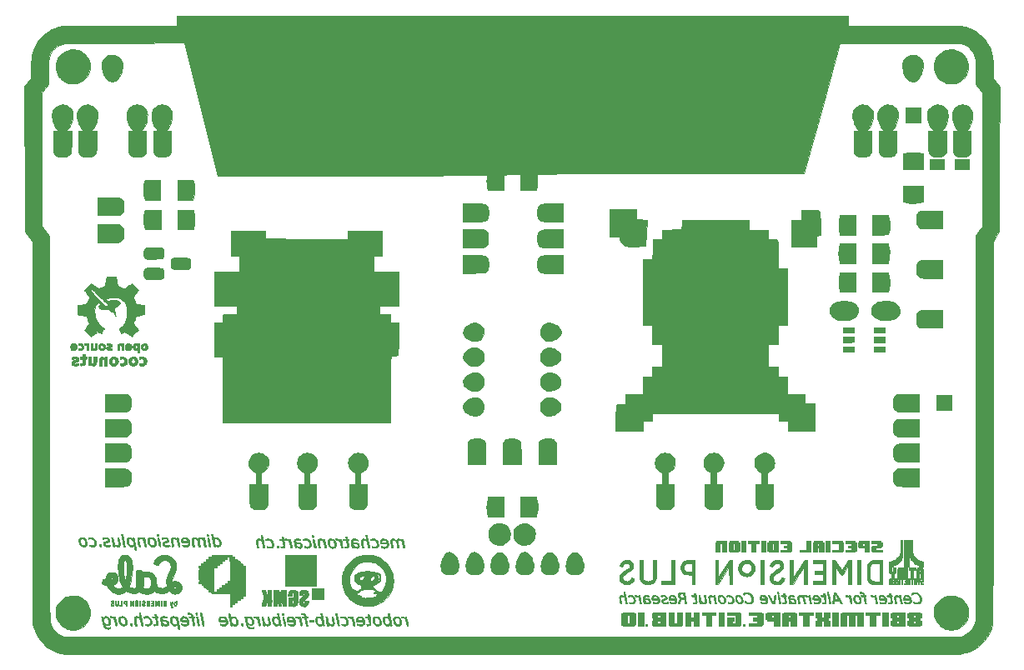
<source format=gbr>
G04 #@! TF.FileFunction,Soldermask,Bot*
%FSLAX46Y46*%
G04 Gerber Fmt 4.6, Leading zero omitted, Abs format (unit mm)*
G04 Created by KiCad (PCBNEW 4.0.7-e0-6372~58~ubuntu16.04.1) date Fri Jul 21 22:06:20 2017*
%MOMM*%
%LPD*%
G01*
G04 APERTURE LIST*
%ADD10C,0.100000*%
%ADD11C,0.010000*%
%ADD12C,1.600000*%
%ADD13C,1.800000*%
%ADD14C,1.400000*%
G04 APERTURE END LIST*
D10*
D11*
G36*
X126199153Y-29968459D02*
X126204237Y-30056331D01*
X126208477Y-30172476D01*
X126211474Y-30302833D01*
X126212834Y-30433344D01*
X126212873Y-30454877D01*
X126213000Y-30766671D01*
X131901542Y-30773468D01*
X132487197Y-30774141D01*
X133032086Y-30774733D01*
X133537774Y-30775277D01*
X134005828Y-30775806D01*
X134437814Y-30776355D01*
X134835299Y-30776956D01*
X135199849Y-30777642D01*
X135533030Y-30778448D01*
X135836409Y-30779406D01*
X136111552Y-30780550D01*
X136360026Y-30781914D01*
X136583396Y-30783530D01*
X136783230Y-30785432D01*
X136961093Y-30787654D01*
X137118552Y-30790228D01*
X137257174Y-30793189D01*
X137378524Y-30796569D01*
X137484169Y-30800403D01*
X137575675Y-30804723D01*
X137654609Y-30809562D01*
X137722537Y-30814955D01*
X137781026Y-30820935D01*
X137831642Y-30827534D01*
X137875950Y-30834787D01*
X137915519Y-30842727D01*
X137951913Y-30851386D01*
X137986699Y-30860800D01*
X138021445Y-30871000D01*
X138057715Y-30882021D01*
X138097076Y-30893895D01*
X138140417Y-30906465D01*
X138510488Y-31032481D01*
X138862326Y-31195365D01*
X139193710Y-31392792D01*
X139502417Y-31622441D01*
X139786226Y-31881990D01*
X140042914Y-32169117D01*
X140270259Y-32481498D01*
X140466040Y-32816812D01*
X140628035Y-33172737D01*
X140754021Y-33546949D01*
X140786930Y-33672476D01*
X140814470Y-33792303D01*
X140837455Y-33909996D01*
X140856261Y-34030745D01*
X140871266Y-34159738D01*
X140882845Y-34302166D01*
X140891376Y-34463218D01*
X140897235Y-34648083D01*
X140900799Y-34861950D01*
X140902443Y-35110009D01*
X140902667Y-35267189D01*
X140902667Y-36115888D01*
X141231213Y-36553482D01*
X141559760Y-36991075D01*
X141545212Y-44325791D01*
X141530663Y-51660506D01*
X141206082Y-52167045D01*
X140881500Y-52673583D01*
X140881500Y-71815866D01*
X140881481Y-73019624D01*
X140881424Y-74181383D01*
X140881329Y-75301479D01*
X140881195Y-76380245D01*
X140881022Y-77418018D01*
X140880809Y-78415131D01*
X140880556Y-79371919D01*
X140880263Y-80288718D01*
X140879930Y-81165861D01*
X140879555Y-82003684D01*
X140879138Y-82802522D01*
X140878680Y-83562709D01*
X140878179Y-84284580D01*
X140877636Y-84968470D01*
X140877050Y-85614713D01*
X140876420Y-86223645D01*
X140875746Y-86795600D01*
X140875028Y-87330913D01*
X140874266Y-87829919D01*
X140873458Y-88292952D01*
X140872605Y-88720348D01*
X140871706Y-89112440D01*
X140870761Y-89469565D01*
X140869770Y-89792056D01*
X140868731Y-90080248D01*
X140867645Y-90334477D01*
X140866511Y-90555077D01*
X140865329Y-90742382D01*
X140864099Y-90896728D01*
X140862820Y-91018450D01*
X140861491Y-91107881D01*
X140860113Y-91165358D01*
X140858899Y-91189366D01*
X140801712Y-91580857D01*
X140707556Y-91955066D01*
X140574575Y-92318351D01*
X140455441Y-92573404D01*
X140255244Y-92921752D01*
X140024788Y-93241235D01*
X139765931Y-93530569D01*
X139480529Y-93788468D01*
X139170439Y-94013648D01*
X138837519Y-94204826D01*
X138483624Y-94360717D01*
X138110613Y-94480036D01*
X137720341Y-94561499D01*
X137547750Y-94584561D01*
X137522102Y-94585073D01*
X137454868Y-94585578D01*
X137346797Y-94586079D01*
X137198637Y-94586573D01*
X137011136Y-94587062D01*
X136785042Y-94587545D01*
X136521103Y-94588022D01*
X136220067Y-94588494D01*
X135882682Y-94588959D01*
X135509697Y-94589418D01*
X135101859Y-94589871D01*
X134659917Y-94590318D01*
X134184618Y-94590759D01*
X133676711Y-94591194D01*
X133136943Y-94591622D01*
X132566064Y-94592044D01*
X131964820Y-94592459D01*
X131333960Y-94592868D01*
X130674232Y-94593270D01*
X129986384Y-94593665D01*
X129271164Y-94594054D01*
X128529321Y-94594436D01*
X127761602Y-94594811D01*
X126968755Y-94595179D01*
X126151528Y-94595540D01*
X125310671Y-94595894D01*
X124446929Y-94596241D01*
X123561053Y-94596581D01*
X122653789Y-94596914D01*
X121725885Y-94597239D01*
X120778091Y-94597557D01*
X119811154Y-94597867D01*
X118825822Y-94598170D01*
X117822842Y-94598465D01*
X116802964Y-94598753D01*
X115766936Y-94599033D01*
X114715504Y-94599305D01*
X113649418Y-94599569D01*
X112569425Y-94599826D01*
X111476274Y-94600074D01*
X110370713Y-94600315D01*
X109253489Y-94600547D01*
X108125351Y-94600772D01*
X106987047Y-94600988D01*
X105839325Y-94601196D01*
X104682932Y-94601395D01*
X103518618Y-94601586D01*
X102347130Y-94601769D01*
X101169216Y-94601943D01*
X99985624Y-94602108D01*
X98797103Y-94602265D01*
X97604400Y-94602413D01*
X96408264Y-94602553D01*
X95209442Y-94602683D01*
X94008683Y-94602805D01*
X92806735Y-94602917D01*
X91604345Y-94603021D01*
X90402262Y-94603115D01*
X89201234Y-94603200D01*
X88002010Y-94603276D01*
X86805336Y-94603343D01*
X85611961Y-94603401D01*
X84422634Y-94603449D01*
X83238102Y-94603487D01*
X82059113Y-94603516D01*
X80886416Y-94603535D01*
X79720758Y-94603545D01*
X78562888Y-94603545D01*
X77413554Y-94603535D01*
X76273503Y-94603515D01*
X75143484Y-94603485D01*
X74024246Y-94603446D01*
X72916535Y-94603396D01*
X71821100Y-94603336D01*
X70738689Y-94603266D01*
X69670050Y-94603185D01*
X68615932Y-94603095D01*
X67577082Y-94602994D01*
X66554248Y-94602882D01*
X65548179Y-94602760D01*
X64559623Y-94602627D01*
X63589327Y-94602484D01*
X62638040Y-94602330D01*
X61706509Y-94602165D01*
X60795484Y-94601990D01*
X59905711Y-94601803D01*
X59037939Y-94601606D01*
X58192917Y-94601398D01*
X57371391Y-94601178D01*
X56574111Y-94600947D01*
X55801824Y-94600706D01*
X55055279Y-94600452D01*
X54335223Y-94600188D01*
X53642404Y-94599912D01*
X52977571Y-94599625D01*
X52341472Y-94599326D01*
X51734854Y-94599015D01*
X51158466Y-94598693D01*
X50613056Y-94598359D01*
X50099373Y-94598013D01*
X49618163Y-94597656D01*
X49170175Y-94597286D01*
X48756157Y-94596905D01*
X48376858Y-94596511D01*
X48033025Y-94596106D01*
X47725406Y-94595688D01*
X47454750Y-94595258D01*
X47221804Y-94594815D01*
X47027317Y-94594361D01*
X46872037Y-94593893D01*
X46756712Y-94593414D01*
X46682089Y-94592922D01*
X46648917Y-94592417D01*
X46647500Y-94592334D01*
X46266041Y-94536190D01*
X45896600Y-94442340D01*
X45542876Y-94312271D01*
X45208569Y-94147471D01*
X44897381Y-93949426D01*
X44731917Y-93822360D01*
X44443604Y-93558599D01*
X44187164Y-93267650D01*
X43963498Y-92951184D01*
X43773509Y-92610874D01*
X43618100Y-92248394D01*
X43498173Y-91865415D01*
X43414631Y-91463611D01*
X43398244Y-91350708D01*
X43396444Y-91333592D01*
X43394712Y-91309520D01*
X43393046Y-91277696D01*
X43391447Y-91237322D01*
X43389912Y-91187603D01*
X43388441Y-91127743D01*
X43387031Y-91056945D01*
X43385682Y-90974414D01*
X43384392Y-90879352D01*
X43383161Y-90770964D01*
X43381986Y-90648453D01*
X43380866Y-90511023D01*
X43379800Y-90357878D01*
X43378788Y-90188221D01*
X43377826Y-90001257D01*
X43376915Y-89796189D01*
X43376053Y-89572221D01*
X43375239Y-89328557D01*
X43374470Y-89064400D01*
X43373747Y-88778954D01*
X43373067Y-88471423D01*
X43372430Y-88141010D01*
X43371834Y-87786920D01*
X43371278Y-87408356D01*
X43370760Y-87004522D01*
X43370279Y-86574621D01*
X43369834Y-86117858D01*
X43369424Y-85633436D01*
X43369046Y-85120559D01*
X43368701Y-84578430D01*
X43368387Y-84006254D01*
X43368102Y-83403234D01*
X43367845Y-82768574D01*
X43367614Y-82101478D01*
X43367410Y-81401148D01*
X43367229Y-80666791D01*
X43367071Y-79897607D01*
X43366935Y-79092803D01*
X43366819Y-78251581D01*
X43366722Y-77373145D01*
X43366642Y-76456699D01*
X43366579Y-75501447D01*
X43366531Y-74506592D01*
X43366496Y-73471338D01*
X43366474Y-72394889D01*
X43366468Y-71919708D01*
X43366270Y-52727917D01*
X42583500Y-51695113D01*
X42583500Y-48304488D01*
X42583423Y-47893420D01*
X42583198Y-47445283D01*
X42582833Y-46965346D01*
X42582337Y-46458872D01*
X42581718Y-45931129D01*
X42580985Y-45387381D01*
X42580147Y-44832895D01*
X42579211Y-44272937D01*
X42578187Y-43712771D01*
X42577082Y-43157664D01*
X42576387Y-42835422D01*
X44319881Y-42835422D01*
X44320013Y-43320429D01*
X44320271Y-43808202D01*
X44320648Y-44295668D01*
X44321140Y-44779756D01*
X44321739Y-45257393D01*
X44322439Y-45725510D01*
X44323236Y-46181033D01*
X44324122Y-46620891D01*
X44325091Y-47042014D01*
X44326138Y-47441328D01*
X44327256Y-47815764D01*
X44328440Y-48162248D01*
X44329683Y-48477710D01*
X44330980Y-48759077D01*
X44332323Y-49003280D01*
X44333264Y-49147016D01*
X44347336Y-51132948D01*
X45102334Y-52129628D01*
X45102334Y-71521661D01*
X45102355Y-72763308D01*
X45102419Y-73962775D01*
X45102526Y-75120214D01*
X45102677Y-76235780D01*
X45102871Y-77309625D01*
X45103108Y-78341902D01*
X45103389Y-79332764D01*
X45103714Y-80282365D01*
X45104083Y-81190858D01*
X45104496Y-82058395D01*
X45104954Y-82885130D01*
X45105456Y-83671216D01*
X45106003Y-84416807D01*
X45106595Y-85122054D01*
X45107232Y-85787112D01*
X45107914Y-86412133D01*
X45108642Y-86997271D01*
X45109415Y-87542679D01*
X45110234Y-88048509D01*
X45111099Y-88514915D01*
X45112010Y-88942051D01*
X45112967Y-89330068D01*
X45113971Y-89679121D01*
X45115021Y-89989362D01*
X45116118Y-90260944D01*
X45117262Y-90494022D01*
X45118453Y-90688747D01*
X45119692Y-90845273D01*
X45120978Y-90963752D01*
X45122311Y-91044339D01*
X45123693Y-91087186D01*
X45124157Y-91093055D01*
X45168141Y-91352058D01*
X45235889Y-91588064D01*
X45331607Y-91815623D01*
X45335092Y-91822750D01*
X45472335Y-92065629D01*
X45629288Y-92272986D01*
X45809371Y-92448375D01*
X46016004Y-92595349D01*
X46150084Y-92669335D01*
X46339577Y-92753134D01*
X46524716Y-92809237D01*
X46724763Y-92843102D01*
X46785084Y-92849254D01*
X46811351Y-92849719D01*
X46879337Y-92850178D01*
X46988423Y-92850632D01*
X47137995Y-92851079D01*
X47327435Y-92851520D01*
X47556129Y-92851954D01*
X47823459Y-92852381D01*
X48128810Y-92852802D01*
X48471566Y-92853216D01*
X48851111Y-92853622D01*
X49266828Y-92854021D01*
X49718102Y-92854413D01*
X50204316Y-92854797D01*
X50724854Y-92855173D01*
X51279101Y-92855541D01*
X51866440Y-92855900D01*
X52486255Y-92856252D01*
X53137930Y-92856594D01*
X53820850Y-92856928D01*
X54534397Y-92857254D01*
X55277955Y-92857570D01*
X56050910Y-92857876D01*
X56852644Y-92858174D01*
X57682542Y-92858462D01*
X58539988Y-92858740D01*
X59424364Y-92859008D01*
X60335057Y-92859266D01*
X61271448Y-92859514D01*
X62232923Y-92859751D01*
X63218865Y-92859978D01*
X64228658Y-92860194D01*
X65261686Y-92860399D01*
X66317333Y-92860593D01*
X67394982Y-92860775D01*
X68494019Y-92860946D01*
X69613826Y-92861106D01*
X70753788Y-92861254D01*
X71913288Y-92861389D01*
X73091711Y-92861513D01*
X74288441Y-92861624D01*
X75502860Y-92861723D01*
X76734354Y-92861809D01*
X77982306Y-92861883D01*
X79246100Y-92861943D01*
X80525120Y-92861990D01*
X81818750Y-92862024D01*
X83126374Y-92862044D01*
X84447376Y-92862051D01*
X85781139Y-92862044D01*
X87127048Y-92862023D01*
X88484487Y-92861987D01*
X89852839Y-92861938D01*
X91231489Y-92861873D01*
X92187584Y-92861820D01*
X93862797Y-92861721D01*
X95496206Y-92861622D01*
X97088340Y-92861523D01*
X98639729Y-92861424D01*
X100150902Y-92861324D01*
X101622388Y-92861223D01*
X103054717Y-92861119D01*
X104448418Y-92861013D01*
X105804020Y-92860905D01*
X107122052Y-92860793D01*
X108403044Y-92860678D01*
X109647526Y-92860558D01*
X110856026Y-92860433D01*
X112029073Y-92860304D01*
X113167198Y-92860168D01*
X114270930Y-92860027D01*
X115340797Y-92859879D01*
X116377329Y-92859723D01*
X117381055Y-92859561D01*
X118352506Y-92859390D01*
X119292209Y-92859210D01*
X120200695Y-92859022D01*
X121078492Y-92858824D01*
X121926130Y-92858617D01*
X122744139Y-92858399D01*
X123533047Y-92858169D01*
X124293385Y-92857929D01*
X125025680Y-92857677D01*
X125730463Y-92857412D01*
X126408263Y-92857135D01*
X127059610Y-92856844D01*
X127685031Y-92856540D01*
X128285058Y-92856221D01*
X128860219Y-92855888D01*
X129411043Y-92855540D01*
X129938060Y-92855176D01*
X130441799Y-92854795D01*
X130922790Y-92854399D01*
X131381562Y-92853985D01*
X131818643Y-92853553D01*
X132234564Y-92853104D01*
X132629854Y-92852636D01*
X133005042Y-92852149D01*
X133360657Y-92851643D01*
X133697229Y-92851117D01*
X134015287Y-92850570D01*
X134315360Y-92850002D01*
X134597978Y-92849413D01*
X134863669Y-92848803D01*
X135112964Y-92848170D01*
X135346392Y-92847514D01*
X135564481Y-92846835D01*
X135767762Y-92846132D01*
X135956764Y-92845405D01*
X136132015Y-92844654D01*
X136294045Y-92843877D01*
X136443384Y-92843074D01*
X136580561Y-92842246D01*
X136706105Y-92841391D01*
X136820545Y-92840509D01*
X136924411Y-92839599D01*
X137018232Y-92838661D01*
X137102538Y-92837695D01*
X137177857Y-92836700D01*
X137244720Y-92835676D01*
X137303654Y-92834621D01*
X137355191Y-92833536D01*
X137399858Y-92832421D01*
X137438186Y-92831274D01*
X137470704Y-92830095D01*
X137497940Y-92828884D01*
X137520425Y-92827640D01*
X137538687Y-92826363D01*
X137553256Y-92825052D01*
X137564662Y-92823707D01*
X137573433Y-92822327D01*
X137579500Y-92821059D01*
X137853749Y-92734293D01*
X138112305Y-92610693D01*
X138350233Y-92453373D01*
X138562598Y-92265446D01*
X138692025Y-92119084D01*
X138783554Y-91988651D01*
X138875011Y-91830703D01*
X138959228Y-91659460D01*
X139029038Y-91489142D01*
X139065447Y-91378250D01*
X139114084Y-91208917D01*
X139135250Y-52156417D01*
X139461443Y-51651778D01*
X139787636Y-51147140D01*
X139797772Y-44355298D01*
X139807907Y-37563456D01*
X139477835Y-37122732D01*
X139147764Y-36682008D01*
X139141094Y-35444546D01*
X139134423Y-34207084D01*
X139076512Y-34021154D01*
X138979374Y-33755032D01*
X138861964Y-33520103D01*
X138719491Y-33308162D01*
X138547167Y-33111001D01*
X138542584Y-33106341D01*
X138337484Y-32926134D01*
X138105582Y-32771485D01*
X137856847Y-32648298D01*
X137643000Y-32573681D01*
X137628217Y-32569852D01*
X137611016Y-32566283D01*
X137589926Y-32562965D01*
X137563477Y-32559889D01*
X137530197Y-32557047D01*
X137488615Y-32554428D01*
X137437261Y-32552024D01*
X137374664Y-32549825D01*
X137299353Y-32547823D01*
X137209858Y-32546008D01*
X137104706Y-32544371D01*
X136982429Y-32542902D01*
X136841554Y-32541594D01*
X136680611Y-32540436D01*
X136498130Y-32539420D01*
X136292639Y-32538536D01*
X136062667Y-32537775D01*
X135806744Y-32537128D01*
X135523398Y-32536586D01*
X135211160Y-32536140D01*
X134868558Y-32535780D01*
X134494122Y-32535498D01*
X134086379Y-32535284D01*
X133643861Y-32535129D01*
X133165096Y-32535024D01*
X132648612Y-32534959D01*
X132092940Y-32534927D01*
X131496608Y-32534917D01*
X125316709Y-32534917D01*
X123517880Y-39151576D01*
X121719051Y-45768234D01*
X108890067Y-45783709D01*
X107935527Y-45784879D01*
X107022471Y-45786040D01*
X106150049Y-45787193D01*
X105317413Y-45788343D01*
X104523712Y-45789495D01*
X103768098Y-45790650D01*
X103049721Y-45791813D01*
X102367732Y-45792988D01*
X101721280Y-45794178D01*
X101109518Y-45795388D01*
X100531595Y-45796619D01*
X99986662Y-45797877D01*
X99473870Y-45799165D01*
X98992369Y-45800486D01*
X98541310Y-45801845D01*
X98119844Y-45803244D01*
X97727121Y-45804688D01*
X97362292Y-45806179D01*
X97024507Y-45807723D01*
X96712917Y-45809322D01*
X96426673Y-45810980D01*
X96164925Y-45812701D01*
X95926824Y-45814488D01*
X95711520Y-45816345D01*
X95518164Y-45818276D01*
X95345907Y-45820284D01*
X95193900Y-45822374D01*
X95061292Y-45824547D01*
X94947235Y-45826810D01*
X94850880Y-45829164D01*
X94771376Y-45831613D01*
X94707874Y-45834162D01*
X94659525Y-45836814D01*
X94625480Y-45839572D01*
X94604890Y-45842441D01*
X94597129Y-45845149D01*
X94594896Y-45870521D01*
X94600705Y-45925491D01*
X94613300Y-45998358D01*
X94613882Y-46001257D01*
X94625457Y-46084284D01*
X94634116Y-46197998D01*
X94639844Y-46332942D01*
X94642625Y-46479661D01*
X94642444Y-46628699D01*
X94639284Y-46770599D01*
X94633130Y-46895906D01*
X94623966Y-46995163D01*
X94615617Y-47044667D01*
X94596206Y-47125060D01*
X94570955Y-47224955D01*
X94545254Y-47323038D01*
X94544695Y-47325125D01*
X94500696Y-47489167D01*
X92916857Y-47489167D01*
X92928417Y-45862415D01*
X92674417Y-45871570D01*
X92584079Y-45874495D01*
X92460082Y-45878030D01*
X92311092Y-45881954D01*
X92145775Y-45886045D01*
X91972798Y-45890083D01*
X91811875Y-45893612D01*
X91203334Y-45906500D01*
X91203334Y-47489682D01*
X89628926Y-47478584D01*
X89590764Y-47351584D01*
X89545284Y-47185275D01*
X89513356Y-47029121D01*
X89493223Y-46869715D01*
X89483128Y-46693649D01*
X89481145Y-46515500D01*
X89483020Y-46388924D01*
X89487251Y-46268773D01*
X89493308Y-46165139D01*
X89500658Y-46088113D01*
X89505126Y-46060433D01*
X89516575Y-45998942D01*
X89521258Y-45957121D01*
X89520035Y-45946979D01*
X89498084Y-45945983D01*
X89437502Y-45945773D01*
X89341979Y-45946303D01*
X89215210Y-45947528D01*
X89060887Y-45949404D01*
X88882703Y-45951886D01*
X88684350Y-45954928D01*
X88469522Y-45958488D01*
X88246490Y-45962435D01*
X88130225Y-45964164D01*
X87972319Y-45965877D01*
X87773464Y-45967572D01*
X87534353Y-45969246D01*
X87255679Y-45970900D01*
X86938133Y-45972530D01*
X86582408Y-45974134D01*
X86189197Y-45975712D01*
X85759191Y-45977262D01*
X85293084Y-45978781D01*
X84791567Y-45980268D01*
X84255333Y-45981722D01*
X83685075Y-45983140D01*
X83081484Y-45984520D01*
X82445254Y-45985862D01*
X81777076Y-45987164D01*
X81077643Y-45988422D01*
X80347648Y-45989637D01*
X79587782Y-45990806D01*
X78798739Y-45991927D01*
X77981210Y-45992999D01*
X77135888Y-45994020D01*
X76263466Y-45994988D01*
X75364635Y-45995902D01*
X74564992Y-45996648D01*
X62149401Y-46007768D01*
X58748209Y-32513750D01*
X52671396Y-32524334D01*
X46594584Y-32534917D01*
X46393500Y-32603328D01*
X46133158Y-32710700D01*
X45898356Y-32848436D01*
X45680723Y-33021564D01*
X45650594Y-33049434D01*
X45449517Y-33264327D01*
X45284354Y-33497846D01*
X45152625Y-33754157D01*
X45051844Y-34037428D01*
X45042792Y-34069500D01*
X44987367Y-34270584D01*
X44980229Y-35484333D01*
X44973091Y-36698083D01*
X44646831Y-37124750D01*
X44320572Y-37551417D01*
X44319882Y-42356250D01*
X44319881Y-42835422D01*
X42576387Y-42835422D01*
X42575906Y-42612881D01*
X42574667Y-42083689D01*
X42573374Y-41575354D01*
X42572034Y-41093139D01*
X42571602Y-40946890D01*
X42559705Y-36979917D01*
X42898395Y-36538307D01*
X43237087Y-36096698D01*
X43244673Y-35088391D01*
X43246526Y-34853701D01*
X43248377Y-34656958D01*
X43250426Y-34493776D01*
X43252872Y-34359770D01*
X43255913Y-34250554D01*
X43259749Y-34161741D01*
X43264578Y-34088947D01*
X43270600Y-34027785D01*
X43278012Y-33973870D01*
X43287014Y-33922815D01*
X43297806Y-33870235D01*
X43300482Y-33857834D01*
X43406676Y-33459894D01*
X43547151Y-33082356D01*
X43720033Y-32726962D01*
X43923447Y-32395453D01*
X44155521Y-32089570D01*
X44414379Y-31811054D01*
X44698148Y-31561647D01*
X45004953Y-31343091D01*
X45332922Y-31157125D01*
X45680181Y-31005493D01*
X46044854Y-30889934D01*
X46425069Y-30812191D01*
X46602118Y-30789866D01*
X46648785Y-30787186D01*
X46734660Y-30784680D01*
X46859947Y-30782348D01*
X47024848Y-30780189D01*
X47229567Y-30778203D01*
X47474308Y-30776388D01*
X47759274Y-30774745D01*
X48084667Y-30773271D01*
X48450693Y-30771967D01*
X48857553Y-30770831D01*
X49305452Y-30769863D01*
X49794593Y-30769062D01*
X50325179Y-30768427D01*
X50897413Y-30767957D01*
X51511500Y-30767652D01*
X52167642Y-30767511D01*
X52417660Y-30767500D01*
X58014000Y-30767500D01*
X58014127Y-30455292D01*
X58015161Y-30326124D01*
X58017900Y-30194700D01*
X58021949Y-30075059D01*
X58026910Y-29981240D01*
X58027848Y-29968459D01*
X58041441Y-29793834D01*
X126185559Y-29793834D01*
X126199153Y-29968459D01*
X126199153Y-29968459D01*
G37*
X126199153Y-29968459D02*
X126204237Y-30056331D01*
X126208477Y-30172476D01*
X126211474Y-30302833D01*
X126212834Y-30433344D01*
X126212873Y-30454877D01*
X126213000Y-30766671D01*
X131901542Y-30773468D01*
X132487197Y-30774141D01*
X133032086Y-30774733D01*
X133537774Y-30775277D01*
X134005828Y-30775806D01*
X134437814Y-30776355D01*
X134835299Y-30776956D01*
X135199849Y-30777642D01*
X135533030Y-30778448D01*
X135836409Y-30779406D01*
X136111552Y-30780550D01*
X136360026Y-30781914D01*
X136583396Y-30783530D01*
X136783230Y-30785432D01*
X136961093Y-30787654D01*
X137118552Y-30790228D01*
X137257174Y-30793189D01*
X137378524Y-30796569D01*
X137484169Y-30800403D01*
X137575675Y-30804723D01*
X137654609Y-30809562D01*
X137722537Y-30814955D01*
X137781026Y-30820935D01*
X137831642Y-30827534D01*
X137875950Y-30834787D01*
X137915519Y-30842727D01*
X137951913Y-30851386D01*
X137986699Y-30860800D01*
X138021445Y-30871000D01*
X138057715Y-30882021D01*
X138097076Y-30893895D01*
X138140417Y-30906465D01*
X138510488Y-31032481D01*
X138862326Y-31195365D01*
X139193710Y-31392792D01*
X139502417Y-31622441D01*
X139786226Y-31881990D01*
X140042914Y-32169117D01*
X140270259Y-32481498D01*
X140466040Y-32816812D01*
X140628035Y-33172737D01*
X140754021Y-33546949D01*
X140786930Y-33672476D01*
X140814470Y-33792303D01*
X140837455Y-33909996D01*
X140856261Y-34030745D01*
X140871266Y-34159738D01*
X140882845Y-34302166D01*
X140891376Y-34463218D01*
X140897235Y-34648083D01*
X140900799Y-34861950D01*
X140902443Y-35110009D01*
X140902667Y-35267189D01*
X140902667Y-36115888D01*
X141231213Y-36553482D01*
X141559760Y-36991075D01*
X141545212Y-44325791D01*
X141530663Y-51660506D01*
X141206082Y-52167045D01*
X140881500Y-52673583D01*
X140881500Y-71815866D01*
X140881481Y-73019624D01*
X140881424Y-74181383D01*
X140881329Y-75301479D01*
X140881195Y-76380245D01*
X140881022Y-77418018D01*
X140880809Y-78415131D01*
X140880556Y-79371919D01*
X140880263Y-80288718D01*
X140879930Y-81165861D01*
X140879555Y-82003684D01*
X140879138Y-82802522D01*
X140878680Y-83562709D01*
X140878179Y-84284580D01*
X140877636Y-84968470D01*
X140877050Y-85614713D01*
X140876420Y-86223645D01*
X140875746Y-86795600D01*
X140875028Y-87330913D01*
X140874266Y-87829919D01*
X140873458Y-88292952D01*
X140872605Y-88720348D01*
X140871706Y-89112440D01*
X140870761Y-89469565D01*
X140869770Y-89792056D01*
X140868731Y-90080248D01*
X140867645Y-90334477D01*
X140866511Y-90555077D01*
X140865329Y-90742382D01*
X140864099Y-90896728D01*
X140862820Y-91018450D01*
X140861491Y-91107881D01*
X140860113Y-91165358D01*
X140858899Y-91189366D01*
X140801712Y-91580857D01*
X140707556Y-91955066D01*
X140574575Y-92318351D01*
X140455441Y-92573404D01*
X140255244Y-92921752D01*
X140024788Y-93241235D01*
X139765931Y-93530569D01*
X139480529Y-93788468D01*
X139170439Y-94013648D01*
X138837519Y-94204826D01*
X138483624Y-94360717D01*
X138110613Y-94480036D01*
X137720341Y-94561499D01*
X137547750Y-94584561D01*
X137522102Y-94585073D01*
X137454868Y-94585578D01*
X137346797Y-94586079D01*
X137198637Y-94586573D01*
X137011136Y-94587062D01*
X136785042Y-94587545D01*
X136521103Y-94588022D01*
X136220067Y-94588494D01*
X135882682Y-94588959D01*
X135509697Y-94589418D01*
X135101859Y-94589871D01*
X134659917Y-94590318D01*
X134184618Y-94590759D01*
X133676711Y-94591194D01*
X133136943Y-94591622D01*
X132566064Y-94592044D01*
X131964820Y-94592459D01*
X131333960Y-94592868D01*
X130674232Y-94593270D01*
X129986384Y-94593665D01*
X129271164Y-94594054D01*
X128529321Y-94594436D01*
X127761602Y-94594811D01*
X126968755Y-94595179D01*
X126151528Y-94595540D01*
X125310671Y-94595894D01*
X124446929Y-94596241D01*
X123561053Y-94596581D01*
X122653789Y-94596914D01*
X121725885Y-94597239D01*
X120778091Y-94597557D01*
X119811154Y-94597867D01*
X118825822Y-94598170D01*
X117822842Y-94598465D01*
X116802964Y-94598753D01*
X115766936Y-94599033D01*
X114715504Y-94599305D01*
X113649418Y-94599569D01*
X112569425Y-94599826D01*
X111476274Y-94600074D01*
X110370713Y-94600315D01*
X109253489Y-94600547D01*
X108125351Y-94600772D01*
X106987047Y-94600988D01*
X105839325Y-94601196D01*
X104682932Y-94601395D01*
X103518618Y-94601586D01*
X102347130Y-94601769D01*
X101169216Y-94601943D01*
X99985624Y-94602108D01*
X98797103Y-94602265D01*
X97604400Y-94602413D01*
X96408264Y-94602553D01*
X95209442Y-94602683D01*
X94008683Y-94602805D01*
X92806735Y-94602917D01*
X91604345Y-94603021D01*
X90402262Y-94603115D01*
X89201234Y-94603200D01*
X88002010Y-94603276D01*
X86805336Y-94603343D01*
X85611961Y-94603401D01*
X84422634Y-94603449D01*
X83238102Y-94603487D01*
X82059113Y-94603516D01*
X80886416Y-94603535D01*
X79720758Y-94603545D01*
X78562888Y-94603545D01*
X77413554Y-94603535D01*
X76273503Y-94603515D01*
X75143484Y-94603485D01*
X74024246Y-94603446D01*
X72916535Y-94603396D01*
X71821100Y-94603336D01*
X70738689Y-94603266D01*
X69670050Y-94603185D01*
X68615932Y-94603095D01*
X67577082Y-94602994D01*
X66554248Y-94602882D01*
X65548179Y-94602760D01*
X64559623Y-94602627D01*
X63589327Y-94602484D01*
X62638040Y-94602330D01*
X61706509Y-94602165D01*
X60795484Y-94601990D01*
X59905711Y-94601803D01*
X59037939Y-94601606D01*
X58192917Y-94601398D01*
X57371391Y-94601178D01*
X56574111Y-94600947D01*
X55801824Y-94600706D01*
X55055279Y-94600452D01*
X54335223Y-94600188D01*
X53642404Y-94599912D01*
X52977571Y-94599625D01*
X52341472Y-94599326D01*
X51734854Y-94599015D01*
X51158466Y-94598693D01*
X50613056Y-94598359D01*
X50099373Y-94598013D01*
X49618163Y-94597656D01*
X49170175Y-94597286D01*
X48756157Y-94596905D01*
X48376858Y-94596511D01*
X48033025Y-94596106D01*
X47725406Y-94595688D01*
X47454750Y-94595258D01*
X47221804Y-94594815D01*
X47027317Y-94594361D01*
X46872037Y-94593893D01*
X46756712Y-94593414D01*
X46682089Y-94592922D01*
X46648917Y-94592417D01*
X46647500Y-94592334D01*
X46266041Y-94536190D01*
X45896600Y-94442340D01*
X45542876Y-94312271D01*
X45208569Y-94147471D01*
X44897381Y-93949426D01*
X44731917Y-93822360D01*
X44443604Y-93558599D01*
X44187164Y-93267650D01*
X43963498Y-92951184D01*
X43773509Y-92610874D01*
X43618100Y-92248394D01*
X43498173Y-91865415D01*
X43414631Y-91463611D01*
X43398244Y-91350708D01*
X43396444Y-91333592D01*
X43394712Y-91309520D01*
X43393046Y-91277696D01*
X43391447Y-91237322D01*
X43389912Y-91187603D01*
X43388441Y-91127743D01*
X43387031Y-91056945D01*
X43385682Y-90974414D01*
X43384392Y-90879352D01*
X43383161Y-90770964D01*
X43381986Y-90648453D01*
X43380866Y-90511023D01*
X43379800Y-90357878D01*
X43378788Y-90188221D01*
X43377826Y-90001257D01*
X43376915Y-89796189D01*
X43376053Y-89572221D01*
X43375239Y-89328557D01*
X43374470Y-89064400D01*
X43373747Y-88778954D01*
X43373067Y-88471423D01*
X43372430Y-88141010D01*
X43371834Y-87786920D01*
X43371278Y-87408356D01*
X43370760Y-87004522D01*
X43370279Y-86574621D01*
X43369834Y-86117858D01*
X43369424Y-85633436D01*
X43369046Y-85120559D01*
X43368701Y-84578430D01*
X43368387Y-84006254D01*
X43368102Y-83403234D01*
X43367845Y-82768574D01*
X43367614Y-82101478D01*
X43367410Y-81401148D01*
X43367229Y-80666791D01*
X43367071Y-79897607D01*
X43366935Y-79092803D01*
X43366819Y-78251581D01*
X43366722Y-77373145D01*
X43366642Y-76456699D01*
X43366579Y-75501447D01*
X43366531Y-74506592D01*
X43366496Y-73471338D01*
X43366474Y-72394889D01*
X43366468Y-71919708D01*
X43366270Y-52727917D01*
X42583500Y-51695113D01*
X42583500Y-48304488D01*
X42583423Y-47893420D01*
X42583198Y-47445283D01*
X42582833Y-46965346D01*
X42582337Y-46458872D01*
X42581718Y-45931129D01*
X42580985Y-45387381D01*
X42580147Y-44832895D01*
X42579211Y-44272937D01*
X42578187Y-43712771D01*
X42577082Y-43157664D01*
X42576387Y-42835422D01*
X44319881Y-42835422D01*
X44320013Y-43320429D01*
X44320271Y-43808202D01*
X44320648Y-44295668D01*
X44321140Y-44779756D01*
X44321739Y-45257393D01*
X44322439Y-45725510D01*
X44323236Y-46181033D01*
X44324122Y-46620891D01*
X44325091Y-47042014D01*
X44326138Y-47441328D01*
X44327256Y-47815764D01*
X44328440Y-48162248D01*
X44329683Y-48477710D01*
X44330980Y-48759077D01*
X44332323Y-49003280D01*
X44333264Y-49147016D01*
X44347336Y-51132948D01*
X45102334Y-52129628D01*
X45102334Y-71521661D01*
X45102355Y-72763308D01*
X45102419Y-73962775D01*
X45102526Y-75120214D01*
X45102677Y-76235780D01*
X45102871Y-77309625D01*
X45103108Y-78341902D01*
X45103389Y-79332764D01*
X45103714Y-80282365D01*
X45104083Y-81190858D01*
X45104496Y-82058395D01*
X45104954Y-82885130D01*
X45105456Y-83671216D01*
X45106003Y-84416807D01*
X45106595Y-85122054D01*
X45107232Y-85787112D01*
X45107914Y-86412133D01*
X45108642Y-86997271D01*
X45109415Y-87542679D01*
X45110234Y-88048509D01*
X45111099Y-88514915D01*
X45112010Y-88942051D01*
X45112967Y-89330068D01*
X45113971Y-89679121D01*
X45115021Y-89989362D01*
X45116118Y-90260944D01*
X45117262Y-90494022D01*
X45118453Y-90688747D01*
X45119692Y-90845273D01*
X45120978Y-90963752D01*
X45122311Y-91044339D01*
X45123693Y-91087186D01*
X45124157Y-91093055D01*
X45168141Y-91352058D01*
X45235889Y-91588064D01*
X45331607Y-91815623D01*
X45335092Y-91822750D01*
X45472335Y-92065629D01*
X45629288Y-92272986D01*
X45809371Y-92448375D01*
X46016004Y-92595349D01*
X46150084Y-92669335D01*
X46339577Y-92753134D01*
X46524716Y-92809237D01*
X46724763Y-92843102D01*
X46785084Y-92849254D01*
X46811351Y-92849719D01*
X46879337Y-92850178D01*
X46988423Y-92850632D01*
X47137995Y-92851079D01*
X47327435Y-92851520D01*
X47556129Y-92851954D01*
X47823459Y-92852381D01*
X48128810Y-92852802D01*
X48471566Y-92853216D01*
X48851111Y-92853622D01*
X49266828Y-92854021D01*
X49718102Y-92854413D01*
X50204316Y-92854797D01*
X50724854Y-92855173D01*
X51279101Y-92855541D01*
X51866440Y-92855900D01*
X52486255Y-92856252D01*
X53137930Y-92856594D01*
X53820850Y-92856928D01*
X54534397Y-92857254D01*
X55277955Y-92857570D01*
X56050910Y-92857876D01*
X56852644Y-92858174D01*
X57682542Y-92858462D01*
X58539988Y-92858740D01*
X59424364Y-92859008D01*
X60335057Y-92859266D01*
X61271448Y-92859514D01*
X62232923Y-92859751D01*
X63218865Y-92859978D01*
X64228658Y-92860194D01*
X65261686Y-92860399D01*
X66317333Y-92860593D01*
X67394982Y-92860775D01*
X68494019Y-92860946D01*
X69613826Y-92861106D01*
X70753788Y-92861254D01*
X71913288Y-92861389D01*
X73091711Y-92861513D01*
X74288441Y-92861624D01*
X75502860Y-92861723D01*
X76734354Y-92861809D01*
X77982306Y-92861883D01*
X79246100Y-92861943D01*
X80525120Y-92861990D01*
X81818750Y-92862024D01*
X83126374Y-92862044D01*
X84447376Y-92862051D01*
X85781139Y-92862044D01*
X87127048Y-92862023D01*
X88484487Y-92861987D01*
X89852839Y-92861938D01*
X91231489Y-92861873D01*
X92187584Y-92861820D01*
X93862797Y-92861721D01*
X95496206Y-92861622D01*
X97088340Y-92861523D01*
X98639729Y-92861424D01*
X100150902Y-92861324D01*
X101622388Y-92861223D01*
X103054717Y-92861119D01*
X104448418Y-92861013D01*
X105804020Y-92860905D01*
X107122052Y-92860793D01*
X108403044Y-92860678D01*
X109647526Y-92860558D01*
X110856026Y-92860433D01*
X112029073Y-92860304D01*
X113167198Y-92860168D01*
X114270930Y-92860027D01*
X115340797Y-92859879D01*
X116377329Y-92859723D01*
X117381055Y-92859561D01*
X118352506Y-92859390D01*
X119292209Y-92859210D01*
X120200695Y-92859022D01*
X121078492Y-92858824D01*
X121926130Y-92858617D01*
X122744139Y-92858399D01*
X123533047Y-92858169D01*
X124293385Y-92857929D01*
X125025680Y-92857677D01*
X125730463Y-92857412D01*
X126408263Y-92857135D01*
X127059610Y-92856844D01*
X127685031Y-92856540D01*
X128285058Y-92856221D01*
X128860219Y-92855888D01*
X129411043Y-92855540D01*
X129938060Y-92855176D01*
X130441799Y-92854795D01*
X130922790Y-92854399D01*
X131381562Y-92853985D01*
X131818643Y-92853553D01*
X132234564Y-92853104D01*
X132629854Y-92852636D01*
X133005042Y-92852149D01*
X133360657Y-92851643D01*
X133697229Y-92851117D01*
X134015287Y-92850570D01*
X134315360Y-92850002D01*
X134597978Y-92849413D01*
X134863669Y-92848803D01*
X135112964Y-92848170D01*
X135346392Y-92847514D01*
X135564481Y-92846835D01*
X135767762Y-92846132D01*
X135956764Y-92845405D01*
X136132015Y-92844654D01*
X136294045Y-92843877D01*
X136443384Y-92843074D01*
X136580561Y-92842246D01*
X136706105Y-92841391D01*
X136820545Y-92840509D01*
X136924411Y-92839599D01*
X137018232Y-92838661D01*
X137102538Y-92837695D01*
X137177857Y-92836700D01*
X137244720Y-92835676D01*
X137303654Y-92834621D01*
X137355191Y-92833536D01*
X137399858Y-92832421D01*
X137438186Y-92831274D01*
X137470704Y-92830095D01*
X137497940Y-92828884D01*
X137520425Y-92827640D01*
X137538687Y-92826363D01*
X137553256Y-92825052D01*
X137564662Y-92823707D01*
X137573433Y-92822327D01*
X137579500Y-92821059D01*
X137853749Y-92734293D01*
X138112305Y-92610693D01*
X138350233Y-92453373D01*
X138562598Y-92265446D01*
X138692025Y-92119084D01*
X138783554Y-91988651D01*
X138875011Y-91830703D01*
X138959228Y-91659460D01*
X139029038Y-91489142D01*
X139065447Y-91378250D01*
X139114084Y-91208917D01*
X139135250Y-52156417D01*
X139461443Y-51651778D01*
X139787636Y-51147140D01*
X139797772Y-44355298D01*
X139807907Y-37563456D01*
X139477835Y-37122732D01*
X139147764Y-36682008D01*
X139141094Y-35444546D01*
X139134423Y-34207084D01*
X139076512Y-34021154D01*
X138979374Y-33755032D01*
X138861964Y-33520103D01*
X138719491Y-33308162D01*
X138547167Y-33111001D01*
X138542584Y-33106341D01*
X138337484Y-32926134D01*
X138105582Y-32771485D01*
X137856847Y-32648298D01*
X137643000Y-32573681D01*
X137628217Y-32569852D01*
X137611016Y-32566283D01*
X137589926Y-32562965D01*
X137563477Y-32559889D01*
X137530197Y-32557047D01*
X137488615Y-32554428D01*
X137437261Y-32552024D01*
X137374664Y-32549825D01*
X137299353Y-32547823D01*
X137209858Y-32546008D01*
X137104706Y-32544371D01*
X136982429Y-32542902D01*
X136841554Y-32541594D01*
X136680611Y-32540436D01*
X136498130Y-32539420D01*
X136292639Y-32538536D01*
X136062667Y-32537775D01*
X135806744Y-32537128D01*
X135523398Y-32536586D01*
X135211160Y-32536140D01*
X134868558Y-32535780D01*
X134494122Y-32535498D01*
X134086379Y-32535284D01*
X133643861Y-32535129D01*
X133165096Y-32535024D01*
X132648612Y-32534959D01*
X132092940Y-32534927D01*
X131496608Y-32534917D01*
X125316709Y-32534917D01*
X123517880Y-39151576D01*
X121719051Y-45768234D01*
X108890067Y-45783709D01*
X107935527Y-45784879D01*
X107022471Y-45786040D01*
X106150049Y-45787193D01*
X105317413Y-45788343D01*
X104523712Y-45789495D01*
X103768098Y-45790650D01*
X103049721Y-45791813D01*
X102367732Y-45792988D01*
X101721280Y-45794178D01*
X101109518Y-45795388D01*
X100531595Y-45796619D01*
X99986662Y-45797877D01*
X99473870Y-45799165D01*
X98992369Y-45800486D01*
X98541310Y-45801845D01*
X98119844Y-45803244D01*
X97727121Y-45804688D01*
X97362292Y-45806179D01*
X97024507Y-45807723D01*
X96712917Y-45809322D01*
X96426673Y-45810980D01*
X96164925Y-45812701D01*
X95926824Y-45814488D01*
X95711520Y-45816345D01*
X95518164Y-45818276D01*
X95345907Y-45820284D01*
X95193900Y-45822374D01*
X95061292Y-45824547D01*
X94947235Y-45826810D01*
X94850880Y-45829164D01*
X94771376Y-45831613D01*
X94707874Y-45834162D01*
X94659525Y-45836814D01*
X94625480Y-45839572D01*
X94604890Y-45842441D01*
X94597129Y-45845149D01*
X94594896Y-45870521D01*
X94600705Y-45925491D01*
X94613300Y-45998358D01*
X94613882Y-46001257D01*
X94625457Y-46084284D01*
X94634116Y-46197998D01*
X94639844Y-46332942D01*
X94642625Y-46479661D01*
X94642444Y-46628699D01*
X94639284Y-46770599D01*
X94633130Y-46895906D01*
X94623966Y-46995163D01*
X94615617Y-47044667D01*
X94596206Y-47125060D01*
X94570955Y-47224955D01*
X94545254Y-47323038D01*
X94544695Y-47325125D01*
X94500696Y-47489167D01*
X92916857Y-47489167D01*
X92928417Y-45862415D01*
X92674417Y-45871570D01*
X92584079Y-45874495D01*
X92460082Y-45878030D01*
X92311092Y-45881954D01*
X92145775Y-45886045D01*
X91972798Y-45890083D01*
X91811875Y-45893612D01*
X91203334Y-45906500D01*
X91203334Y-47489682D01*
X89628926Y-47478584D01*
X89590764Y-47351584D01*
X89545284Y-47185275D01*
X89513356Y-47029121D01*
X89493223Y-46869715D01*
X89483128Y-46693649D01*
X89481145Y-46515500D01*
X89483020Y-46388924D01*
X89487251Y-46268773D01*
X89493308Y-46165139D01*
X89500658Y-46088113D01*
X89505126Y-46060433D01*
X89516575Y-45998942D01*
X89521258Y-45957121D01*
X89520035Y-45946979D01*
X89498084Y-45945983D01*
X89437502Y-45945773D01*
X89341979Y-45946303D01*
X89215210Y-45947528D01*
X89060887Y-45949404D01*
X88882703Y-45951886D01*
X88684350Y-45954928D01*
X88469522Y-45958488D01*
X88246490Y-45962435D01*
X88130225Y-45964164D01*
X87972319Y-45965877D01*
X87773464Y-45967572D01*
X87534353Y-45969246D01*
X87255679Y-45970900D01*
X86938133Y-45972530D01*
X86582408Y-45974134D01*
X86189197Y-45975712D01*
X85759191Y-45977262D01*
X85293084Y-45978781D01*
X84791567Y-45980268D01*
X84255333Y-45981722D01*
X83685075Y-45983140D01*
X83081484Y-45984520D01*
X82445254Y-45985862D01*
X81777076Y-45987164D01*
X81077643Y-45988422D01*
X80347648Y-45989637D01*
X79587782Y-45990806D01*
X78798739Y-45991927D01*
X77981210Y-45992999D01*
X77135888Y-45994020D01*
X76263466Y-45994988D01*
X75364635Y-45995902D01*
X74564992Y-45996648D01*
X62149401Y-46007768D01*
X58748209Y-32513750D01*
X52671396Y-32524334D01*
X46594584Y-32534917D01*
X46393500Y-32603328D01*
X46133158Y-32710700D01*
X45898356Y-32848436D01*
X45680723Y-33021564D01*
X45650594Y-33049434D01*
X45449517Y-33264327D01*
X45284354Y-33497846D01*
X45152625Y-33754157D01*
X45051844Y-34037428D01*
X45042792Y-34069500D01*
X44987367Y-34270584D01*
X44980229Y-35484333D01*
X44973091Y-36698083D01*
X44646831Y-37124750D01*
X44320572Y-37551417D01*
X44319882Y-42356250D01*
X44319881Y-42835422D01*
X42576387Y-42835422D01*
X42575906Y-42612881D01*
X42574667Y-42083689D01*
X42573374Y-41575354D01*
X42572034Y-41093139D01*
X42571602Y-40946890D01*
X42559705Y-36979917D01*
X42898395Y-36538307D01*
X43237087Y-36096698D01*
X43244673Y-35088391D01*
X43246526Y-34853701D01*
X43248377Y-34656958D01*
X43250426Y-34493776D01*
X43252872Y-34359770D01*
X43255913Y-34250554D01*
X43259749Y-34161741D01*
X43264578Y-34088947D01*
X43270600Y-34027785D01*
X43278012Y-33973870D01*
X43287014Y-33922815D01*
X43297806Y-33870235D01*
X43300482Y-33857834D01*
X43406676Y-33459894D01*
X43547151Y-33082356D01*
X43720033Y-32726962D01*
X43923447Y-32395453D01*
X44155521Y-32089570D01*
X44414379Y-31811054D01*
X44698148Y-31561647D01*
X45004953Y-31343091D01*
X45332922Y-31157125D01*
X45680181Y-31005493D01*
X46044854Y-30889934D01*
X46425069Y-30812191D01*
X46602118Y-30789866D01*
X46648785Y-30787186D01*
X46734660Y-30784680D01*
X46859947Y-30782348D01*
X47024848Y-30780189D01*
X47229567Y-30778203D01*
X47474308Y-30776388D01*
X47759274Y-30774745D01*
X48084667Y-30773271D01*
X48450693Y-30771967D01*
X48857553Y-30770831D01*
X49305452Y-30769863D01*
X49794593Y-30769062D01*
X50325179Y-30768427D01*
X50897413Y-30767957D01*
X51511500Y-30767652D01*
X52167642Y-30767511D01*
X52417660Y-30767500D01*
X58014000Y-30767500D01*
X58014127Y-30455292D01*
X58015161Y-30326124D01*
X58017900Y-30194700D01*
X58021949Y-30075059D01*
X58026910Y-29981240D01*
X58027848Y-29968459D01*
X58041441Y-29793834D01*
X126185559Y-29793834D01*
X126199153Y-29968459D01*
G36*
X47677849Y-88669721D02*
X47921503Y-88713036D01*
X48116952Y-88776734D01*
X48361225Y-88898242D01*
X48581078Y-89052981D01*
X48773737Y-89237800D01*
X48936429Y-89449551D01*
X49066380Y-89685085D01*
X49160819Y-89941251D01*
X49169256Y-89971813D01*
X49199476Y-90128414D01*
X49215320Y-90307603D01*
X49216610Y-90493420D01*
X49203169Y-90669905D01*
X49178536Y-90806750D01*
X49133102Y-90949110D01*
X49066329Y-91107127D01*
X48985587Y-91266191D01*
X48898244Y-91411692D01*
X48818170Y-91521284D01*
X48633992Y-91710899D01*
X48424624Y-91868959D01*
X48194899Y-91993750D01*
X47949652Y-92083557D01*
X47693720Y-92136667D01*
X47431936Y-92151367D01*
X47169135Y-92125942D01*
X47131951Y-92118967D01*
X46878254Y-92047397D01*
X46640751Y-91938762D01*
X46422908Y-91796371D01*
X46228189Y-91623532D01*
X46060059Y-91423554D01*
X45921983Y-91199746D01*
X45817425Y-90955417D01*
X45778846Y-90826774D01*
X45748463Y-90660909D01*
X45734523Y-90472571D01*
X45737024Y-90278295D01*
X45755963Y-90094617D01*
X45778987Y-89981250D01*
X45866981Y-89721784D01*
X45990357Y-89484033D01*
X46146788Y-89270478D01*
X46333945Y-89083595D01*
X46549501Y-88925864D01*
X46791129Y-88799763D01*
X46942931Y-88741884D01*
X47178283Y-88683840D01*
X47426682Y-88659887D01*
X47677849Y-88669721D01*
X47677849Y-88669721D01*
G37*
X47677849Y-88669721D02*
X47921503Y-88713036D01*
X48116952Y-88776734D01*
X48361225Y-88898242D01*
X48581078Y-89052981D01*
X48773737Y-89237800D01*
X48936429Y-89449551D01*
X49066380Y-89685085D01*
X49160819Y-89941251D01*
X49169256Y-89971813D01*
X49199476Y-90128414D01*
X49215320Y-90307603D01*
X49216610Y-90493420D01*
X49203169Y-90669905D01*
X49178536Y-90806750D01*
X49133102Y-90949110D01*
X49066329Y-91107127D01*
X48985587Y-91266191D01*
X48898244Y-91411692D01*
X48818170Y-91521284D01*
X48633992Y-91710899D01*
X48424624Y-91868959D01*
X48194899Y-91993750D01*
X47949652Y-92083557D01*
X47693720Y-92136667D01*
X47431936Y-92151367D01*
X47169135Y-92125942D01*
X47131951Y-92118967D01*
X46878254Y-92047397D01*
X46640751Y-91938762D01*
X46422908Y-91796371D01*
X46228189Y-91623532D01*
X46060059Y-91423554D01*
X45921983Y-91199746D01*
X45817425Y-90955417D01*
X45778846Y-90826774D01*
X45748463Y-90660909D01*
X45734523Y-90472571D01*
X45737024Y-90278295D01*
X45755963Y-90094617D01*
X45778987Y-89981250D01*
X45866981Y-89721784D01*
X45990357Y-89484033D01*
X46146788Y-89270478D01*
X46333945Y-89083595D01*
X46549501Y-88925864D01*
X46791129Y-88799763D01*
X46942931Y-88741884D01*
X47178283Y-88683840D01*
X47426682Y-88659887D01*
X47677849Y-88669721D01*
G36*
X136988649Y-88692726D02*
X137183990Y-88743866D01*
X137435242Y-88848650D01*
X137663815Y-88987433D01*
X137866817Y-89157129D01*
X138041359Y-89354651D01*
X138184551Y-89576912D01*
X138293501Y-89820824D01*
X138342506Y-89981250D01*
X138370227Y-90133653D01*
X138384493Y-90309791D01*
X138385050Y-90493179D01*
X138371646Y-90667330D01*
X138354623Y-90771135D01*
X138280593Y-91022865D01*
X138169846Y-91257894D01*
X138025847Y-91472847D01*
X137852060Y-91664349D01*
X137651949Y-91829024D01*
X137428980Y-91963496D01*
X137186616Y-92064391D01*
X136969097Y-92121010D01*
X136807444Y-92141689D01*
X136628069Y-92147637D01*
X136450797Y-92138925D01*
X136309500Y-92118623D01*
X136043219Y-92043526D01*
X135798929Y-91933025D01*
X135578580Y-91789003D01*
X135384122Y-91613343D01*
X135217506Y-91407931D01*
X135080681Y-91174650D01*
X134975599Y-90915384D01*
X134940602Y-90796167D01*
X134918640Y-90675394D01*
X134906507Y-90527943D01*
X134904161Y-90368298D01*
X134911558Y-90210947D01*
X134928656Y-90070377D01*
X134942957Y-90002417D01*
X135031603Y-89739080D01*
X135155284Y-89497130D01*
X135311595Y-89279348D01*
X135498130Y-89088511D01*
X135712481Y-88927399D01*
X135952244Y-88798791D01*
X136004215Y-88776734D01*
X136236188Y-88704012D01*
X136483882Y-88665595D01*
X136737851Y-88661745D01*
X136988649Y-88692726D01*
X136988649Y-88692726D01*
G37*
X136988649Y-88692726D02*
X137183990Y-88743866D01*
X137435242Y-88848650D01*
X137663815Y-88987433D01*
X137866817Y-89157129D01*
X138041359Y-89354651D01*
X138184551Y-89576912D01*
X138293501Y-89820824D01*
X138342506Y-89981250D01*
X138370227Y-90133653D01*
X138384493Y-90309791D01*
X138385050Y-90493179D01*
X138371646Y-90667330D01*
X138354623Y-90771135D01*
X138280593Y-91022865D01*
X138169846Y-91257894D01*
X138025847Y-91472847D01*
X137852060Y-91664349D01*
X137651949Y-91829024D01*
X137428980Y-91963496D01*
X137186616Y-92064391D01*
X136969097Y-92121010D01*
X136807444Y-92141689D01*
X136628069Y-92147637D01*
X136450797Y-92138925D01*
X136309500Y-92118623D01*
X136043219Y-92043526D01*
X135798929Y-91933025D01*
X135578580Y-91789003D01*
X135384122Y-91613343D01*
X135217506Y-91407931D01*
X135080681Y-91174650D01*
X134975599Y-90915384D01*
X134940602Y-90796167D01*
X134918640Y-90675394D01*
X134906507Y-90527943D01*
X134904161Y-90368298D01*
X134911558Y-90210947D01*
X134928656Y-90070377D01*
X134942957Y-90002417D01*
X135031603Y-89739080D01*
X135155284Y-89497130D01*
X135311595Y-89279348D01*
X135498130Y-89088511D01*
X135712481Y-88927399D01*
X135952244Y-88798791D01*
X136004215Y-88776734D01*
X136236188Y-88704012D01*
X136483882Y-88665595D01*
X136737851Y-88661745D01*
X136988649Y-88692726D01*
G36*
X50928037Y-90790769D02*
X51027281Y-90844235D01*
X51082664Y-90891050D01*
X51158479Y-90987238D01*
X51214115Y-91099161D01*
X51249102Y-91219103D01*
X51262973Y-91339348D01*
X51255258Y-91452180D01*
X51225489Y-91549883D01*
X51173198Y-91624742D01*
X51129144Y-91656359D01*
X51027550Y-91686692D01*
X50913467Y-91684255D01*
X50799822Y-91650134D01*
X50752223Y-91624704D01*
X50651138Y-91561866D01*
X50680010Y-91657801D01*
X50733427Y-91770089D01*
X50813734Y-91853206D01*
X50914737Y-91904388D01*
X51030240Y-91920872D01*
X51154048Y-91899897D01*
X51191680Y-91885972D01*
X51241155Y-91866973D01*
X51270070Y-91859056D01*
X51272626Y-91859514D01*
X51279119Y-91881917D01*
X51288984Y-91928590D01*
X51289561Y-91931610D01*
X51294636Y-91973110D01*
X51282857Y-91996397D01*
X51244609Y-92012228D01*
X51209145Y-92021568D01*
X51077273Y-92041488D01*
X50944147Y-92038576D01*
X50830558Y-92013904D01*
X50734674Y-91961652D01*
X50645838Y-91881365D01*
X50578669Y-91786658D01*
X50571781Y-91772927D01*
X50560617Y-91738319D01*
X50542619Y-91669836D01*
X50519475Y-91575069D01*
X50492874Y-91461610D01*
X50464506Y-91337049D01*
X50436059Y-91208978D01*
X50412889Y-91101933D01*
X50581062Y-91101933D01*
X50588516Y-91204624D01*
X50614472Y-91310011D01*
X50657489Y-91407107D01*
X50694652Y-91461464D01*
X50769318Y-91526299D01*
X50856428Y-91562261D01*
X50945340Y-91567722D01*
X51025412Y-91541054D01*
X51057056Y-91516871D01*
X51093623Y-91454893D01*
X51108845Y-91367493D01*
X51103767Y-91265175D01*
X51079439Y-91158443D01*
X51036908Y-91057801D01*
X51006433Y-91009259D01*
X50933855Y-90936760D01*
X50848811Y-90894918D01*
X50760542Y-90885213D01*
X50678287Y-90909124D01*
X50627419Y-90948581D01*
X50593550Y-91012923D01*
X50581062Y-91101933D01*
X50412889Y-91101933D01*
X50409221Y-91084988D01*
X50385682Y-90972671D01*
X50367130Y-90879618D01*
X50355254Y-90813420D01*
X50351667Y-90783478D01*
X50370274Y-90777819D01*
X50415886Y-90775054D01*
X50424068Y-90775000D01*
X50474838Y-90780009D01*
X50499631Y-90803268D01*
X50511313Y-90842582D01*
X50526157Y-90910164D01*
X50567369Y-90853589D01*
X50634336Y-90795091D01*
X50722688Y-90765552D01*
X50823547Y-90764327D01*
X50928037Y-90790769D01*
X50928037Y-90790769D01*
G37*
X50928037Y-90790769D02*
X51027281Y-90844235D01*
X51082664Y-90891050D01*
X51158479Y-90987238D01*
X51214115Y-91099161D01*
X51249102Y-91219103D01*
X51262973Y-91339348D01*
X51255258Y-91452180D01*
X51225489Y-91549883D01*
X51173198Y-91624742D01*
X51129144Y-91656359D01*
X51027550Y-91686692D01*
X50913467Y-91684255D01*
X50799822Y-91650134D01*
X50752223Y-91624704D01*
X50651138Y-91561866D01*
X50680010Y-91657801D01*
X50733427Y-91770089D01*
X50813734Y-91853206D01*
X50914737Y-91904388D01*
X51030240Y-91920872D01*
X51154048Y-91899897D01*
X51191680Y-91885972D01*
X51241155Y-91866973D01*
X51270070Y-91859056D01*
X51272626Y-91859514D01*
X51279119Y-91881917D01*
X51288984Y-91928590D01*
X51289561Y-91931610D01*
X51294636Y-91973110D01*
X51282857Y-91996397D01*
X51244609Y-92012228D01*
X51209145Y-92021568D01*
X51077273Y-92041488D01*
X50944147Y-92038576D01*
X50830558Y-92013904D01*
X50734674Y-91961652D01*
X50645838Y-91881365D01*
X50578669Y-91786658D01*
X50571781Y-91772927D01*
X50560617Y-91738319D01*
X50542619Y-91669836D01*
X50519475Y-91575069D01*
X50492874Y-91461610D01*
X50464506Y-91337049D01*
X50436059Y-91208978D01*
X50412889Y-91101933D01*
X50581062Y-91101933D01*
X50588516Y-91204624D01*
X50614472Y-91310011D01*
X50657489Y-91407107D01*
X50694652Y-91461464D01*
X50769318Y-91526299D01*
X50856428Y-91562261D01*
X50945340Y-91567722D01*
X51025412Y-91541054D01*
X51057056Y-91516871D01*
X51093623Y-91454893D01*
X51108845Y-91367493D01*
X51103767Y-91265175D01*
X51079439Y-91158443D01*
X51036908Y-91057801D01*
X51006433Y-91009259D01*
X50933855Y-90936760D01*
X50848811Y-90894918D01*
X50760542Y-90885213D01*
X50678287Y-90909124D01*
X50627419Y-90948581D01*
X50593550Y-91012923D01*
X50581062Y-91101933D01*
X50412889Y-91101933D01*
X50409221Y-91084988D01*
X50385682Y-90972671D01*
X50367130Y-90879618D01*
X50355254Y-90813420D01*
X50351667Y-90783478D01*
X50370274Y-90777819D01*
X50415886Y-90775054D01*
X50424068Y-90775000D01*
X50474838Y-90780009D01*
X50499631Y-90803268D01*
X50511313Y-90842582D01*
X50526157Y-90910164D01*
X50567369Y-90853589D01*
X50634336Y-90795091D01*
X50722688Y-90765552D01*
X50823547Y-90764327D01*
X50928037Y-90790769D01*
G36*
X57739791Y-90781606D02*
X57843099Y-90834771D01*
X57867441Y-90853684D01*
X57934474Y-90910088D01*
X57919638Y-90842544D01*
X57912389Y-90797713D01*
X57924625Y-90779021D01*
X57966659Y-90775038D01*
X57980568Y-90775000D01*
X58030234Y-90776572D01*
X58055520Y-90780448D01*
X58056334Y-90781382D01*
X58060313Y-90803431D01*
X58071405Y-90860641D01*
X58088341Y-90946677D01*
X58109854Y-91055203D01*
X58134675Y-91179885D01*
X58161536Y-91314387D01*
X58189167Y-91452375D01*
X58216302Y-91587514D01*
X58241671Y-91713469D01*
X58264007Y-91823904D01*
X58282041Y-91912485D01*
X58294505Y-91972877D01*
X58299786Y-91997375D01*
X58302434Y-92029560D01*
X58282260Y-92042709D01*
X58238918Y-92045000D01*
X58187520Y-92038007D01*
X58158013Y-92020931D01*
X58156828Y-92018542D01*
X58148893Y-91987351D01*
X58135563Y-91924937D01*
X58119009Y-91841728D01*
X58108310Y-91785504D01*
X58069660Y-91578925D01*
X58014771Y-91631512D01*
X57920813Y-91695351D01*
X57816531Y-91720198D01*
X57706835Y-91706558D01*
X57596636Y-91654937D01*
X57503578Y-91578927D01*
X57422391Y-91476295D01*
X57363759Y-91358197D01*
X57328450Y-91232703D01*
X57321924Y-91160075D01*
X57480645Y-91160075D01*
X57499003Y-91270218D01*
X57533704Y-91377593D01*
X57582226Y-91469629D01*
X57607350Y-91502077D01*
X57676667Y-91556106D01*
X57759455Y-91585843D01*
X57843616Y-91590106D01*
X57917054Y-91567708D01*
X57955116Y-91536134D01*
X57991256Y-91462358D01*
X58005538Y-91364905D01*
X57998769Y-91255849D01*
X57971761Y-91147266D01*
X57925322Y-91051231D01*
X57922308Y-91046684D01*
X57849442Y-90963274D01*
X57767360Y-90909262D01*
X57683245Y-90885760D01*
X57604276Y-90893880D01*
X57537635Y-90934734D01*
X57503034Y-90981761D01*
X57481148Y-91059733D01*
X57480645Y-91160075D01*
X57321924Y-91160075D01*
X57317233Y-91107880D01*
X57330875Y-90991799D01*
X57370143Y-90892529D01*
X57431499Y-90821444D01*
X57523881Y-90774195D01*
X57630015Y-90761165D01*
X57739791Y-90781606D01*
X57739791Y-90781606D01*
G37*
X57739791Y-90781606D02*
X57843099Y-90834771D01*
X57867441Y-90853684D01*
X57934474Y-90910088D01*
X57919638Y-90842544D01*
X57912389Y-90797713D01*
X57924625Y-90779021D01*
X57966659Y-90775038D01*
X57980568Y-90775000D01*
X58030234Y-90776572D01*
X58055520Y-90780448D01*
X58056334Y-90781382D01*
X58060313Y-90803431D01*
X58071405Y-90860641D01*
X58088341Y-90946677D01*
X58109854Y-91055203D01*
X58134675Y-91179885D01*
X58161536Y-91314387D01*
X58189167Y-91452375D01*
X58216302Y-91587514D01*
X58241671Y-91713469D01*
X58264007Y-91823904D01*
X58282041Y-91912485D01*
X58294505Y-91972877D01*
X58299786Y-91997375D01*
X58302434Y-92029560D01*
X58282260Y-92042709D01*
X58238918Y-92045000D01*
X58187520Y-92038007D01*
X58158013Y-92020931D01*
X58156828Y-92018542D01*
X58148893Y-91987351D01*
X58135563Y-91924937D01*
X58119009Y-91841728D01*
X58108310Y-91785504D01*
X58069660Y-91578925D01*
X58014771Y-91631512D01*
X57920813Y-91695351D01*
X57816531Y-91720198D01*
X57706835Y-91706558D01*
X57596636Y-91654937D01*
X57503578Y-91578927D01*
X57422391Y-91476295D01*
X57363759Y-91358197D01*
X57328450Y-91232703D01*
X57321924Y-91160075D01*
X57480645Y-91160075D01*
X57499003Y-91270218D01*
X57533704Y-91377593D01*
X57582226Y-91469629D01*
X57607350Y-91502077D01*
X57676667Y-91556106D01*
X57759455Y-91585843D01*
X57843616Y-91590106D01*
X57917054Y-91567708D01*
X57955116Y-91536134D01*
X57991256Y-91462358D01*
X58005538Y-91364905D01*
X57998769Y-91255849D01*
X57971761Y-91147266D01*
X57925322Y-91051231D01*
X57922308Y-91046684D01*
X57849442Y-90963274D01*
X57767360Y-90909262D01*
X57683245Y-90885760D01*
X57604276Y-90893880D01*
X57537635Y-90934734D01*
X57503034Y-90981761D01*
X57481148Y-91059733D01*
X57480645Y-91160075D01*
X57321924Y-91160075D01*
X57317233Y-91107880D01*
X57330875Y-90991799D01*
X57370143Y-90892529D01*
X57431499Y-90821444D01*
X57523881Y-90774195D01*
X57630015Y-90761165D01*
X57739791Y-90781606D01*
G36*
X65462801Y-90794769D02*
X65576252Y-90851930D01*
X65671471Y-90943260D01*
X65745316Y-91065539D01*
X65794646Y-91215545D01*
X65802433Y-91254996D01*
X65812568Y-91393030D01*
X65792654Y-91509554D01*
X65744301Y-91600887D01*
X65669119Y-91663346D01*
X65614565Y-91684701D01*
X65493199Y-91696400D01*
X65374827Y-91668403D01*
X65268247Y-91602945D01*
X65258292Y-91594165D01*
X65225015Y-91565616D01*
X65212545Y-91565476D01*
X65210667Y-91592326D01*
X65223876Y-91650863D01*
X65257563Y-91724118D01*
X65302816Y-91796338D01*
X65350724Y-91851773D01*
X65363247Y-91862030D01*
X65439353Y-91896726D01*
X65537270Y-91913272D01*
X65640013Y-91910448D01*
X65727833Y-91888206D01*
X65779353Y-91868302D01*
X65810838Y-91859216D01*
X65814694Y-91859514D01*
X65822011Y-91881844D01*
X65833084Y-91928313D01*
X65833703Y-91931191D01*
X65838338Y-91971171D01*
X65827714Y-91998466D01*
X65795433Y-92016120D01*
X65735095Y-92027175D01*
X65640302Y-92034675D01*
X65612834Y-92036223D01*
X65486336Y-92036168D01*
X65391026Y-92019794D01*
X65370047Y-92012652D01*
X65253672Y-91946112D01*
X65162323Y-91846367D01*
X65120151Y-91770361D01*
X65103013Y-91720954D01*
X65079879Y-91637869D01*
X65052701Y-91529008D01*
X65023434Y-91402274D01*
X64994033Y-91265567D01*
X64987706Y-91234767D01*
X64957908Y-91088418D01*
X65131176Y-91088418D01*
X65135308Y-91203245D01*
X65164422Y-91323534D01*
X65213124Y-91430068D01*
X65236633Y-91464211D01*
X65309917Y-91529996D01*
X65395960Y-91565222D01*
X65484533Y-91568860D01*
X65565409Y-91539878D01*
X65610090Y-91501823D01*
X65637393Y-91465170D01*
X65651028Y-91426585D01*
X65653904Y-91371846D01*
X65650303Y-91305316D01*
X65626002Y-91160666D01*
X65577206Y-91045159D01*
X65505959Y-90961347D01*
X65414311Y-90911780D01*
X65323691Y-90898472D01*
X65236169Y-90909975D01*
X65177744Y-90947673D01*
X65143566Y-91016353D01*
X65131176Y-91088418D01*
X64957908Y-91088418D01*
X64897940Y-90793896D01*
X64974928Y-90800323D01*
X65028948Y-90810425D01*
X65053444Y-90833993D01*
X65058786Y-90855182D01*
X65064493Y-90883346D01*
X65076759Y-90888484D01*
X65104919Y-90868747D01*
X65138898Y-90839307D01*
X65188541Y-90801165D01*
X65236768Y-90781863D01*
X65301915Y-90775367D01*
X65334259Y-90775000D01*
X65462801Y-90794769D01*
X65462801Y-90794769D01*
G37*
X65462801Y-90794769D02*
X65576252Y-90851930D01*
X65671471Y-90943260D01*
X65745316Y-91065539D01*
X65794646Y-91215545D01*
X65802433Y-91254996D01*
X65812568Y-91393030D01*
X65792654Y-91509554D01*
X65744301Y-91600887D01*
X65669119Y-91663346D01*
X65614565Y-91684701D01*
X65493199Y-91696400D01*
X65374827Y-91668403D01*
X65268247Y-91602945D01*
X65258292Y-91594165D01*
X65225015Y-91565616D01*
X65212545Y-91565476D01*
X65210667Y-91592326D01*
X65223876Y-91650863D01*
X65257563Y-91724118D01*
X65302816Y-91796338D01*
X65350724Y-91851773D01*
X65363247Y-91862030D01*
X65439353Y-91896726D01*
X65537270Y-91913272D01*
X65640013Y-91910448D01*
X65727833Y-91888206D01*
X65779353Y-91868302D01*
X65810838Y-91859216D01*
X65814694Y-91859514D01*
X65822011Y-91881844D01*
X65833084Y-91928313D01*
X65833703Y-91931191D01*
X65838338Y-91971171D01*
X65827714Y-91998466D01*
X65795433Y-92016120D01*
X65735095Y-92027175D01*
X65640302Y-92034675D01*
X65612834Y-92036223D01*
X65486336Y-92036168D01*
X65391026Y-92019794D01*
X65370047Y-92012652D01*
X65253672Y-91946112D01*
X65162323Y-91846367D01*
X65120151Y-91770361D01*
X65103013Y-91720954D01*
X65079879Y-91637869D01*
X65052701Y-91529008D01*
X65023434Y-91402274D01*
X64994033Y-91265567D01*
X64987706Y-91234767D01*
X64957908Y-91088418D01*
X65131176Y-91088418D01*
X65135308Y-91203245D01*
X65164422Y-91323534D01*
X65213124Y-91430068D01*
X65236633Y-91464211D01*
X65309917Y-91529996D01*
X65395960Y-91565222D01*
X65484533Y-91568860D01*
X65565409Y-91539878D01*
X65610090Y-91501823D01*
X65637393Y-91465170D01*
X65651028Y-91426585D01*
X65653904Y-91371846D01*
X65650303Y-91305316D01*
X65626002Y-91160666D01*
X65577206Y-91045159D01*
X65505959Y-90961347D01*
X65414311Y-90911780D01*
X65323691Y-90898472D01*
X65236169Y-90909975D01*
X65177744Y-90947673D01*
X65143566Y-91016353D01*
X65131176Y-91088418D01*
X64957908Y-91088418D01*
X64897940Y-90793896D01*
X64974928Y-90800323D01*
X65028948Y-90810425D01*
X65053444Y-90833993D01*
X65058786Y-90855182D01*
X65064493Y-90883346D01*
X65076759Y-90888484D01*
X65104919Y-90868747D01*
X65138898Y-90839307D01*
X65188541Y-90801165D01*
X65236768Y-90781863D01*
X65301915Y-90775367D01*
X65334259Y-90775000D01*
X65462801Y-90794769D01*
G36*
X104432500Y-90413826D02*
X104438042Y-90457481D01*
X104463379Y-90476643D01*
X104501292Y-90482617D01*
X104570084Y-90489250D01*
X104570084Y-91611084D01*
X104501292Y-91617716D01*
X104453570Y-91627325D01*
X104435066Y-91652003D01*
X104432500Y-91686508D01*
X104432500Y-91748667D01*
X103310667Y-91748667D01*
X103310667Y-91685167D01*
X103306537Y-91642504D01*
X103285589Y-91625005D01*
X103236584Y-91621667D01*
X103162500Y-91621667D01*
X103162500Y-90626834D01*
X103734000Y-90626834D01*
X103734000Y-91473500D01*
X104009167Y-91473500D01*
X104009167Y-90626834D01*
X103734000Y-90626834D01*
X103162500Y-90626834D01*
X103162500Y-90478667D01*
X103236584Y-90478667D01*
X103286357Y-90475127D01*
X103306772Y-90457172D01*
X103310667Y-90415167D01*
X103310667Y-90351667D01*
X104432500Y-90351667D01*
X104432500Y-90413826D01*
X104432500Y-90413826D01*
G37*
X104432500Y-90413826D02*
X104438042Y-90457481D01*
X104463379Y-90476643D01*
X104501292Y-90482617D01*
X104570084Y-90489250D01*
X104570084Y-91611084D01*
X104501292Y-91617716D01*
X104453570Y-91627325D01*
X104435066Y-91652003D01*
X104432500Y-91686508D01*
X104432500Y-91748667D01*
X103310667Y-91748667D01*
X103310667Y-91685167D01*
X103306537Y-91642504D01*
X103285589Y-91625005D01*
X103236584Y-91621667D01*
X103162500Y-91621667D01*
X103162500Y-90626834D01*
X103734000Y-90626834D01*
X103734000Y-91473500D01*
X104009167Y-91473500D01*
X104009167Y-90626834D01*
X103734000Y-90626834D01*
X103162500Y-90626834D01*
X103162500Y-90478667D01*
X103236584Y-90478667D01*
X103286357Y-90475127D01*
X103306772Y-90457172D01*
X103310667Y-90415167D01*
X103310667Y-90351667D01*
X104432500Y-90351667D01*
X104432500Y-90413826D01*
G36*
X105427334Y-91748667D02*
X104855834Y-91748667D01*
X104855834Y-90351667D01*
X105427334Y-90351667D01*
X105427334Y-91748667D01*
X105427334Y-91748667D01*
G37*
X105427334Y-91748667D02*
X104855834Y-91748667D01*
X104855834Y-90351667D01*
X105427334Y-90351667D01*
X105427334Y-91748667D01*
G36*
X105787167Y-91748667D02*
X105596667Y-91748667D01*
X105596667Y-91558167D01*
X105787167Y-91558167D01*
X105787167Y-91748667D01*
X105787167Y-91748667D01*
G37*
X105787167Y-91748667D02*
X105596667Y-91748667D01*
X105596667Y-91558167D01*
X105787167Y-91558167D01*
X105787167Y-91748667D01*
G36*
X107649834Y-91748667D02*
X106379834Y-91748667D01*
X106379834Y-91685167D01*
X106374589Y-91640190D01*
X106349849Y-91623612D01*
X106316334Y-91621667D01*
X106252834Y-91621667D01*
X106252834Y-91198334D01*
X106379834Y-91198334D01*
X106803167Y-91198334D01*
X106803167Y-91473500D01*
X107099500Y-91473500D01*
X107099500Y-91198334D01*
X106803167Y-91198334D01*
X106379834Y-91198334D01*
X106379834Y-90902000D01*
X106252834Y-90902000D01*
X106252834Y-90626834D01*
X106803167Y-90626834D01*
X106803167Y-90902000D01*
X107099500Y-90902000D01*
X107099500Y-90626834D01*
X106803167Y-90626834D01*
X106252834Y-90626834D01*
X106252834Y-90478667D01*
X106316334Y-90478667D01*
X106361311Y-90473422D01*
X106377888Y-90448682D01*
X106379834Y-90415167D01*
X106379834Y-90351667D01*
X107649834Y-90351667D01*
X107649834Y-91748667D01*
X107649834Y-91748667D01*
G37*
X107649834Y-91748667D02*
X106379834Y-91748667D01*
X106379834Y-91685167D01*
X106374589Y-91640190D01*
X106349849Y-91623612D01*
X106316334Y-91621667D01*
X106252834Y-91621667D01*
X106252834Y-91198334D01*
X106379834Y-91198334D01*
X106803167Y-91198334D01*
X106803167Y-91473500D01*
X107099500Y-91473500D01*
X107099500Y-91198334D01*
X106803167Y-91198334D01*
X106379834Y-91198334D01*
X106379834Y-90902000D01*
X106252834Y-90902000D01*
X106252834Y-90626834D01*
X106803167Y-90626834D01*
X106803167Y-90902000D01*
X107099500Y-90902000D01*
X107099500Y-90626834D01*
X106803167Y-90626834D01*
X106252834Y-90626834D01*
X106252834Y-90478667D01*
X106316334Y-90478667D01*
X106361311Y-90473422D01*
X106377888Y-90448682D01*
X106379834Y-90415167D01*
X106379834Y-90351667D01*
X107649834Y-90351667D01*
X107649834Y-91748667D01*
G36*
X108496500Y-91473500D02*
X108792834Y-91473500D01*
X108792834Y-90351667D01*
X109343167Y-90351667D01*
X109343167Y-91621667D01*
X109279667Y-91621667D01*
X109234690Y-91626912D01*
X109218112Y-91651652D01*
X109216167Y-91685167D01*
X109216167Y-91748667D01*
X108073167Y-91748667D01*
X108073167Y-91685167D01*
X108067922Y-91640190D01*
X108043182Y-91623612D01*
X108009667Y-91621667D01*
X107946167Y-91621667D01*
X107946167Y-90351667D01*
X108496500Y-90351667D01*
X108496500Y-91473500D01*
X108496500Y-91473500D01*
G37*
X108496500Y-91473500D02*
X108792834Y-91473500D01*
X108792834Y-90351667D01*
X109343167Y-90351667D01*
X109343167Y-91621667D01*
X109279667Y-91621667D01*
X109234690Y-91626912D01*
X109218112Y-91651652D01*
X109216167Y-91685167D01*
X109216167Y-91748667D01*
X108073167Y-91748667D01*
X108073167Y-91685167D01*
X108067922Y-91640190D01*
X108043182Y-91623612D01*
X108009667Y-91621667D01*
X107946167Y-91621667D01*
X107946167Y-90351667D01*
X108496500Y-90351667D01*
X108496500Y-91473500D01*
G36*
X110211000Y-90902000D02*
X110486167Y-90902000D01*
X110486167Y-90351667D01*
X111057667Y-90351667D01*
X111057667Y-91748667D01*
X110486167Y-91748667D01*
X110486167Y-91198334D01*
X110211000Y-91198334D01*
X110211000Y-91748667D01*
X109639500Y-91748667D01*
X109639500Y-90351667D01*
X110211000Y-90351667D01*
X110211000Y-90902000D01*
X110211000Y-90902000D01*
G37*
X110211000Y-90902000D02*
X110486167Y-90902000D01*
X110486167Y-90351667D01*
X111057667Y-90351667D01*
X111057667Y-91748667D01*
X110486167Y-91748667D01*
X110486167Y-91198334D01*
X110211000Y-91198334D01*
X110211000Y-91748667D01*
X109639500Y-91748667D01*
X109639500Y-90351667D01*
X110211000Y-90351667D01*
X110211000Y-90902000D01*
G36*
X112751000Y-90626834D02*
X112327667Y-90626834D01*
X112327667Y-91748667D01*
X111756167Y-91748667D01*
X111756167Y-90626834D01*
X111332834Y-90626834D01*
X111332834Y-90351667D01*
X112751000Y-90351667D01*
X112751000Y-90626834D01*
X112751000Y-90626834D01*
G37*
X112751000Y-90626834D02*
X112327667Y-90626834D01*
X112327667Y-91748667D01*
X111756167Y-91748667D01*
X111756167Y-90626834D01*
X111332834Y-90626834D01*
X111332834Y-90351667D01*
X112751000Y-90351667D01*
X112751000Y-90626834D01*
G36*
X113597667Y-91748667D02*
X113026167Y-91748667D01*
X113026167Y-90351667D01*
X113597667Y-90351667D01*
X113597667Y-91748667D01*
X113597667Y-91748667D01*
G37*
X113597667Y-91748667D02*
X113026167Y-91748667D01*
X113026167Y-90351667D01*
X113597667Y-90351667D01*
X113597667Y-91748667D01*
G36*
X115142834Y-90415167D02*
X115146963Y-90457830D01*
X115167911Y-90475329D01*
X115216917Y-90478667D01*
X115291000Y-90478667D01*
X115291000Y-91621667D01*
X115216917Y-91621667D01*
X115167143Y-91625207D01*
X115146728Y-91643162D01*
X115142834Y-91685167D01*
X115142834Y-91748667D01*
X113872834Y-91748667D01*
X113872834Y-90902000D01*
X114571334Y-90902000D01*
X114571334Y-91198334D01*
X114444334Y-91198334D01*
X114444334Y-91473500D01*
X114719500Y-91473500D01*
X114719500Y-90626834D01*
X113872834Y-90626834D01*
X113872834Y-90351667D01*
X115142834Y-90351667D01*
X115142834Y-90415167D01*
X115142834Y-90415167D01*
G37*
X115142834Y-90415167D02*
X115146963Y-90457830D01*
X115167911Y-90475329D01*
X115216917Y-90478667D01*
X115291000Y-90478667D01*
X115291000Y-91621667D01*
X115216917Y-91621667D01*
X115167143Y-91625207D01*
X115146728Y-91643162D01*
X115142834Y-91685167D01*
X115142834Y-91748667D01*
X113872834Y-91748667D01*
X113872834Y-90902000D01*
X114571334Y-90902000D01*
X114571334Y-91198334D01*
X114444334Y-91198334D01*
X114444334Y-91473500D01*
X114719500Y-91473500D01*
X114719500Y-90626834D01*
X113872834Y-90626834D01*
X113872834Y-90351667D01*
X115142834Y-90351667D01*
X115142834Y-90415167D01*
G36*
X115650834Y-91748667D02*
X115481500Y-91748667D01*
X115481500Y-91558167D01*
X115650834Y-91558167D01*
X115650834Y-91748667D01*
X115650834Y-91748667D01*
G37*
X115650834Y-91748667D02*
X115481500Y-91748667D01*
X115481500Y-91558167D01*
X115650834Y-91558167D01*
X115650834Y-91748667D01*
G36*
X117386500Y-90413826D02*
X117392042Y-90457481D01*
X117417379Y-90476643D01*
X117455292Y-90482617D01*
X117524084Y-90489250D01*
X117524084Y-91611084D01*
X117455292Y-91617716D01*
X117407570Y-91627325D01*
X117389066Y-91652003D01*
X117386500Y-91686508D01*
X117386500Y-91748667D01*
X116116500Y-91748667D01*
X116116500Y-91473500D01*
X116963167Y-91473500D01*
X116963167Y-91198334D01*
X116539834Y-91198334D01*
X116539834Y-90902000D01*
X116963167Y-90902000D01*
X116963167Y-90626834D01*
X116116500Y-90626834D01*
X116116500Y-90351667D01*
X117386500Y-90351667D01*
X117386500Y-90413826D01*
X117386500Y-90413826D01*
G37*
X117386500Y-90413826D02*
X117392042Y-90457481D01*
X117417379Y-90476643D01*
X117455292Y-90482617D01*
X117524084Y-90489250D01*
X117524084Y-91611084D01*
X117455292Y-91617716D01*
X117407570Y-91627325D01*
X117389066Y-91652003D01*
X117386500Y-91686508D01*
X117386500Y-91748667D01*
X116116500Y-91748667D01*
X116116500Y-91473500D01*
X116963167Y-91473500D01*
X116963167Y-91198334D01*
X116539834Y-91198334D01*
X116539834Y-90902000D01*
X116963167Y-90902000D01*
X116963167Y-90626834D01*
X116116500Y-90626834D01*
X116116500Y-90351667D01*
X117386500Y-90351667D01*
X117386500Y-90413826D01*
G36*
X119228000Y-91748667D02*
X118656500Y-91748667D01*
X118656500Y-91198334D01*
X117958000Y-91198334D01*
X117958000Y-91124250D01*
X117954724Y-91074597D01*
X117936237Y-91054234D01*
X117889556Y-91050176D01*
X117883917Y-91050167D01*
X117809834Y-91050167D01*
X117809834Y-90626834D01*
X118381334Y-90626834D01*
X118381334Y-90902000D01*
X118656500Y-90902000D01*
X118656500Y-90626834D01*
X118381334Y-90626834D01*
X117809834Y-90626834D01*
X117809834Y-90478667D01*
X117883917Y-90478667D01*
X117933691Y-90475127D01*
X117954106Y-90457172D01*
X117958000Y-90415167D01*
X117958000Y-90351667D01*
X119228000Y-90351667D01*
X119228000Y-91748667D01*
X119228000Y-91748667D01*
G37*
X119228000Y-91748667D02*
X118656500Y-91748667D01*
X118656500Y-91198334D01*
X117958000Y-91198334D01*
X117958000Y-91124250D01*
X117954724Y-91074597D01*
X117936237Y-91054234D01*
X117889556Y-91050176D01*
X117883917Y-91050167D01*
X117809834Y-91050167D01*
X117809834Y-90626834D01*
X118381334Y-90626834D01*
X118381334Y-90902000D01*
X118656500Y-90902000D01*
X118656500Y-90626834D01*
X118381334Y-90626834D01*
X117809834Y-90626834D01*
X117809834Y-90478667D01*
X117883917Y-90478667D01*
X117933691Y-90475127D01*
X117954106Y-90457172D01*
X117958000Y-90415167D01*
X117958000Y-90351667D01*
X119228000Y-90351667D01*
X119228000Y-91748667D01*
G36*
X120773167Y-90415167D02*
X120777297Y-90457830D01*
X120798244Y-90475329D01*
X120847250Y-90478667D01*
X120921334Y-90478667D01*
X120921334Y-91748667D01*
X120349834Y-91748667D01*
X120349834Y-91198334D01*
X120074667Y-91198334D01*
X120074667Y-91748667D01*
X119503167Y-91748667D01*
X119503167Y-90626834D01*
X120074667Y-90626834D01*
X120074667Y-90902000D01*
X120349834Y-90902000D01*
X120349834Y-90626834D01*
X120074667Y-90626834D01*
X119503167Y-90626834D01*
X119503167Y-90478667D01*
X119577250Y-90478667D01*
X119627024Y-90475127D01*
X119647439Y-90457172D01*
X119651334Y-90415167D01*
X119651334Y-90351667D01*
X120773167Y-90351667D01*
X120773167Y-90415167D01*
X120773167Y-90415167D01*
G37*
X120773167Y-90415167D02*
X120777297Y-90457830D01*
X120798244Y-90475329D01*
X120847250Y-90478667D01*
X120921334Y-90478667D01*
X120921334Y-91748667D01*
X120349834Y-91748667D01*
X120349834Y-91198334D01*
X120074667Y-91198334D01*
X120074667Y-91748667D01*
X119503167Y-91748667D01*
X119503167Y-90626834D01*
X120074667Y-90626834D01*
X120074667Y-90902000D01*
X120349834Y-90902000D01*
X120349834Y-90626834D01*
X120074667Y-90626834D01*
X119503167Y-90626834D01*
X119503167Y-90478667D01*
X119577250Y-90478667D01*
X119627024Y-90475127D01*
X119647439Y-90457172D01*
X119651334Y-90415167D01*
X119651334Y-90351667D01*
X120773167Y-90351667D01*
X120773167Y-90415167D01*
G36*
X122614667Y-90626834D02*
X122191334Y-90626834D01*
X122191334Y-91748667D01*
X121619834Y-91748667D01*
X121619834Y-90626834D01*
X121196500Y-90626834D01*
X121196500Y-90351667D01*
X122614667Y-90351667D01*
X122614667Y-90626834D01*
X122614667Y-90626834D01*
G37*
X122614667Y-90626834D02*
X122191334Y-90626834D01*
X122191334Y-91748667D01*
X121619834Y-91748667D01*
X121619834Y-90626834D01*
X121196500Y-90626834D01*
X121196500Y-90351667D01*
X122614667Y-90351667D01*
X122614667Y-90626834D01*
G36*
X123461334Y-90902000D02*
X123736500Y-90902000D01*
X123736500Y-90351667D01*
X124308000Y-90351667D01*
X124308000Y-90899318D01*
X124239209Y-90905951D01*
X124170417Y-90912584D01*
X124170417Y-91187750D01*
X124239209Y-91194383D01*
X124308000Y-91201016D01*
X124308000Y-91748667D01*
X123736500Y-91748667D01*
X123736500Y-91198334D01*
X123461334Y-91198334D01*
X123461334Y-91748667D01*
X122889834Y-91748667D01*
X122889834Y-91198334D01*
X123038000Y-91198334D01*
X123038000Y-90902000D01*
X122889834Y-90902000D01*
X122889834Y-90351667D01*
X123461334Y-90351667D01*
X123461334Y-90902000D01*
X123461334Y-90902000D01*
G37*
X123461334Y-90902000D02*
X123736500Y-90902000D01*
X123736500Y-90351667D01*
X124308000Y-90351667D01*
X124308000Y-90899318D01*
X124239209Y-90905951D01*
X124170417Y-90912584D01*
X124170417Y-91187750D01*
X124239209Y-91194383D01*
X124308000Y-91201016D01*
X124308000Y-91748667D01*
X123736500Y-91748667D01*
X123736500Y-91198334D01*
X123461334Y-91198334D01*
X123461334Y-91748667D01*
X122889834Y-91748667D01*
X122889834Y-91198334D01*
X123038000Y-91198334D01*
X123038000Y-90902000D01*
X122889834Y-90902000D01*
X122889834Y-90351667D01*
X123461334Y-90351667D01*
X123461334Y-90902000D01*
G36*
X125154667Y-91748667D02*
X124583167Y-91748667D01*
X124583167Y-90351667D01*
X125154667Y-90351667D01*
X125154667Y-91748667D01*
X125154667Y-91748667D01*
G37*
X125154667Y-91748667D02*
X124583167Y-91748667D01*
X124583167Y-90351667D01*
X125154667Y-90351667D01*
X125154667Y-91748667D01*
G36*
X127694667Y-91748667D02*
X127144334Y-91748667D01*
X127144334Y-90626834D01*
X126848000Y-90626834D01*
X126848000Y-91748667D01*
X126297667Y-91748667D01*
X126297667Y-90626834D01*
X126001334Y-90626834D01*
X126001334Y-91748667D01*
X125429204Y-91748667D01*
X125434810Y-91118959D01*
X125440417Y-90489250D01*
X125509209Y-90482617D01*
X125556931Y-90473009D01*
X125575434Y-90448330D01*
X125578000Y-90413826D01*
X125578000Y-90351667D01*
X127694667Y-90351667D01*
X127694667Y-91748667D01*
X127694667Y-91748667D01*
G37*
X127694667Y-91748667D02*
X127144334Y-91748667D01*
X127144334Y-90626834D01*
X126848000Y-90626834D01*
X126848000Y-91748667D01*
X126297667Y-91748667D01*
X126297667Y-90626834D01*
X126001334Y-90626834D01*
X126001334Y-91748667D01*
X125429204Y-91748667D01*
X125434810Y-91118959D01*
X125440417Y-90489250D01*
X125509209Y-90482617D01*
X125556931Y-90473009D01*
X125575434Y-90448330D01*
X125578000Y-90413826D01*
X125578000Y-90351667D01*
X127694667Y-90351667D01*
X127694667Y-91748667D01*
G36*
X129388000Y-90626834D02*
X128964667Y-90626834D01*
X128964667Y-91748667D01*
X128414334Y-91748667D01*
X128414334Y-90626834D01*
X127991000Y-90626834D01*
X127991000Y-90351667D01*
X129388000Y-90351667D01*
X129388000Y-90626834D01*
X129388000Y-90626834D01*
G37*
X129388000Y-90626834D02*
X128964667Y-90626834D01*
X128964667Y-91748667D01*
X128414334Y-91748667D01*
X128414334Y-90626834D01*
X127991000Y-90626834D01*
X127991000Y-90351667D01*
X129388000Y-90351667D01*
X129388000Y-90626834D01*
G36*
X130234667Y-91748667D02*
X129684334Y-91748667D01*
X129684334Y-90351667D01*
X130234667Y-90351667D01*
X130234667Y-91748667D01*
X130234667Y-91748667D01*
G37*
X130234667Y-91748667D02*
X129684334Y-91748667D01*
X129684334Y-90351667D01*
X130234667Y-90351667D01*
X130234667Y-91748667D01*
G36*
X131949167Y-91748667D02*
X130679167Y-91748667D01*
X130679167Y-91685167D01*
X130675037Y-91642504D01*
X130654089Y-91625005D01*
X130605084Y-91621667D01*
X130531000Y-91621667D01*
X130531000Y-91201016D01*
X130558815Y-91198334D01*
X131081334Y-91198334D01*
X131081334Y-91473500D01*
X131377667Y-91473500D01*
X131377667Y-91198334D01*
X131081334Y-91198334D01*
X130558815Y-91198334D01*
X130668584Y-91187750D01*
X130668584Y-90912584D01*
X130531000Y-90899318D01*
X130531000Y-90626834D01*
X131081334Y-90626834D01*
X131081334Y-90902000D01*
X131377667Y-90902000D01*
X131377667Y-90626834D01*
X131081334Y-90626834D01*
X130531000Y-90626834D01*
X130531000Y-90478667D01*
X130605084Y-90478667D01*
X130654857Y-90475127D01*
X130675272Y-90457172D01*
X130679167Y-90415167D01*
X130679167Y-90351667D01*
X131949167Y-90351667D01*
X131949167Y-91748667D01*
X131949167Y-91748667D01*
G37*
X131949167Y-91748667D02*
X130679167Y-91748667D01*
X130679167Y-91685167D01*
X130675037Y-91642504D01*
X130654089Y-91625005D01*
X130605084Y-91621667D01*
X130531000Y-91621667D01*
X130531000Y-91201016D01*
X130558815Y-91198334D01*
X131081334Y-91198334D01*
X131081334Y-91473500D01*
X131377667Y-91473500D01*
X131377667Y-91198334D01*
X131081334Y-91198334D01*
X130558815Y-91198334D01*
X130668584Y-91187750D01*
X130668584Y-90912584D01*
X130531000Y-90899318D01*
X130531000Y-90626834D01*
X131081334Y-90626834D01*
X131081334Y-90902000D01*
X131377667Y-90902000D01*
X131377667Y-90626834D01*
X131081334Y-90626834D01*
X130531000Y-90626834D01*
X130531000Y-90478667D01*
X130605084Y-90478667D01*
X130654857Y-90475127D01*
X130675272Y-90457172D01*
X130679167Y-90415167D01*
X130679167Y-90351667D01*
X131949167Y-90351667D01*
X131949167Y-91748667D01*
G36*
X133494334Y-90413826D02*
X133499875Y-90457481D01*
X133525213Y-90476643D01*
X133563125Y-90482617D01*
X133631917Y-90489250D01*
X133644033Y-90902000D01*
X133494334Y-90902000D01*
X133494334Y-91198334D01*
X133642500Y-91198334D01*
X133642500Y-91621667D01*
X133568417Y-91621667D01*
X133518643Y-91625207D01*
X133498228Y-91643162D01*
X133494334Y-91685167D01*
X133494334Y-91748667D01*
X132372500Y-91748667D01*
X132372500Y-91685167D01*
X132368370Y-91642504D01*
X132347423Y-91625005D01*
X132298417Y-91621667D01*
X132224334Y-91621667D01*
X132224334Y-91201016D01*
X132252149Y-91198334D01*
X132795834Y-91198334D01*
X132795834Y-91473500D01*
X133071000Y-91473500D01*
X133071000Y-91198334D01*
X132795834Y-91198334D01*
X132252149Y-91198334D01*
X132293125Y-91194383D01*
X132361917Y-91187750D01*
X132361917Y-90912584D01*
X132293125Y-90905951D01*
X132224334Y-90899318D01*
X132224334Y-90626834D01*
X132795834Y-90626834D01*
X132795834Y-90902000D01*
X133071000Y-90902000D01*
X133071000Y-90626834D01*
X132795834Y-90626834D01*
X132224334Y-90626834D01*
X132224334Y-90478667D01*
X132298417Y-90478667D01*
X132348191Y-90475127D01*
X132368606Y-90457172D01*
X132372500Y-90415167D01*
X132372500Y-90351667D01*
X133494334Y-90351667D01*
X133494334Y-90413826D01*
X133494334Y-90413826D01*
G37*
X133494334Y-90413826D02*
X133499875Y-90457481D01*
X133525213Y-90476643D01*
X133563125Y-90482617D01*
X133631917Y-90489250D01*
X133644033Y-90902000D01*
X133494334Y-90902000D01*
X133494334Y-91198334D01*
X133642500Y-91198334D01*
X133642500Y-91621667D01*
X133568417Y-91621667D01*
X133518643Y-91625207D01*
X133498228Y-91643162D01*
X133494334Y-91685167D01*
X133494334Y-91748667D01*
X132372500Y-91748667D01*
X132372500Y-91685167D01*
X132368370Y-91642504D01*
X132347423Y-91625005D01*
X132298417Y-91621667D01*
X132224334Y-91621667D01*
X132224334Y-91201016D01*
X132252149Y-91198334D01*
X132795834Y-91198334D01*
X132795834Y-91473500D01*
X133071000Y-91473500D01*
X133071000Y-91198334D01*
X132795834Y-91198334D01*
X132252149Y-91198334D01*
X132293125Y-91194383D01*
X132361917Y-91187750D01*
X132361917Y-90912584D01*
X132293125Y-90905951D01*
X132224334Y-90899318D01*
X132224334Y-90626834D01*
X132795834Y-90626834D01*
X132795834Y-90902000D01*
X133071000Y-90902000D01*
X133071000Y-90626834D01*
X132795834Y-90626834D01*
X132224334Y-90626834D01*
X132224334Y-90478667D01*
X132298417Y-90478667D01*
X132348191Y-90475127D01*
X132368606Y-90457172D01*
X132372500Y-90415167D01*
X132372500Y-90351667D01*
X133494334Y-90351667D01*
X133494334Y-90413826D01*
G36*
X52589216Y-90792330D02*
X52702002Y-90845822D01*
X52793882Y-90923774D01*
X52797102Y-90927530D01*
X52864190Y-91029117D01*
X52914094Y-91149065D01*
X52944646Y-91276219D01*
X52953675Y-91399420D01*
X52939013Y-91507510D01*
X52919559Y-91557447D01*
X52855637Y-91636253D01*
X52764548Y-91690382D01*
X52655402Y-91716977D01*
X52537308Y-91713180D01*
X52473028Y-91697488D01*
X52354351Y-91642716D01*
X52259850Y-91560464D01*
X52182446Y-91444284D01*
X52171471Y-91422716D01*
X52118411Y-91285465D01*
X52093969Y-91152540D01*
X52095877Y-91085592D01*
X52257611Y-91085592D01*
X52260257Y-91155914D01*
X52283664Y-91306565D01*
X52334678Y-91427531D01*
X52412451Y-91517194D01*
X52468906Y-91553921D01*
X52569355Y-91588740D01*
X52657190Y-91583908D01*
X52726117Y-91544159D01*
X52769810Y-91478033D01*
X52789289Y-91388199D01*
X52786402Y-91284311D01*
X52762997Y-91176023D01*
X52720921Y-91072987D01*
X52662022Y-90984858D01*
X52609656Y-90935625D01*
X52523452Y-90898142D01*
X52454365Y-90891417D01*
X52386659Y-90896833D01*
X52340424Y-90918657D01*
X52305572Y-90953338D01*
X52276642Y-90991910D01*
X52261732Y-91031180D01*
X52257611Y-91085592D01*
X52095877Y-91085592D01*
X52097454Y-91030259D01*
X52128179Y-90924938D01*
X52185455Y-90842895D01*
X52238937Y-90803774D01*
X52346334Y-90768789D01*
X52466877Y-90765813D01*
X52589216Y-90792330D01*
X52589216Y-90792330D01*
G37*
X52589216Y-90792330D02*
X52702002Y-90845822D01*
X52793882Y-90923774D01*
X52797102Y-90927530D01*
X52864190Y-91029117D01*
X52914094Y-91149065D01*
X52944646Y-91276219D01*
X52953675Y-91399420D01*
X52939013Y-91507510D01*
X52919559Y-91557447D01*
X52855637Y-91636253D01*
X52764548Y-91690382D01*
X52655402Y-91716977D01*
X52537308Y-91713180D01*
X52473028Y-91697488D01*
X52354351Y-91642716D01*
X52259850Y-91560464D01*
X52182446Y-91444284D01*
X52171471Y-91422716D01*
X52118411Y-91285465D01*
X52093969Y-91152540D01*
X52095877Y-91085592D01*
X52257611Y-91085592D01*
X52260257Y-91155914D01*
X52283664Y-91306565D01*
X52334678Y-91427531D01*
X52412451Y-91517194D01*
X52468906Y-91553921D01*
X52569355Y-91588740D01*
X52657190Y-91583908D01*
X52726117Y-91544159D01*
X52769810Y-91478033D01*
X52789289Y-91388199D01*
X52786402Y-91284311D01*
X52762997Y-91176023D01*
X52720921Y-91072987D01*
X52662022Y-90984858D01*
X52609656Y-90935625D01*
X52523452Y-90898142D01*
X52454365Y-90891417D01*
X52386659Y-90896833D01*
X52340424Y-90918657D01*
X52305572Y-90953338D01*
X52276642Y-90991910D01*
X52261732Y-91031180D01*
X52257611Y-91085592D01*
X52095877Y-91085592D01*
X52097454Y-91030259D01*
X52128179Y-90924938D01*
X52185455Y-90842895D01*
X52238937Y-90803774D01*
X52346334Y-90768789D01*
X52466877Y-90765813D01*
X52589216Y-90792330D01*
G36*
X54988743Y-90766989D02*
X55123400Y-90807482D01*
X55243804Y-90880375D01*
X55343758Y-90982431D01*
X55417064Y-91110415D01*
X55441686Y-91182744D01*
X55468082Y-91333604D01*
X55460614Y-91462329D01*
X55420298Y-91567100D01*
X55348152Y-91646100D01*
X55245193Y-91697508D01*
X55142668Y-91717422D01*
X55055499Y-91717100D01*
X54963461Y-91704584D01*
X54939199Y-91698685D01*
X54874310Y-91679956D01*
X54838618Y-91664453D01*
X54820813Y-91643105D01*
X54809583Y-91606840D01*
X54805803Y-91591685D01*
X54798278Y-91549907D01*
X54808942Y-91539105D01*
X54828849Y-91544820D01*
X54916308Y-91570968D01*
X55010213Y-91587617D01*
X55092177Y-91591993D01*
X55121570Y-91588979D01*
X55208130Y-91558950D01*
X55265374Y-91504694D01*
X55296322Y-91421786D01*
X55304202Y-91321433D01*
X55286633Y-91188160D01*
X55238588Y-91074228D01*
X55165306Y-90983876D01*
X55072025Y-90921343D01*
X54963984Y-90890868D01*
X54846422Y-90896688D01*
X54796446Y-90910633D01*
X54729585Y-90933234D01*
X54692640Y-90940039D01*
X54675347Y-90928583D01*
X54667444Y-90896397D01*
X54664885Y-90879017D01*
X54664263Y-90829156D01*
X54686615Y-90802823D01*
X54701459Y-90796151D01*
X54846030Y-90762133D01*
X54988743Y-90766989D01*
X54988743Y-90766989D01*
G37*
X54988743Y-90766989D02*
X55123400Y-90807482D01*
X55243804Y-90880375D01*
X55343758Y-90982431D01*
X55417064Y-91110415D01*
X55441686Y-91182744D01*
X55468082Y-91333604D01*
X55460614Y-91462329D01*
X55420298Y-91567100D01*
X55348152Y-91646100D01*
X55245193Y-91697508D01*
X55142668Y-91717422D01*
X55055499Y-91717100D01*
X54963461Y-91704584D01*
X54939199Y-91698685D01*
X54874310Y-91679956D01*
X54838618Y-91664453D01*
X54820813Y-91643105D01*
X54809583Y-91606840D01*
X54805803Y-91591685D01*
X54798278Y-91549907D01*
X54808942Y-91539105D01*
X54828849Y-91544820D01*
X54916308Y-91570968D01*
X55010213Y-91587617D01*
X55092177Y-91591993D01*
X55121570Y-91588979D01*
X55208130Y-91558950D01*
X55265374Y-91504694D01*
X55296322Y-91421786D01*
X55304202Y-91321433D01*
X55286633Y-91188160D01*
X55238588Y-91074228D01*
X55165306Y-90983876D01*
X55072025Y-90921343D01*
X54963984Y-90890868D01*
X54846422Y-90896688D01*
X54796446Y-90910633D01*
X54729585Y-90933234D01*
X54692640Y-90940039D01*
X54675347Y-90928583D01*
X54667444Y-90896397D01*
X54664885Y-90879017D01*
X54664263Y-90829156D01*
X54686615Y-90802823D01*
X54701459Y-90796151D01*
X54846030Y-90762133D01*
X54988743Y-90766989D01*
G36*
X56758066Y-90767971D02*
X56802778Y-90775988D01*
X56896485Y-90797973D01*
X56955339Y-90820151D01*
X56986613Y-90846933D01*
X56997578Y-90882731D01*
X56998000Y-90894426D01*
X56992376Y-90932545D01*
X56970493Y-90937253D01*
X56960959Y-90933890D01*
X56920798Y-90922266D01*
X56854911Y-90907570D01*
X56795563Y-90896251D01*
X56718217Y-90884974D01*
X56664102Y-90885669D01*
X56615429Y-90899847D01*
X56583897Y-90914251D01*
X56529385Y-90946184D01*
X56503369Y-90981375D01*
X56494203Y-91031117D01*
X56487823Y-91107317D01*
X56688300Y-91119278D01*
X56828178Y-91133212D01*
X56934780Y-91158009D01*
X57016424Y-91196671D01*
X57081432Y-91252203D01*
X57092939Y-91265324D01*
X57146355Y-91351854D01*
X57173381Y-91446358D01*
X57173924Y-91538586D01*
X57147892Y-91618287D01*
X57096653Y-91674263D01*
X57028330Y-91701975D01*
X56939514Y-91716323D01*
X56850637Y-91714779D01*
X56818084Y-91708751D01*
X56713305Y-91669501D01*
X56641637Y-91615194D01*
X56639126Y-91612239D01*
X56606424Y-91582474D01*
X56590258Y-91591620D01*
X56590861Y-91639520D01*
X56591544Y-91644371D01*
X56594995Y-91687995D01*
X56579948Y-91704037D01*
X56535137Y-91703095D01*
X56529670Y-91702579D01*
X56458250Y-91695750D01*
X56400845Y-91420584D01*
X56378719Y-91306080D01*
X56372940Y-91271103D01*
X56518120Y-91271103D01*
X56522618Y-91288292D01*
X56541562Y-91336739D01*
X56571561Y-91400063D01*
X56582253Y-91420584D01*
X56640443Y-91495755D01*
X56718603Y-91551833D01*
X56806326Y-91585341D01*
X56893207Y-91592802D01*
X56968842Y-91570740D01*
X56989306Y-91556599D01*
X57010815Y-91516015D01*
X57018371Y-91453140D01*
X57011387Y-91385850D01*
X56996296Y-91343317D01*
X56946125Y-91293447D01*
X56858956Y-91259622D01*
X56737279Y-91242622D01*
X56669170Y-91240667D01*
X56588015Y-91241262D01*
X56541149Y-91244791D01*
X56520532Y-91253867D01*
X56518120Y-91271103D01*
X56372940Y-91271103D01*
X56360415Y-91195306D01*
X56347780Y-91100593D01*
X56342660Y-91034268D01*
X56342636Y-91032175D01*
X56345474Y-90960564D01*
X56359950Y-90912189D01*
X56393103Y-90868205D01*
X56410625Y-90850156D01*
X56501317Y-90789094D01*
X56617310Y-90761665D01*
X56758066Y-90767971D01*
X56758066Y-90767971D01*
G37*
X56758066Y-90767971D02*
X56802778Y-90775988D01*
X56896485Y-90797973D01*
X56955339Y-90820151D01*
X56986613Y-90846933D01*
X56997578Y-90882731D01*
X56998000Y-90894426D01*
X56992376Y-90932545D01*
X56970493Y-90937253D01*
X56960959Y-90933890D01*
X56920798Y-90922266D01*
X56854911Y-90907570D01*
X56795563Y-90896251D01*
X56718217Y-90884974D01*
X56664102Y-90885669D01*
X56615429Y-90899847D01*
X56583897Y-90914251D01*
X56529385Y-90946184D01*
X56503369Y-90981375D01*
X56494203Y-91031117D01*
X56487823Y-91107317D01*
X56688300Y-91119278D01*
X56828178Y-91133212D01*
X56934780Y-91158009D01*
X57016424Y-91196671D01*
X57081432Y-91252203D01*
X57092939Y-91265324D01*
X57146355Y-91351854D01*
X57173381Y-91446358D01*
X57173924Y-91538586D01*
X57147892Y-91618287D01*
X57096653Y-91674263D01*
X57028330Y-91701975D01*
X56939514Y-91716323D01*
X56850637Y-91714779D01*
X56818084Y-91708751D01*
X56713305Y-91669501D01*
X56641637Y-91615194D01*
X56639126Y-91612239D01*
X56606424Y-91582474D01*
X56590258Y-91591620D01*
X56590861Y-91639520D01*
X56591544Y-91644371D01*
X56594995Y-91687995D01*
X56579948Y-91704037D01*
X56535137Y-91703095D01*
X56529670Y-91702579D01*
X56458250Y-91695750D01*
X56400845Y-91420584D01*
X56378719Y-91306080D01*
X56372940Y-91271103D01*
X56518120Y-91271103D01*
X56522618Y-91288292D01*
X56541562Y-91336739D01*
X56571561Y-91400063D01*
X56582253Y-91420584D01*
X56640443Y-91495755D01*
X56718603Y-91551833D01*
X56806326Y-91585341D01*
X56893207Y-91592802D01*
X56968842Y-91570740D01*
X56989306Y-91556599D01*
X57010815Y-91516015D01*
X57018371Y-91453140D01*
X57011387Y-91385850D01*
X56996296Y-91343317D01*
X56946125Y-91293447D01*
X56858956Y-91259622D01*
X56737279Y-91242622D01*
X56669170Y-91240667D01*
X56588015Y-91241262D01*
X56541149Y-91244791D01*
X56520532Y-91253867D01*
X56518120Y-91271103D01*
X56372940Y-91271103D01*
X56360415Y-91195306D01*
X56347780Y-91100593D01*
X56342660Y-91034268D01*
X56342636Y-91032175D01*
X56345474Y-90960564D01*
X56359950Y-90912189D01*
X56393103Y-90868205D01*
X56410625Y-90850156D01*
X56501317Y-90789094D01*
X56617310Y-90761665D01*
X56758066Y-90767971D01*
G36*
X58807769Y-90775004D02*
X58943486Y-90824090D01*
X59059821Y-90910303D01*
X59154984Y-91032269D01*
X59165419Y-91050167D01*
X59198142Y-91112378D01*
X59217782Y-91165869D01*
X59227603Y-91225561D01*
X59230876Y-91306377D01*
X59231084Y-91350031D01*
X59229951Y-91441176D01*
X59224901Y-91501261D01*
X59213454Y-91541536D01*
X59193132Y-91573252D01*
X59178167Y-91590167D01*
X59125594Y-91637862D01*
X59071796Y-91674665D01*
X59070352Y-91675426D01*
X58992917Y-91701094D01*
X58891522Y-91714894D01*
X58783253Y-91715325D01*
X58712500Y-91706865D01*
X58604430Y-91681516D01*
X58533593Y-91652780D01*
X58502240Y-91621650D01*
X58500834Y-91613339D01*
X58493432Y-91567297D01*
X58486575Y-91545640D01*
X58482158Y-91519821D01*
X58505604Y-91522501D01*
X58513034Y-91525486D01*
X58607743Y-91556935D01*
X58713674Y-91579746D01*
X58813112Y-91590824D01*
X58876938Y-91589043D01*
X58976880Y-91559926D01*
X59044677Y-91503641D01*
X59081817Y-91418738D01*
X59087752Y-91382843D01*
X59099006Y-91283000D01*
X58749472Y-91283000D01*
X58615150Y-91283115D01*
X58517361Y-91281393D01*
X58450323Y-91274737D01*
X58408256Y-91260048D01*
X58385377Y-91234230D01*
X58375905Y-91194183D01*
X58374058Y-91136810D01*
X58374198Y-91083097D01*
X58522000Y-91083097D01*
X58522000Y-91156000D01*
X58786584Y-91156000D01*
X58886812Y-91154648D01*
X58969620Y-91150958D01*
X59026995Y-91145474D01*
X59050921Y-91138743D01*
X59051167Y-91137964D01*
X59037537Y-91102287D01*
X59003181Y-91050143D01*
X58957898Y-90994392D01*
X58911488Y-90947897D01*
X58898242Y-90937254D01*
X58821374Y-90902909D01*
X58732395Y-90892974D01*
X58662881Y-90895494D01*
X58618120Y-90909744D01*
X58580886Y-90941980D01*
X58573111Y-90950805D01*
X58529864Y-91029747D01*
X58522000Y-91083097D01*
X58374198Y-91083097D01*
X58374202Y-91081917D01*
X58391035Y-90962606D01*
X58439901Y-90869002D01*
X58517566Y-90803395D01*
X58620798Y-90768072D01*
X58746364Y-90765323D01*
X58807769Y-90775004D01*
X58807769Y-90775004D01*
G37*
X58807769Y-90775004D02*
X58943486Y-90824090D01*
X59059821Y-90910303D01*
X59154984Y-91032269D01*
X59165419Y-91050167D01*
X59198142Y-91112378D01*
X59217782Y-91165869D01*
X59227603Y-91225561D01*
X59230876Y-91306377D01*
X59231084Y-91350031D01*
X59229951Y-91441176D01*
X59224901Y-91501261D01*
X59213454Y-91541536D01*
X59193132Y-91573252D01*
X59178167Y-91590167D01*
X59125594Y-91637862D01*
X59071796Y-91674665D01*
X59070352Y-91675426D01*
X58992917Y-91701094D01*
X58891522Y-91714894D01*
X58783253Y-91715325D01*
X58712500Y-91706865D01*
X58604430Y-91681516D01*
X58533593Y-91652780D01*
X58502240Y-91621650D01*
X58500834Y-91613339D01*
X58493432Y-91567297D01*
X58486575Y-91545640D01*
X58482158Y-91519821D01*
X58505604Y-91522501D01*
X58513034Y-91525486D01*
X58607743Y-91556935D01*
X58713674Y-91579746D01*
X58813112Y-91590824D01*
X58876938Y-91589043D01*
X58976880Y-91559926D01*
X59044677Y-91503641D01*
X59081817Y-91418738D01*
X59087752Y-91382843D01*
X59099006Y-91283000D01*
X58749472Y-91283000D01*
X58615150Y-91283115D01*
X58517361Y-91281393D01*
X58450323Y-91274737D01*
X58408256Y-91260048D01*
X58385377Y-91234230D01*
X58375905Y-91194183D01*
X58374058Y-91136810D01*
X58374198Y-91083097D01*
X58522000Y-91083097D01*
X58522000Y-91156000D01*
X58786584Y-91156000D01*
X58886812Y-91154648D01*
X58969620Y-91150958D01*
X59026995Y-91145474D01*
X59050921Y-91138743D01*
X59051167Y-91137964D01*
X59037537Y-91102287D01*
X59003181Y-91050143D01*
X58957898Y-90994392D01*
X58911488Y-90947897D01*
X58898242Y-90937254D01*
X58821374Y-90902909D01*
X58732395Y-90892974D01*
X58662881Y-90895494D01*
X58618120Y-90909744D01*
X58580886Y-90941980D01*
X58573111Y-90950805D01*
X58529864Y-91029747D01*
X58522000Y-91083097D01*
X58374198Y-91083097D01*
X58374202Y-91081917D01*
X58391035Y-90962606D01*
X58439901Y-90869002D01*
X58517566Y-90803395D01*
X58620798Y-90768072D01*
X58746364Y-90765323D01*
X58807769Y-90775004D01*
G36*
X62773074Y-90795114D02*
X62898539Y-90851334D01*
X63004715Y-90939226D01*
X63087347Y-91054157D01*
X63142181Y-91191494D01*
X63164963Y-91346605D01*
X63165194Y-91355200D01*
X63151964Y-91482699D01*
X63106391Y-91582890D01*
X63028512Y-91655735D01*
X62918364Y-91701197D01*
X62812098Y-91717482D01*
X62728127Y-91718435D01*
X62645187Y-91711698D01*
X62617750Y-91706982D01*
X62523501Y-91683622D01*
X62463410Y-91659511D01*
X62429511Y-91629724D01*
X62413834Y-91589335D01*
X62412242Y-91579947D01*
X62409201Y-91535721D01*
X62421232Y-91523899D01*
X62436074Y-91528325D01*
X62519912Y-91556674D01*
X62617695Y-91578852D01*
X62713233Y-91592105D01*
X62790332Y-91593680D01*
X62807451Y-91591463D01*
X62900181Y-91556174D01*
X62968281Y-91493875D01*
X63004922Y-91412080D01*
X63009334Y-91369295D01*
X63009334Y-91283000D01*
X62314806Y-91283000D01*
X62300367Y-91178019D01*
X62299721Y-91156000D01*
X62432260Y-91156000D01*
X62699630Y-91156000D01*
X62811988Y-91155303D01*
X62888462Y-91152689D01*
X62935486Y-91147373D01*
X62959493Y-91138574D01*
X62966917Y-91125506D01*
X62967000Y-91123431D01*
X62953356Y-91090837D01*
X62918214Y-91041334D01*
X62885313Y-91003288D01*
X62834177Y-90952661D01*
X62789806Y-90925014D01*
X62733995Y-90911833D01*
X62678684Y-90906678D01*
X62577476Y-90908398D01*
X62508342Y-90933305D01*
X62465730Y-90985178D01*
X62444296Y-91066258D01*
X62432260Y-91156000D01*
X62299721Y-91156000D01*
X62296438Y-91044291D01*
X62323425Y-90933491D01*
X62380050Y-90849028D01*
X62439926Y-90805668D01*
X62495644Y-90788394D01*
X62575151Y-90777490D01*
X62632574Y-90775199D01*
X62773074Y-90795114D01*
X62773074Y-90795114D01*
G37*
X62773074Y-90795114D02*
X62898539Y-90851334D01*
X63004715Y-90939226D01*
X63087347Y-91054157D01*
X63142181Y-91191494D01*
X63164963Y-91346605D01*
X63165194Y-91355200D01*
X63151964Y-91482699D01*
X63106391Y-91582890D01*
X63028512Y-91655735D01*
X62918364Y-91701197D01*
X62812098Y-91717482D01*
X62728127Y-91718435D01*
X62645187Y-91711698D01*
X62617750Y-91706982D01*
X62523501Y-91683622D01*
X62463410Y-91659511D01*
X62429511Y-91629724D01*
X62413834Y-91589335D01*
X62412242Y-91579947D01*
X62409201Y-91535721D01*
X62421232Y-91523899D01*
X62436074Y-91528325D01*
X62519912Y-91556674D01*
X62617695Y-91578852D01*
X62713233Y-91592105D01*
X62790332Y-91593680D01*
X62807451Y-91591463D01*
X62900181Y-91556174D01*
X62968281Y-91493875D01*
X63004922Y-91412080D01*
X63009334Y-91369295D01*
X63009334Y-91283000D01*
X62314806Y-91283000D01*
X62300367Y-91178019D01*
X62299721Y-91156000D01*
X62432260Y-91156000D01*
X62699630Y-91156000D01*
X62811988Y-91155303D01*
X62888462Y-91152689D01*
X62935486Y-91147373D01*
X62959493Y-91138574D01*
X62966917Y-91125506D01*
X62967000Y-91123431D01*
X62953356Y-91090837D01*
X62918214Y-91041334D01*
X62885313Y-91003288D01*
X62834177Y-90952661D01*
X62789806Y-90925014D01*
X62733995Y-90911833D01*
X62678684Y-90906678D01*
X62577476Y-90908398D01*
X62508342Y-90933305D01*
X62465730Y-90985178D01*
X62444296Y-91066258D01*
X62432260Y-91156000D01*
X62299721Y-91156000D01*
X62296438Y-91044291D01*
X62323425Y-90933491D01*
X62380050Y-90849028D01*
X62439926Y-90805668D01*
X62495644Y-90788394D01*
X62575151Y-90777490D01*
X62632574Y-90775199D01*
X62773074Y-90795114D01*
G36*
X63363696Y-90440075D02*
X63379816Y-90453675D01*
X63393622Y-90483027D01*
X63407621Y-90534078D01*
X63424317Y-90612778D01*
X63446215Y-90725075D01*
X63454816Y-90769516D01*
X63480432Y-90901616D01*
X63552536Y-90838308D01*
X63601366Y-90800902D01*
X63649294Y-90781874D01*
X63714335Y-90775390D01*
X63747950Y-90775000D01*
X63863435Y-90789634D01*
X63964973Y-90836510D01*
X64061555Y-90920087D01*
X64078923Y-90939165D01*
X64138632Y-91029436D01*
X64184022Y-91142576D01*
X64213042Y-91266677D01*
X64223640Y-91389835D01*
X64213762Y-91500144D01*
X64188314Y-91573842D01*
X64122376Y-91655301D01*
X64033192Y-91705253D01*
X63928296Y-91721254D01*
X63815222Y-91700862D01*
X63806368Y-91697704D01*
X63737961Y-91664788D01*
X63677352Y-91623712D01*
X63671028Y-91618179D01*
X63617069Y-91568750D01*
X63630172Y-91637542D01*
X63636176Y-91683728D01*
X63622707Y-91702572D01*
X63579077Y-91706317D01*
X63570124Y-91706334D01*
X63517056Y-91700264D01*
X63491659Y-91676961D01*
X63485619Y-91658709D01*
X63478923Y-91627436D01*
X63465572Y-91562559D01*
X63446835Y-91470412D01*
X63423980Y-91357331D01*
X63398276Y-91229651D01*
X63389212Y-91184490D01*
X63544278Y-91184490D01*
X63544786Y-91189623D01*
X63570168Y-91310704D01*
X63616494Y-91415409D01*
X63678661Y-91499877D01*
X63751566Y-91560244D01*
X63830106Y-91592647D01*
X63909179Y-91593222D01*
X63983681Y-91558106D01*
X64005795Y-91538628D01*
X64043418Y-91494403D01*
X64061883Y-91448338D01*
X64067520Y-91382415D01*
X64067667Y-91362482D01*
X64053244Y-91220757D01*
X64012256Y-91097425D01*
X63948125Y-90998429D01*
X63864273Y-90929713D01*
X63804286Y-90905033D01*
X63707723Y-90894768D01*
X63630876Y-90920393D01*
X63576310Y-90979097D01*
X63546589Y-91068066D01*
X63544278Y-91184490D01*
X63389212Y-91184490D01*
X63370990Y-91093705D01*
X63343392Y-90955830D01*
X63316749Y-90822360D01*
X63292330Y-90699631D01*
X63271402Y-90593976D01*
X63255235Y-90511732D01*
X63245097Y-90459232D01*
X63242167Y-90442715D01*
X63260775Y-90438453D01*
X63306383Y-90436374D01*
X63314496Y-90436334D01*
X63342758Y-90436277D01*
X63363696Y-90440075D01*
X63363696Y-90440075D01*
G37*
X63363696Y-90440075D02*
X63379816Y-90453675D01*
X63393622Y-90483027D01*
X63407621Y-90534078D01*
X63424317Y-90612778D01*
X63446215Y-90725075D01*
X63454816Y-90769516D01*
X63480432Y-90901616D01*
X63552536Y-90838308D01*
X63601366Y-90800902D01*
X63649294Y-90781874D01*
X63714335Y-90775390D01*
X63747950Y-90775000D01*
X63863435Y-90789634D01*
X63964973Y-90836510D01*
X64061555Y-90920087D01*
X64078923Y-90939165D01*
X64138632Y-91029436D01*
X64184022Y-91142576D01*
X64213042Y-91266677D01*
X64223640Y-91389835D01*
X64213762Y-91500144D01*
X64188314Y-91573842D01*
X64122376Y-91655301D01*
X64033192Y-91705253D01*
X63928296Y-91721254D01*
X63815222Y-91700862D01*
X63806368Y-91697704D01*
X63737961Y-91664788D01*
X63677352Y-91623712D01*
X63671028Y-91618179D01*
X63617069Y-91568750D01*
X63630172Y-91637542D01*
X63636176Y-91683728D01*
X63622707Y-91702572D01*
X63579077Y-91706317D01*
X63570124Y-91706334D01*
X63517056Y-91700264D01*
X63491659Y-91676961D01*
X63485619Y-91658709D01*
X63478923Y-91627436D01*
X63465572Y-91562559D01*
X63446835Y-91470412D01*
X63423980Y-91357331D01*
X63398276Y-91229651D01*
X63389212Y-91184490D01*
X63544278Y-91184490D01*
X63544786Y-91189623D01*
X63570168Y-91310704D01*
X63616494Y-91415409D01*
X63678661Y-91499877D01*
X63751566Y-91560244D01*
X63830106Y-91592647D01*
X63909179Y-91593222D01*
X63983681Y-91558106D01*
X64005795Y-91538628D01*
X64043418Y-91494403D01*
X64061883Y-91448338D01*
X64067520Y-91382415D01*
X64067667Y-91362482D01*
X64053244Y-91220757D01*
X64012256Y-91097425D01*
X63948125Y-90998429D01*
X63864273Y-90929713D01*
X63804286Y-90905033D01*
X63707723Y-90894768D01*
X63630876Y-90920393D01*
X63576310Y-90979097D01*
X63546589Y-91068066D01*
X63544278Y-91184490D01*
X63389212Y-91184490D01*
X63370990Y-91093705D01*
X63343392Y-90955830D01*
X63316749Y-90822360D01*
X63292330Y-90699631D01*
X63271402Y-90593976D01*
X63255235Y-90511732D01*
X63245097Y-90459232D01*
X63242167Y-90442715D01*
X63260775Y-90438453D01*
X63306383Y-90436374D01*
X63314496Y-90436334D01*
X63342758Y-90436277D01*
X63363696Y-90440075D01*
G36*
X66824413Y-91083208D02*
X66852123Y-91211376D01*
X66880535Y-91320567D01*
X66907337Y-91402611D01*
X66926282Y-91443555D01*
X66986139Y-91512208D01*
X67062573Y-91560592D01*
X67145367Y-91586139D01*
X67224304Y-91586278D01*
X67289168Y-91558439D01*
X67308282Y-91539644D01*
X67329406Y-91508302D01*
X67341873Y-91472268D01*
X67345474Y-91424495D01*
X67339999Y-91357936D01*
X67325237Y-91265544D01*
X67300979Y-91140272D01*
X67295584Y-91113667D01*
X67275333Y-91012031D01*
X67258663Y-90924157D01*
X67247227Y-90859078D01*
X67242684Y-90825831D01*
X67242667Y-90825006D01*
X67262049Y-90803121D01*
X67312225Y-90796167D01*
X67381783Y-90796167D01*
X67439225Y-91088427D01*
X67468356Y-91243889D01*
X67486974Y-91364487D01*
X67495071Y-91456365D01*
X67492639Y-91525669D01*
X67479670Y-91578543D01*
X67456154Y-91621132D01*
X67438459Y-91642688D01*
X67366192Y-91693443D01*
X67272224Y-91719220D01*
X67171051Y-91716992D01*
X67130166Y-91707062D01*
X67074933Y-91681795D01*
X67011471Y-91642490D01*
X66995569Y-91630878D01*
X66920558Y-91573664D01*
X66935128Y-91639999D01*
X66942115Y-91684021D01*
X66929566Y-91702384D01*
X66887138Y-91706298D01*
X66873932Y-91706334D01*
X66824267Y-91704661D01*
X66798981Y-91700539D01*
X66798167Y-91699546D01*
X66794181Y-91677704D01*
X66783057Y-91620673D01*
X66766045Y-91534757D01*
X66744393Y-91426260D01*
X66719352Y-91301488D01*
X66713500Y-91272417D01*
X66687748Y-91143238D01*
X66665151Y-91027341D01*
X66646979Y-90931449D01*
X66634501Y-90862290D01*
X66628989Y-90826587D01*
X66628834Y-90824121D01*
X66648122Y-90803256D01*
X66698341Y-90796167D01*
X66767848Y-90796167D01*
X66824413Y-91083208D01*
X66824413Y-91083208D01*
G37*
X66824413Y-91083208D02*
X66852123Y-91211376D01*
X66880535Y-91320567D01*
X66907337Y-91402611D01*
X66926282Y-91443555D01*
X66986139Y-91512208D01*
X67062573Y-91560592D01*
X67145367Y-91586139D01*
X67224304Y-91586278D01*
X67289168Y-91558439D01*
X67308282Y-91539644D01*
X67329406Y-91508302D01*
X67341873Y-91472268D01*
X67345474Y-91424495D01*
X67339999Y-91357936D01*
X67325237Y-91265544D01*
X67300979Y-91140272D01*
X67295584Y-91113667D01*
X67275333Y-91012031D01*
X67258663Y-90924157D01*
X67247227Y-90859078D01*
X67242684Y-90825831D01*
X67242667Y-90825006D01*
X67262049Y-90803121D01*
X67312225Y-90796167D01*
X67381783Y-90796167D01*
X67439225Y-91088427D01*
X67468356Y-91243889D01*
X67486974Y-91364487D01*
X67495071Y-91456365D01*
X67492639Y-91525669D01*
X67479670Y-91578543D01*
X67456154Y-91621132D01*
X67438459Y-91642688D01*
X67366192Y-91693443D01*
X67272224Y-91719220D01*
X67171051Y-91716992D01*
X67130166Y-91707062D01*
X67074933Y-91681795D01*
X67011471Y-91642490D01*
X66995569Y-91630878D01*
X66920558Y-91573664D01*
X66935128Y-91639999D01*
X66942115Y-91684021D01*
X66929566Y-91702384D01*
X66887138Y-91706298D01*
X66873932Y-91706334D01*
X66824267Y-91704661D01*
X66798981Y-91700539D01*
X66798167Y-91699546D01*
X66794181Y-91677704D01*
X66783057Y-91620673D01*
X66766045Y-91534757D01*
X66744393Y-91426260D01*
X66719352Y-91301488D01*
X66713500Y-91272417D01*
X66687748Y-91143238D01*
X66665151Y-91027341D01*
X66646979Y-90931449D01*
X66634501Y-90862290D01*
X66628989Y-90826587D01*
X66628834Y-90824121D01*
X66648122Y-90803256D01*
X66698341Y-90796167D01*
X66767848Y-90796167D01*
X66824413Y-91083208D01*
G36*
X68477824Y-91034292D02*
X68508557Y-91189331D01*
X68536363Y-91332094D01*
X68560185Y-91456956D01*
X68578968Y-91558292D01*
X68591654Y-91630477D01*
X68597188Y-91667885D01*
X68597343Y-91670633D01*
X68581741Y-91699093D01*
X68544763Y-91707715D01*
X68501118Y-91698794D01*
X68465520Y-91674622D01*
X68452986Y-91648125D01*
X68438704Y-91607538D01*
X68412529Y-91607359D01*
X68382967Y-91635529D01*
X68311229Y-91690659D01*
X68215974Y-91718350D01*
X68107697Y-91716366D01*
X68056742Y-91704972D01*
X67953977Y-91654156D01*
X67861746Y-91568042D01*
X67784801Y-91453266D01*
X67727892Y-91316466D01*
X67702264Y-91209670D01*
X67696082Y-91117625D01*
X67856597Y-91117625D01*
X67863181Y-91224468D01*
X67888057Y-91332814D01*
X67929421Y-91431470D01*
X67985472Y-91509244D01*
X67996810Y-91520011D01*
X68074988Y-91569047D01*
X68161270Y-91591173D01*
X68243847Y-91585811D01*
X68310908Y-91552385D01*
X68326783Y-91536134D01*
X68367268Y-91455520D01*
X68380502Y-91354640D01*
X68368759Y-91243563D01*
X68334318Y-91132358D01*
X68279455Y-91031092D01*
X68206446Y-90949833D01*
X68191545Y-90938102D01*
X68113907Y-90901915D01*
X68028955Y-90895361D01*
X67951010Y-90917684D01*
X67905515Y-90953211D01*
X67870108Y-91023475D01*
X67856597Y-91117625D01*
X67696082Y-91117625D01*
X67692811Y-91068928D01*
X67717395Y-90951776D01*
X67776633Y-90855813D01*
X67799572Y-90832361D01*
X67838559Y-90799223D01*
X67874873Y-90781659D01*
X67923008Y-90775904D01*
X67997453Y-90778195D01*
X68006233Y-90778684D01*
X68094486Y-90787410D01*
X68157500Y-90805011D01*
X68212207Y-90836674D01*
X68223961Y-90845394D01*
X68269350Y-90878211D01*
X68297029Y-90894746D01*
X68301000Y-90894824D01*
X68296999Y-90871431D01*
X68286223Y-90815937D01*
X68270511Y-90737687D01*
X68258667Y-90679750D01*
X68240672Y-90590498D01*
X68226479Y-90516678D01*
X68217954Y-90468196D01*
X68216334Y-90455170D01*
X68234891Y-90442504D01*
X68280274Y-90436426D01*
X68287314Y-90436334D01*
X68358295Y-90436334D01*
X68477824Y-91034292D01*
X68477824Y-91034292D01*
G37*
X68477824Y-91034292D02*
X68508557Y-91189331D01*
X68536363Y-91332094D01*
X68560185Y-91456956D01*
X68578968Y-91558292D01*
X68591654Y-91630477D01*
X68597188Y-91667885D01*
X68597343Y-91670633D01*
X68581741Y-91699093D01*
X68544763Y-91707715D01*
X68501118Y-91698794D01*
X68465520Y-91674622D01*
X68452986Y-91648125D01*
X68438704Y-91607538D01*
X68412529Y-91607359D01*
X68382967Y-91635529D01*
X68311229Y-91690659D01*
X68215974Y-91718350D01*
X68107697Y-91716366D01*
X68056742Y-91704972D01*
X67953977Y-91654156D01*
X67861746Y-91568042D01*
X67784801Y-91453266D01*
X67727892Y-91316466D01*
X67702264Y-91209670D01*
X67696082Y-91117625D01*
X67856597Y-91117625D01*
X67863181Y-91224468D01*
X67888057Y-91332814D01*
X67929421Y-91431470D01*
X67985472Y-91509244D01*
X67996810Y-91520011D01*
X68074988Y-91569047D01*
X68161270Y-91591173D01*
X68243847Y-91585811D01*
X68310908Y-91552385D01*
X68326783Y-91536134D01*
X68367268Y-91455520D01*
X68380502Y-91354640D01*
X68368759Y-91243563D01*
X68334318Y-91132358D01*
X68279455Y-91031092D01*
X68206446Y-90949833D01*
X68191545Y-90938102D01*
X68113907Y-90901915D01*
X68028955Y-90895361D01*
X67951010Y-90917684D01*
X67905515Y-90953211D01*
X67870108Y-91023475D01*
X67856597Y-91117625D01*
X67696082Y-91117625D01*
X67692811Y-91068928D01*
X67717395Y-90951776D01*
X67776633Y-90855813D01*
X67799572Y-90832361D01*
X67838559Y-90799223D01*
X67874873Y-90781659D01*
X67923008Y-90775904D01*
X67997453Y-90778195D01*
X68006233Y-90778684D01*
X68094486Y-90787410D01*
X68157500Y-90805011D01*
X68212207Y-90836674D01*
X68223961Y-90845394D01*
X68269350Y-90878211D01*
X68297029Y-90894746D01*
X68301000Y-90894824D01*
X68296999Y-90871431D01*
X68286223Y-90815937D01*
X68270511Y-90737687D01*
X68258667Y-90679750D01*
X68240672Y-90590498D01*
X68226479Y-90516678D01*
X68217954Y-90468196D01*
X68216334Y-90455170D01*
X68234891Y-90442504D01*
X68280274Y-90436426D01*
X68287314Y-90436334D01*
X68358295Y-90436334D01*
X68477824Y-91034292D01*
G36*
X69644279Y-90784101D02*
X69746469Y-90815229D01*
X69840457Y-90874120D01*
X69883632Y-90910704D01*
X69979047Y-91024786D01*
X70040162Y-91163050D01*
X70066404Y-91324096D01*
X70067431Y-91360747D01*
X70065267Y-91449811D01*
X70055532Y-91510249D01*
X70035460Y-91555496D01*
X70023871Y-91572414D01*
X69939351Y-91651385D01*
X69827547Y-91700397D01*
X69691850Y-91718668D01*
X69535648Y-91705413D01*
X69488863Y-91695983D01*
X69418743Y-91679340D01*
X69367247Y-91665551D01*
X69346209Y-91657931D01*
X69337228Y-91634004D01*
X69325821Y-91586362D01*
X69325159Y-91583088D01*
X69311711Y-91515845D01*
X69404314Y-91550231D01*
X69477236Y-91569388D01*
X69568955Y-91582988D01*
X69635412Y-91587267D01*
X69746574Y-91581242D01*
X69824985Y-91555694D01*
X69877186Y-91506855D01*
X69909718Y-91430960D01*
X69910249Y-91429005D01*
X69923418Y-91376923D01*
X69927209Y-91338984D01*
X69916432Y-91312946D01*
X69885899Y-91296570D01*
X69830421Y-91287616D01*
X69744809Y-91283843D01*
X69623874Y-91283011D01*
X69572068Y-91283000D01*
X69233140Y-91283000D01*
X69219665Y-91229312D01*
X69213846Y-91179074D01*
X69213194Y-91129542D01*
X69356991Y-91129542D01*
X69370153Y-91141358D01*
X69410319Y-91149383D01*
X69482193Y-91154084D01*
X69590477Y-91155930D01*
X69623253Y-91156000D01*
X69732806Y-91155553D01*
X69806464Y-91153576D01*
X69850660Y-91149118D01*
X69871828Y-91141229D01*
X69876402Y-91128958D01*
X69873808Y-91118959D01*
X69816650Y-91016012D01*
X69732345Y-90944890D01*
X69623700Y-90907498D01*
X69554574Y-90902000D01*
X69459714Y-90916936D01*
X69395066Y-90961475D01*
X69360975Y-91035219D01*
X69356991Y-91129542D01*
X69213194Y-91129542D01*
X69212874Y-91105343D01*
X69215543Y-91046328D01*
X69223635Y-90970251D01*
X69239065Y-90919834D01*
X69269060Y-90878406D01*
X69302387Y-90846016D01*
X69348675Y-90807052D01*
X69390074Y-90785713D01*
X69442490Y-90776773D01*
X69518453Y-90775000D01*
X69644279Y-90784101D01*
X69644279Y-90784101D01*
G37*
X69644279Y-90784101D02*
X69746469Y-90815229D01*
X69840457Y-90874120D01*
X69883632Y-90910704D01*
X69979047Y-91024786D01*
X70040162Y-91163050D01*
X70066404Y-91324096D01*
X70067431Y-91360747D01*
X70065267Y-91449811D01*
X70055532Y-91510249D01*
X70035460Y-91555496D01*
X70023871Y-91572414D01*
X69939351Y-91651385D01*
X69827547Y-91700397D01*
X69691850Y-91718668D01*
X69535648Y-91705413D01*
X69488863Y-91695983D01*
X69418743Y-91679340D01*
X69367247Y-91665551D01*
X69346209Y-91657931D01*
X69337228Y-91634004D01*
X69325821Y-91586362D01*
X69325159Y-91583088D01*
X69311711Y-91515845D01*
X69404314Y-91550231D01*
X69477236Y-91569388D01*
X69568955Y-91582988D01*
X69635412Y-91587267D01*
X69746574Y-91581242D01*
X69824985Y-91555694D01*
X69877186Y-91506855D01*
X69909718Y-91430960D01*
X69910249Y-91429005D01*
X69923418Y-91376923D01*
X69927209Y-91338984D01*
X69916432Y-91312946D01*
X69885899Y-91296570D01*
X69830421Y-91287616D01*
X69744809Y-91283843D01*
X69623874Y-91283011D01*
X69572068Y-91283000D01*
X69233140Y-91283000D01*
X69219665Y-91229312D01*
X69213846Y-91179074D01*
X69213194Y-91129542D01*
X69356991Y-91129542D01*
X69370153Y-91141358D01*
X69410319Y-91149383D01*
X69482193Y-91154084D01*
X69590477Y-91155930D01*
X69623253Y-91156000D01*
X69732806Y-91155553D01*
X69806464Y-91153576D01*
X69850660Y-91149118D01*
X69871828Y-91141229D01*
X69876402Y-91128958D01*
X69873808Y-91118959D01*
X69816650Y-91016012D01*
X69732345Y-90944890D01*
X69623700Y-90907498D01*
X69554574Y-90902000D01*
X69459714Y-90916936D01*
X69395066Y-90961475D01*
X69360975Y-91035219D01*
X69356991Y-91129542D01*
X69213194Y-91129542D01*
X69212874Y-91105343D01*
X69215543Y-91046328D01*
X69223635Y-90970251D01*
X69239065Y-90919834D01*
X69269060Y-90878406D01*
X69302387Y-90846016D01*
X69348675Y-90807052D01*
X69390074Y-90785713D01*
X69442490Y-90776773D01*
X69518453Y-90775000D01*
X69644279Y-90784101D01*
G36*
X72712861Y-90438679D02*
X72737283Y-90452641D01*
X72752593Y-90488604D01*
X72765761Y-90547459D01*
X72815003Y-90789451D01*
X72858922Y-91008505D01*
X72897025Y-91202011D01*
X72928818Y-91367357D01*
X72953808Y-91501934D01*
X72971502Y-91603132D01*
X72981404Y-91668340D01*
X72983023Y-91694948D01*
X72982797Y-91695314D01*
X72955713Y-91703326D01*
X72911277Y-91706334D01*
X72865852Y-91698649D01*
X72843979Y-91666983D01*
X72838245Y-91643682D01*
X72825714Y-91581030D01*
X72765963Y-91640781D01*
X72677287Y-91701301D01*
X72572822Y-91724009D01*
X72457569Y-91707969D01*
X72439084Y-91701961D01*
X72324842Y-91640322D01*
X72227164Y-91543854D01*
X72150225Y-91418211D01*
X72098203Y-91269046D01*
X72089627Y-91228991D01*
X72080444Y-91124443D01*
X72238000Y-91124443D01*
X72250784Y-91251438D01*
X72286114Y-91365002D01*
X72339460Y-91460943D01*
X72406290Y-91535069D01*
X72482072Y-91583187D01*
X72562276Y-91601105D01*
X72642370Y-91584629D01*
X72697195Y-91549315D01*
X72728019Y-91519477D01*
X72745654Y-91488213D01*
X72753558Y-91443163D01*
X72755191Y-91371971D01*
X72754968Y-91342940D01*
X72738914Y-91198497D01*
X72695784Y-91076561D01*
X72628314Y-90981816D01*
X72539240Y-90918946D01*
X72498439Y-90903847D01*
X72401814Y-90892629D01*
X72324859Y-90917798D01*
X72270540Y-90976837D01*
X72241828Y-91067233D01*
X72238000Y-91124443D01*
X72080444Y-91124443D01*
X72077814Y-91094502D01*
X72094211Y-90976683D01*
X72136823Y-90881345D01*
X72203654Y-90814299D01*
X72238294Y-90796045D01*
X72331120Y-90776347D01*
X72437859Y-90781690D01*
X72540272Y-90809575D01*
X72606890Y-90846484D01*
X72651499Y-90876648D01*
X72678652Y-90887564D01*
X72682500Y-90884241D01*
X72678456Y-90856118D01*
X72667571Y-90796538D01*
X72651716Y-90715473D01*
X72640167Y-90658584D01*
X72622263Y-90570792D01*
X72608109Y-90499900D01*
X72599539Y-90455190D01*
X72597834Y-90444587D01*
X72616444Y-90439083D01*
X72662079Y-90436388D01*
X72670416Y-90436334D01*
X72712861Y-90438679D01*
X72712861Y-90438679D01*
G37*
X72712861Y-90438679D02*
X72737283Y-90452641D01*
X72752593Y-90488604D01*
X72765761Y-90547459D01*
X72815003Y-90789451D01*
X72858922Y-91008505D01*
X72897025Y-91202011D01*
X72928818Y-91367357D01*
X72953808Y-91501934D01*
X72971502Y-91603132D01*
X72981404Y-91668340D01*
X72983023Y-91694948D01*
X72982797Y-91695314D01*
X72955713Y-91703326D01*
X72911277Y-91706334D01*
X72865852Y-91698649D01*
X72843979Y-91666983D01*
X72838245Y-91643682D01*
X72825714Y-91581030D01*
X72765963Y-91640781D01*
X72677287Y-91701301D01*
X72572822Y-91724009D01*
X72457569Y-91707969D01*
X72439084Y-91701961D01*
X72324842Y-91640322D01*
X72227164Y-91543854D01*
X72150225Y-91418211D01*
X72098203Y-91269046D01*
X72089627Y-91228991D01*
X72080444Y-91124443D01*
X72238000Y-91124443D01*
X72250784Y-91251438D01*
X72286114Y-91365002D01*
X72339460Y-91460943D01*
X72406290Y-91535069D01*
X72482072Y-91583187D01*
X72562276Y-91601105D01*
X72642370Y-91584629D01*
X72697195Y-91549315D01*
X72728019Y-91519477D01*
X72745654Y-91488213D01*
X72753558Y-91443163D01*
X72755191Y-91371971D01*
X72754968Y-91342940D01*
X72738914Y-91198497D01*
X72695784Y-91076561D01*
X72628314Y-90981816D01*
X72539240Y-90918946D01*
X72498439Y-90903847D01*
X72401814Y-90892629D01*
X72324859Y-90917798D01*
X72270540Y-90976837D01*
X72241828Y-91067233D01*
X72238000Y-91124443D01*
X72080444Y-91124443D01*
X72077814Y-91094502D01*
X72094211Y-90976683D01*
X72136823Y-90881345D01*
X72203654Y-90814299D01*
X72238294Y-90796045D01*
X72331120Y-90776347D01*
X72437859Y-90781690D01*
X72540272Y-90809575D01*
X72606890Y-90846484D01*
X72651499Y-90876648D01*
X72678652Y-90887564D01*
X72682500Y-90884241D01*
X72678456Y-90856118D01*
X72667571Y-90796538D01*
X72651716Y-90715473D01*
X72640167Y-90658584D01*
X72622263Y-90570792D01*
X72608109Y-90499900D01*
X72599539Y-90455190D01*
X72597834Y-90444587D01*
X72616444Y-90439083D01*
X72662079Y-90436388D01*
X72670416Y-90436334D01*
X72712861Y-90438679D01*
G36*
X73315987Y-91034292D02*
X73337093Y-91138477D01*
X73357845Y-91235222D01*
X73375547Y-91312260D01*
X73385551Y-91350939D01*
X73424934Y-91437095D01*
X73483368Y-91505139D01*
X73553888Y-91553864D01*
X73629528Y-91582066D01*
X73703325Y-91588537D01*
X73768312Y-91572071D01*
X73817526Y-91531462D01*
X73844002Y-91465504D01*
X73846667Y-91430797D01*
X73842446Y-91379447D01*
X73830962Y-91298025D01*
X73813979Y-91197818D01*
X73793750Y-91092500D01*
X73773583Y-90992093D01*
X73756956Y-90906675D01*
X73745504Y-90844834D01*
X73740862Y-90815160D01*
X73740834Y-90814423D01*
X73759403Y-90802183D01*
X73804858Y-90796267D01*
X73812349Y-90796167D01*
X73883865Y-90796167D01*
X73948441Y-91129542D01*
X73977830Y-91295248D01*
X73993741Y-91425319D01*
X73995358Y-91524516D01*
X73981868Y-91597598D01*
X73952454Y-91649325D01*
X73906301Y-91684457D01*
X73849782Y-91705821D01*
X73777264Y-91722569D01*
X73720868Y-91723188D01*
X73657255Y-91706870D01*
X73632568Y-91698298D01*
X73559958Y-91665603D01*
X73491164Y-91624746D01*
X73489973Y-91623903D01*
X73423895Y-91576851D01*
X73436844Y-91641592D01*
X73442501Y-91684949D01*
X73428405Y-91702740D01*
X73383909Y-91706320D01*
X73376137Y-91706334D01*
X73302482Y-91706334D01*
X73214729Y-91267125D01*
X73188666Y-91135956D01*
X73165682Y-91018904D01*
X73146999Y-90922303D01*
X73133838Y-90852483D01*
X73127419Y-90815779D01*
X73126988Y-90812042D01*
X73145566Y-90801373D01*
X73190989Y-90796247D01*
X73198115Y-90796167D01*
X73269230Y-90796167D01*
X73315987Y-91034292D01*
X73315987Y-91034292D01*
G37*
X73315987Y-91034292D02*
X73337093Y-91138477D01*
X73357845Y-91235222D01*
X73375547Y-91312260D01*
X73385551Y-91350939D01*
X73424934Y-91437095D01*
X73483368Y-91505139D01*
X73553888Y-91553864D01*
X73629528Y-91582066D01*
X73703325Y-91588537D01*
X73768312Y-91572071D01*
X73817526Y-91531462D01*
X73844002Y-91465504D01*
X73846667Y-91430797D01*
X73842446Y-91379447D01*
X73830962Y-91298025D01*
X73813979Y-91197818D01*
X73793750Y-91092500D01*
X73773583Y-90992093D01*
X73756956Y-90906675D01*
X73745504Y-90844834D01*
X73740862Y-90815160D01*
X73740834Y-90814423D01*
X73759403Y-90802183D01*
X73804858Y-90796267D01*
X73812349Y-90796167D01*
X73883865Y-90796167D01*
X73948441Y-91129542D01*
X73977830Y-91295248D01*
X73993741Y-91425319D01*
X73995358Y-91524516D01*
X73981868Y-91597598D01*
X73952454Y-91649325D01*
X73906301Y-91684457D01*
X73849782Y-91705821D01*
X73777264Y-91722569D01*
X73720868Y-91723188D01*
X73657255Y-91706870D01*
X73632568Y-91698298D01*
X73559958Y-91665603D01*
X73491164Y-91624746D01*
X73489973Y-91623903D01*
X73423895Y-91576851D01*
X73436844Y-91641592D01*
X73442501Y-91684949D01*
X73428405Y-91702740D01*
X73383909Y-91706320D01*
X73376137Y-91706334D01*
X73302482Y-91706334D01*
X73214729Y-91267125D01*
X73188666Y-91135956D01*
X73165682Y-91018904D01*
X73146999Y-90922303D01*
X73133838Y-90852483D01*
X73127419Y-90815779D01*
X73126988Y-90812042D01*
X73145566Y-90801373D01*
X73190989Y-90796247D01*
X73198115Y-90796167D01*
X73269230Y-90796167D01*
X73315987Y-91034292D01*
G36*
X74995581Y-90787943D02*
X75108035Y-90827849D01*
X75207777Y-90900392D01*
X75260459Y-90954971D01*
X75330825Y-91056988D01*
X75381429Y-91175124D01*
X75409922Y-91298335D01*
X75413958Y-91415580D01*
X75391191Y-91515816D01*
X75383261Y-91532760D01*
X75313316Y-91623703D01*
X75216502Y-91687350D01*
X75100761Y-91720493D01*
X74974034Y-91719924D01*
X74936750Y-91713082D01*
X74848845Y-91690592D01*
X74794474Y-91667880D01*
X74765143Y-91639660D01*
X74752355Y-91600642D01*
X74751957Y-91598038D01*
X74748767Y-91554518D01*
X74762067Y-91542458D01*
X74786727Y-91548123D01*
X74929924Y-91584739D01*
X75044745Y-91592112D01*
X75133849Y-91569788D01*
X75199896Y-91517316D01*
X75228641Y-91472975D01*
X75253656Y-91382250D01*
X75249417Y-91275384D01*
X75218917Y-91163661D01*
X75165150Y-91058368D01*
X75096862Y-90976084D01*
X75059376Y-90943725D01*
X75024160Y-90924961D01*
X74978291Y-90916360D01*
X74908850Y-90914490D01*
X74866569Y-90914930D01*
X74782218Y-90917113D01*
X74710246Y-90920700D01*
X74664739Y-90924963D01*
X74661584Y-90925513D01*
X74628977Y-90922003D01*
X74614275Y-90887969D01*
X74612554Y-90875552D01*
X74618629Y-90831095D01*
X74651747Y-90800825D01*
X74716245Y-90782980D01*
X74816463Y-90775795D01*
X74858753Y-90775465D01*
X74995581Y-90787943D01*
X74995581Y-90787943D01*
G37*
X74995581Y-90787943D02*
X75108035Y-90827849D01*
X75207777Y-90900392D01*
X75260459Y-90954971D01*
X75330825Y-91056988D01*
X75381429Y-91175124D01*
X75409922Y-91298335D01*
X75413958Y-91415580D01*
X75391191Y-91515816D01*
X75383261Y-91532760D01*
X75313316Y-91623703D01*
X75216502Y-91687350D01*
X75100761Y-91720493D01*
X74974034Y-91719924D01*
X74936750Y-91713082D01*
X74848845Y-91690592D01*
X74794474Y-91667880D01*
X74765143Y-91639660D01*
X74752355Y-91600642D01*
X74751957Y-91598038D01*
X74748767Y-91554518D01*
X74762067Y-91542458D01*
X74786727Y-91548123D01*
X74929924Y-91584739D01*
X75044745Y-91592112D01*
X75133849Y-91569788D01*
X75199896Y-91517316D01*
X75228641Y-91472975D01*
X75253656Y-91382250D01*
X75249417Y-91275384D01*
X75218917Y-91163661D01*
X75165150Y-91058368D01*
X75096862Y-90976084D01*
X75059376Y-90943725D01*
X75024160Y-90924961D01*
X74978291Y-90916360D01*
X74908850Y-90914490D01*
X74866569Y-90914930D01*
X74782218Y-90917113D01*
X74710246Y-90920700D01*
X74664739Y-90924963D01*
X74661584Y-90925513D01*
X74628977Y-90922003D01*
X74614275Y-90887969D01*
X74612554Y-90875552D01*
X74618629Y-90831095D01*
X74651747Y-90800825D01*
X74716245Y-90782980D01*
X74816463Y-90775795D01*
X74858753Y-90775465D01*
X74995581Y-90787943D01*
G36*
X76691804Y-90795240D02*
X76820304Y-90850554D01*
X76927246Y-90937227D01*
X77008957Y-91051001D01*
X77061765Y-91187618D01*
X77081997Y-91342820D01*
X77080948Y-91396509D01*
X77074887Y-91475928D01*
X77063737Y-91527546D01*
X77041795Y-91565891D01*
X77003358Y-91605491D01*
X76996381Y-91611921D01*
X76895580Y-91681792D01*
X76780061Y-91717635D01*
X76644519Y-91720554D01*
X76545417Y-91705776D01*
X76449021Y-91682550D01*
X76387298Y-91656867D01*
X76352629Y-91624329D01*
X76338388Y-91586202D01*
X76331809Y-91541525D01*
X76332369Y-91520847D01*
X76353301Y-91524540D01*
X76398334Y-91540683D01*
X76411614Y-91546105D01*
X76513932Y-91577557D01*
X76623748Y-91593212D01*
X76723945Y-91591420D01*
X76773345Y-91580952D01*
X76856217Y-91539245D01*
X76906868Y-91475712D01*
X76931247Y-91382771D01*
X76931673Y-91379109D01*
X76942506Y-91283000D01*
X76243792Y-91283000D01*
X76230563Y-91216854D01*
X76217270Y-91080955D01*
X76365500Y-91080955D01*
X76365500Y-91156000D01*
X76630084Y-91156000D01*
X76730304Y-91154810D01*
X76813095Y-91151562D01*
X76870446Y-91146736D01*
X76894345Y-91140812D01*
X76894588Y-91140125D01*
X76884425Y-91113244D01*
X76859390Y-91066867D01*
X76852448Y-91055265D01*
X76789508Y-90980664D01*
X76711801Y-90930379D01*
X76627053Y-90904002D01*
X76542994Y-90901126D01*
X76467349Y-90921343D01*
X76407847Y-90964244D01*
X76372215Y-91029423D01*
X76365500Y-91080955D01*
X76217270Y-91080955D01*
X76216822Y-91076376D01*
X76235802Y-90960809D01*
X76286365Y-90871749D01*
X76367370Y-90810792D01*
X76477681Y-90779534D01*
X76545417Y-90775544D01*
X76691804Y-90795240D01*
X76691804Y-90795240D01*
G37*
X76691804Y-90795240D02*
X76820304Y-90850554D01*
X76927246Y-90937227D01*
X77008957Y-91051001D01*
X77061765Y-91187618D01*
X77081997Y-91342820D01*
X77080948Y-91396509D01*
X77074887Y-91475928D01*
X77063737Y-91527546D01*
X77041795Y-91565891D01*
X77003358Y-91605491D01*
X76996381Y-91611921D01*
X76895580Y-91681792D01*
X76780061Y-91717635D01*
X76644519Y-91720554D01*
X76545417Y-91705776D01*
X76449021Y-91682550D01*
X76387298Y-91656867D01*
X76352629Y-91624329D01*
X76338388Y-91586202D01*
X76331809Y-91541525D01*
X76332369Y-91520847D01*
X76353301Y-91524540D01*
X76398334Y-91540683D01*
X76411614Y-91546105D01*
X76513932Y-91577557D01*
X76623748Y-91593212D01*
X76723945Y-91591420D01*
X76773345Y-91580952D01*
X76856217Y-91539245D01*
X76906868Y-91475712D01*
X76931247Y-91382771D01*
X76931673Y-91379109D01*
X76942506Y-91283000D01*
X76243792Y-91283000D01*
X76230563Y-91216854D01*
X76217270Y-91080955D01*
X76365500Y-91080955D01*
X76365500Y-91156000D01*
X76630084Y-91156000D01*
X76730304Y-91154810D01*
X76813095Y-91151562D01*
X76870446Y-91146736D01*
X76894345Y-91140812D01*
X76894588Y-91140125D01*
X76884425Y-91113244D01*
X76859390Y-91066867D01*
X76852448Y-91055265D01*
X76789508Y-90980664D01*
X76711801Y-90930379D01*
X76627053Y-90904002D01*
X76542994Y-90901126D01*
X76467349Y-90921343D01*
X76407847Y-90964244D01*
X76372215Y-91029423D01*
X76365500Y-91080955D01*
X76217270Y-91080955D01*
X76216822Y-91076376D01*
X76235802Y-90960809D01*
X76286365Y-90871749D01*
X76367370Y-90810792D01*
X76477681Y-90779534D01*
X76545417Y-90775544D01*
X76691804Y-90795240D01*
G36*
X78384440Y-90795091D02*
X78510593Y-90851392D01*
X78614479Y-90942346D01*
X78693367Y-91065854D01*
X78726269Y-91150545D01*
X78760226Y-91302542D01*
X78761853Y-91435235D01*
X78732425Y-91545795D01*
X78673217Y-91631390D01*
X78585506Y-91689190D01*
X78471283Y-91716304D01*
X78390274Y-91717313D01*
X78311899Y-91708983D01*
X78288245Y-91703654D01*
X78173946Y-91650377D01*
X78075130Y-91562714D01*
X77996189Y-91447134D01*
X77941518Y-91310105D01*
X77915509Y-91158097D01*
X77915284Y-91154493D01*
X77915877Y-91130872D01*
X78070858Y-91130872D01*
X78086710Y-91275318D01*
X78130378Y-91399701D01*
X78198827Y-91498223D01*
X78289019Y-91565088D01*
X78301201Y-91570727D01*
X78377734Y-91595851D01*
X78443833Y-91594446D01*
X78490358Y-91580243D01*
X78550379Y-91536607D01*
X78588369Y-91465315D01*
X78604730Y-91374611D01*
X78599862Y-91272741D01*
X78574165Y-91167949D01*
X78528042Y-91068480D01*
X78461893Y-90982580D01*
X78461272Y-90981958D01*
X78408029Y-90933679D01*
X78362099Y-90909940D01*
X78304167Y-90902375D01*
X78276680Y-90902000D01*
X78182711Y-90914049D01*
X78119111Y-90952448D01*
X78082841Y-91020578D01*
X78070862Y-91121819D01*
X78070858Y-91130872D01*
X77915877Y-91130872D01*
X77918731Y-91017289D01*
X77948558Y-90912582D01*
X78006255Y-90838625D01*
X78093316Y-90793670D01*
X78211232Y-90775968D01*
X78238750Y-90775544D01*
X78384440Y-90795091D01*
X78384440Y-90795091D01*
G37*
X78384440Y-90795091D02*
X78510593Y-90851392D01*
X78614479Y-90942346D01*
X78693367Y-91065854D01*
X78726269Y-91150545D01*
X78760226Y-91302542D01*
X78761853Y-91435235D01*
X78732425Y-91545795D01*
X78673217Y-91631390D01*
X78585506Y-91689190D01*
X78471283Y-91716304D01*
X78390274Y-91717313D01*
X78311899Y-91708983D01*
X78288245Y-91703654D01*
X78173946Y-91650377D01*
X78075130Y-91562714D01*
X77996189Y-91447134D01*
X77941518Y-91310105D01*
X77915509Y-91158097D01*
X77915284Y-91154493D01*
X77915877Y-91130872D01*
X78070858Y-91130872D01*
X78086710Y-91275318D01*
X78130378Y-91399701D01*
X78198827Y-91498223D01*
X78289019Y-91565088D01*
X78301201Y-91570727D01*
X78377734Y-91595851D01*
X78443833Y-91594446D01*
X78490358Y-91580243D01*
X78550379Y-91536607D01*
X78588369Y-91465315D01*
X78604730Y-91374611D01*
X78599862Y-91272741D01*
X78574165Y-91167949D01*
X78528042Y-91068480D01*
X78461893Y-90982580D01*
X78461272Y-90981958D01*
X78408029Y-90933679D01*
X78362099Y-90909940D01*
X78304167Y-90902375D01*
X78276680Y-90902000D01*
X78182711Y-90914049D01*
X78119111Y-90952448D01*
X78082841Y-91020578D01*
X78070862Y-91121819D01*
X78070858Y-91130872D01*
X77915877Y-91130872D01*
X77918731Y-91017289D01*
X77948558Y-90912582D01*
X78006255Y-90838625D01*
X78093316Y-90793670D01*
X78211232Y-90775968D01*
X78238750Y-90775544D01*
X78384440Y-90795091D01*
G36*
X79716472Y-91055459D02*
X79747213Y-91211937D01*
X79775058Y-91354942D01*
X79799001Y-91479207D01*
X79818037Y-91579468D01*
X79831160Y-91650460D01*
X79837366Y-91686916D01*
X79837725Y-91690459D01*
X79818504Y-91701120D01*
X79772655Y-91706252D01*
X79765396Y-91706334D01*
X79715218Y-91701286D01*
X79691166Y-91677749D01*
X79680408Y-91638582D01*
X79666858Y-91570831D01*
X79632663Y-91619651D01*
X79579291Y-91668477D01*
X79503569Y-91707116D01*
X79425474Y-91726024D01*
X79408888Y-91726571D01*
X79357543Y-91718869D01*
X79292085Y-91701020D01*
X79278361Y-91696336D01*
X79168924Y-91635871D01*
X79074671Y-91541565D01*
X79000272Y-91420584D01*
X78950395Y-91280095D01*
X78931736Y-91164362D01*
X78932214Y-91126359D01*
X79082662Y-91126359D01*
X79096014Y-91251315D01*
X79142817Y-91389635D01*
X79219704Y-91498265D01*
X79284842Y-91552371D01*
X79369630Y-91593029D01*
X79451310Y-91594362D01*
X79519607Y-91568609D01*
X79575470Y-91517978D01*
X79606569Y-91442794D01*
X79615197Y-91351062D01*
X79603648Y-91250789D01*
X79574213Y-91149978D01*
X79529187Y-91056636D01*
X79470861Y-90978768D01*
X79401529Y-90924380D01*
X79328630Y-90901839D01*
X79243503Y-90899608D01*
X79185975Y-90912676D01*
X79143122Y-90944098D01*
X79141170Y-90946165D01*
X79097925Y-91022666D01*
X79082662Y-91126359D01*
X78932214Y-91126359D01*
X78933448Y-91028468D01*
X78963625Y-90921338D01*
X79023358Y-90839443D01*
X79035537Y-90828610D01*
X79118290Y-90784926D01*
X79219498Y-90771116D01*
X79327829Y-90786973D01*
X79431947Y-90832294D01*
X79437701Y-90835875D01*
X79533691Y-90896749D01*
X79487052Y-90666541D01*
X79440412Y-90436334D01*
X79594327Y-90436334D01*
X79716472Y-91055459D01*
X79716472Y-91055459D01*
G37*
X79716472Y-91055459D02*
X79747213Y-91211937D01*
X79775058Y-91354942D01*
X79799001Y-91479207D01*
X79818037Y-91579468D01*
X79831160Y-91650460D01*
X79837366Y-91686916D01*
X79837725Y-91690459D01*
X79818504Y-91701120D01*
X79772655Y-91706252D01*
X79765396Y-91706334D01*
X79715218Y-91701286D01*
X79691166Y-91677749D01*
X79680408Y-91638582D01*
X79666858Y-91570831D01*
X79632663Y-91619651D01*
X79579291Y-91668477D01*
X79503569Y-91707116D01*
X79425474Y-91726024D01*
X79408888Y-91726571D01*
X79357543Y-91718869D01*
X79292085Y-91701020D01*
X79278361Y-91696336D01*
X79168924Y-91635871D01*
X79074671Y-91541565D01*
X79000272Y-91420584D01*
X78950395Y-91280095D01*
X78931736Y-91164362D01*
X78932214Y-91126359D01*
X79082662Y-91126359D01*
X79096014Y-91251315D01*
X79142817Y-91389635D01*
X79219704Y-91498265D01*
X79284842Y-91552371D01*
X79369630Y-91593029D01*
X79451310Y-91594362D01*
X79519607Y-91568609D01*
X79575470Y-91517978D01*
X79606569Y-91442794D01*
X79615197Y-91351062D01*
X79603648Y-91250789D01*
X79574213Y-91149978D01*
X79529187Y-91056636D01*
X79470861Y-90978768D01*
X79401529Y-90924380D01*
X79328630Y-90901839D01*
X79243503Y-90899608D01*
X79185975Y-90912676D01*
X79143122Y-90944098D01*
X79141170Y-90946165D01*
X79097925Y-91022666D01*
X79082662Y-91126359D01*
X78932214Y-91126359D01*
X78933448Y-91028468D01*
X78963625Y-90921338D01*
X79023358Y-90839443D01*
X79035537Y-90828610D01*
X79118290Y-90784926D01*
X79219498Y-90771116D01*
X79327829Y-90786973D01*
X79431947Y-90832294D01*
X79437701Y-90835875D01*
X79533691Y-90896749D01*
X79487052Y-90666541D01*
X79440412Y-90436334D01*
X79594327Y-90436334D01*
X79716472Y-91055459D01*
G36*
X80451029Y-90788544D02*
X80561234Y-90832525D01*
X80661270Y-90912140D01*
X80687578Y-90939919D01*
X80755843Y-91038472D01*
X80805408Y-91156360D01*
X80834437Y-91282634D01*
X80841092Y-91406341D01*
X80823536Y-91516532D01*
X80795099Y-91580991D01*
X80750704Y-91636432D01*
X80700491Y-91677649D01*
X80690300Y-91683039D01*
X80615695Y-91705662D01*
X80524911Y-91717896D01*
X80438109Y-91718022D01*
X80387030Y-91708903D01*
X80247609Y-91642945D01*
X80136617Y-91546311D01*
X80055376Y-91420840D01*
X80005209Y-91268372D01*
X79989933Y-91156281D01*
X79990699Y-91119696D01*
X80147402Y-91119696D01*
X80154898Y-91229056D01*
X80184689Y-91339003D01*
X80234219Y-91439763D01*
X80300933Y-91521562D01*
X80374025Y-91571102D01*
X80459299Y-91591299D01*
X80546425Y-91582400D01*
X80618696Y-91546632D01*
X80629318Y-91537035D01*
X80653011Y-91505828D01*
X80666238Y-91463917D01*
X80671594Y-91399387D01*
X80672089Y-91340566D01*
X80657566Y-91195606D01*
X80614073Y-91077654D01*
X80539114Y-90980682D01*
X80513471Y-90957579D01*
X80443845Y-90918406D01*
X80362296Y-90900430D01*
X80283250Y-90904399D01*
X80221137Y-90931061D01*
X80209516Y-90941830D01*
X80164757Y-91020696D01*
X80147402Y-91119696D01*
X79990699Y-91119696D01*
X79992794Y-91019790D01*
X80023852Y-90914591D01*
X80084081Y-90839556D01*
X80174457Y-90793555D01*
X80295954Y-90775461D01*
X80319218Y-90775079D01*
X80451029Y-90788544D01*
X80451029Y-90788544D01*
G37*
X80451029Y-90788544D02*
X80561234Y-90832525D01*
X80661270Y-90912140D01*
X80687578Y-90939919D01*
X80755843Y-91038472D01*
X80805408Y-91156360D01*
X80834437Y-91282634D01*
X80841092Y-91406341D01*
X80823536Y-91516532D01*
X80795099Y-91580991D01*
X80750704Y-91636432D01*
X80700491Y-91677649D01*
X80690300Y-91683039D01*
X80615695Y-91705662D01*
X80524911Y-91717896D01*
X80438109Y-91718022D01*
X80387030Y-91708903D01*
X80247609Y-91642945D01*
X80136617Y-91546311D01*
X80055376Y-91420840D01*
X80005209Y-91268372D01*
X79989933Y-91156281D01*
X79990699Y-91119696D01*
X80147402Y-91119696D01*
X80154898Y-91229056D01*
X80184689Y-91339003D01*
X80234219Y-91439763D01*
X80300933Y-91521562D01*
X80374025Y-91571102D01*
X80459299Y-91591299D01*
X80546425Y-91582400D01*
X80618696Y-91546632D01*
X80629318Y-91537035D01*
X80653011Y-91505828D01*
X80666238Y-91463917D01*
X80671594Y-91399387D01*
X80672089Y-91340566D01*
X80657566Y-91195606D01*
X80614073Y-91077654D01*
X80539114Y-90980682D01*
X80513471Y-90957579D01*
X80443845Y-90918406D01*
X80362296Y-90900430D01*
X80283250Y-90904399D01*
X80221137Y-90931061D01*
X80209516Y-90941830D01*
X80164757Y-91020696D01*
X80147402Y-91119696D01*
X79990699Y-91119696D01*
X79992794Y-91019790D01*
X80023852Y-90914591D01*
X80084081Y-90839556D01*
X80174457Y-90793555D01*
X80295954Y-90775461D01*
X80319218Y-90775079D01*
X80451029Y-90788544D01*
G36*
X51394073Y-90771981D02*
X51473023Y-90798134D01*
X51544643Y-90832320D01*
X51573672Y-90851470D01*
X51642093Y-90903590D01*
X51629234Y-90839295D01*
X51623601Y-90796808D01*
X51637081Y-90778934D01*
X51680238Y-90775038D01*
X51693104Y-90775000D01*
X51743146Y-90776653D01*
X51768903Y-90780733D01*
X51769834Y-90781788D01*
X51773819Y-90803629D01*
X51784943Y-90860660D01*
X51801956Y-90946577D01*
X51823607Y-91055073D01*
X51848648Y-91179846D01*
X51854500Y-91208917D01*
X51880319Y-91338940D01*
X51902962Y-91456496D01*
X51921149Y-91554645D01*
X51933599Y-91626446D01*
X51939033Y-91664958D01*
X51939167Y-91667796D01*
X51927304Y-91696388D01*
X51885634Y-91706152D01*
X51875003Y-91706334D01*
X51826671Y-91698510D01*
X51801062Y-91679875D01*
X51793292Y-91649851D01*
X51779237Y-91587279D01*
X51760850Y-91501132D01*
X51740088Y-91400387D01*
X51738851Y-91394282D01*
X51710139Y-91260258D01*
X51683983Y-91160247D01*
X51657070Y-91086338D01*
X51626089Y-91030620D01*
X51587727Y-90985182D01*
X51555230Y-90955694D01*
X51507297Y-90921175D01*
X51459898Y-90905858D01*
X51394067Y-90904475D01*
X51374753Y-90905547D01*
X51301563Y-90906345D01*
X51260889Y-90893086D01*
X51243662Y-90859643D01*
X51240667Y-90814938D01*
X51255182Y-90774906D01*
X51272807Y-90761338D01*
X51322449Y-90758252D01*
X51394073Y-90771981D01*
X51394073Y-90771981D01*
G37*
X51394073Y-90771981D02*
X51473023Y-90798134D01*
X51544643Y-90832320D01*
X51573672Y-90851470D01*
X51642093Y-90903590D01*
X51629234Y-90839295D01*
X51623601Y-90796808D01*
X51637081Y-90778934D01*
X51680238Y-90775038D01*
X51693104Y-90775000D01*
X51743146Y-90776653D01*
X51768903Y-90780733D01*
X51769834Y-90781788D01*
X51773819Y-90803629D01*
X51784943Y-90860660D01*
X51801956Y-90946577D01*
X51823607Y-91055073D01*
X51848648Y-91179846D01*
X51854500Y-91208917D01*
X51880319Y-91338940D01*
X51902962Y-91456496D01*
X51921149Y-91554645D01*
X51933599Y-91626446D01*
X51939033Y-91664958D01*
X51939167Y-91667796D01*
X51927304Y-91696388D01*
X51885634Y-91706152D01*
X51875003Y-91706334D01*
X51826671Y-91698510D01*
X51801062Y-91679875D01*
X51793292Y-91649851D01*
X51779237Y-91587279D01*
X51760850Y-91501132D01*
X51740088Y-91400387D01*
X51738851Y-91394282D01*
X51710139Y-91260258D01*
X51683983Y-91160247D01*
X51657070Y-91086338D01*
X51626089Y-91030620D01*
X51587727Y-90985182D01*
X51555230Y-90955694D01*
X51507297Y-90921175D01*
X51459898Y-90905858D01*
X51394067Y-90904475D01*
X51374753Y-90905547D01*
X51301563Y-90906345D01*
X51260889Y-90893086D01*
X51243662Y-90859643D01*
X51240667Y-90814938D01*
X51255182Y-90774906D01*
X51272807Y-90761338D01*
X51322449Y-90758252D01*
X51394073Y-90771981D01*
G36*
X53408645Y-91497215D02*
X53435986Y-91512563D01*
X53451252Y-91552263D01*
X53458415Y-91584625D01*
X53470051Y-91652388D01*
X53464930Y-91688896D01*
X53437598Y-91703692D01*
X53388829Y-91706334D01*
X53340490Y-91701854D01*
X53314224Y-91680343D01*
X53295708Y-91629687D01*
X53294946Y-91626959D01*
X53277458Y-91556054D01*
X53277466Y-91516355D01*
X53299113Y-91498894D01*
X53346545Y-91494705D01*
X53356088Y-91494667D01*
X53408645Y-91497215D01*
X53408645Y-91497215D01*
G37*
X53408645Y-91497215D02*
X53435986Y-91512563D01*
X53451252Y-91552263D01*
X53458415Y-91584625D01*
X53470051Y-91652388D01*
X53464930Y-91688896D01*
X53437598Y-91703692D01*
X53388829Y-91706334D01*
X53340490Y-91701854D01*
X53314224Y-91680343D01*
X53295708Y-91629687D01*
X53294946Y-91626959D01*
X53277458Y-91556054D01*
X53277466Y-91516355D01*
X53299113Y-91498894D01*
X53346545Y-91494705D01*
X53356088Y-91494667D01*
X53408645Y-91497215D01*
G36*
X54298009Y-90425461D02*
X54320108Y-90461669D01*
X54320381Y-90462792D01*
X54328846Y-90501651D01*
X54343643Y-90573062D01*
X54363510Y-90670667D01*
X54387184Y-90788105D01*
X54413402Y-90919016D01*
X54440904Y-91057040D01*
X54468425Y-91195818D01*
X54494705Y-91328989D01*
X54518481Y-91450193D01*
X54538489Y-91553072D01*
X54553469Y-91631264D01*
X54562157Y-91678411D01*
X54563834Y-91689369D01*
X54546225Y-91701951D01*
X54505724Y-91705973D01*
X54460813Y-91701818D01*
X54429976Y-91689872D01*
X54427090Y-91686525D01*
X54418506Y-91659313D01*
X54403759Y-91599017D01*
X54384799Y-91514101D01*
X54363577Y-91413031D01*
X54360012Y-91395483D01*
X54332251Y-91263861D01*
X54308147Y-91166292D01*
X54284742Y-91095018D01*
X54259080Y-91042279D01*
X54228202Y-91000316D01*
X54197474Y-90969024D01*
X54128737Y-90924367D01*
X54047959Y-90900321D01*
X53967458Y-90897547D01*
X53899552Y-90916708D01*
X53860797Y-90950949D01*
X53846845Y-91002818D01*
X53847415Y-91092226D01*
X53862559Y-91219864D01*
X53892334Y-91386425D01*
X53897084Y-91410000D01*
X53917251Y-91510407D01*
X53933878Y-91595826D01*
X53945329Y-91657666D01*
X53949972Y-91687340D01*
X53950000Y-91688078D01*
X53931440Y-91700349D01*
X53886045Y-91706243D01*
X53878956Y-91706334D01*
X53807912Y-91706334D01*
X53739632Y-91364388D01*
X53710715Y-91212048D01*
X53692629Y-91094413D01*
X53685470Y-91005235D01*
X53689334Y-90938270D01*
X53704320Y-90887272D01*
X53730522Y-90845994D01*
X53747955Y-90826955D01*
X53823146Y-90779744D01*
X53917614Y-90761414D01*
X54020241Y-90771382D01*
X54119908Y-90809062D01*
X54179635Y-90849640D01*
X54221952Y-90883279D01*
X54248968Y-90901130D01*
X54251808Y-90902000D01*
X54251854Y-90882674D01*
X54244438Y-90830212D01*
X54230883Y-90752891D01*
X54214694Y-90669711D01*
X54196801Y-90575844D01*
X54184094Y-90498071D01*
X54177874Y-90445199D01*
X54178761Y-90426295D01*
X54205969Y-90418153D01*
X54249458Y-90415167D01*
X54298009Y-90425461D01*
X54298009Y-90425461D01*
G37*
X54298009Y-90425461D02*
X54320108Y-90461669D01*
X54320381Y-90462792D01*
X54328846Y-90501651D01*
X54343643Y-90573062D01*
X54363510Y-90670667D01*
X54387184Y-90788105D01*
X54413402Y-90919016D01*
X54440904Y-91057040D01*
X54468425Y-91195818D01*
X54494705Y-91328989D01*
X54518481Y-91450193D01*
X54538489Y-91553072D01*
X54553469Y-91631264D01*
X54562157Y-91678411D01*
X54563834Y-91689369D01*
X54546225Y-91701951D01*
X54505724Y-91705973D01*
X54460813Y-91701818D01*
X54429976Y-91689872D01*
X54427090Y-91686525D01*
X54418506Y-91659313D01*
X54403759Y-91599017D01*
X54384799Y-91514101D01*
X54363577Y-91413031D01*
X54360012Y-91395483D01*
X54332251Y-91263861D01*
X54308147Y-91166292D01*
X54284742Y-91095018D01*
X54259080Y-91042279D01*
X54228202Y-91000316D01*
X54197474Y-90969024D01*
X54128737Y-90924367D01*
X54047959Y-90900321D01*
X53967458Y-90897547D01*
X53899552Y-90916708D01*
X53860797Y-90950949D01*
X53846845Y-91002818D01*
X53847415Y-91092226D01*
X53862559Y-91219864D01*
X53892334Y-91386425D01*
X53897084Y-91410000D01*
X53917251Y-91510407D01*
X53933878Y-91595826D01*
X53945329Y-91657666D01*
X53949972Y-91687340D01*
X53950000Y-91688078D01*
X53931440Y-91700349D01*
X53886045Y-91706243D01*
X53878956Y-91706334D01*
X53807912Y-91706334D01*
X53739632Y-91364388D01*
X53710715Y-91212048D01*
X53692629Y-91094413D01*
X53685470Y-91005235D01*
X53689334Y-90938270D01*
X53704320Y-90887272D01*
X53730522Y-90845994D01*
X53747955Y-90826955D01*
X53823146Y-90779744D01*
X53917614Y-90761414D01*
X54020241Y-90771382D01*
X54119908Y-90809062D01*
X54179635Y-90849640D01*
X54221952Y-90883279D01*
X54248968Y-90901130D01*
X54251808Y-90902000D01*
X54251854Y-90882674D01*
X54244438Y-90830212D01*
X54230883Y-90752891D01*
X54214694Y-90669711D01*
X54196801Y-90575844D01*
X54184094Y-90498071D01*
X54177874Y-90445199D01*
X54178761Y-90426295D01*
X54205969Y-90418153D01*
X54249458Y-90415167D01*
X54298009Y-90425461D01*
G36*
X55880313Y-90522796D02*
X55904688Y-90534690D01*
X55920031Y-90566443D01*
X55933992Y-90627818D01*
X55937717Y-90646672D01*
X55953415Y-90717096D01*
X55969489Y-90755908D01*
X55992329Y-90773398D01*
X56019846Y-90778963D01*
X56064677Y-90794297D01*
X56082740Y-90834865D01*
X56083948Y-90843792D01*
X56083020Y-90886125D01*
X56059718Y-90900902D01*
X56039196Y-90902000D01*
X55987746Y-90902000D01*
X56036907Y-91140125D01*
X56057401Y-91250012D01*
X56073889Y-91358560D01*
X56084329Y-91451091D01*
X56086951Y-91499471D01*
X56082614Y-91574948D01*
X56063759Y-91626820D01*
X56023570Y-91660580D01*
X55955228Y-91681724D01*
X55851918Y-91695745D01*
X55842229Y-91696695D01*
X55763996Y-91703481D01*
X55717923Y-91703577D01*
X55694080Y-91694826D01*
X55682539Y-91675073D01*
X55678476Y-91661138D01*
X55667575Y-91610235D01*
X55677126Y-91586550D01*
X55715933Y-91579695D01*
X55747789Y-91579334D01*
X55846473Y-91571047D01*
X55908694Y-91545224D01*
X55937141Y-91500420D01*
X55939667Y-91476354D01*
X55935450Y-91431573D01*
X55924047Y-91355760D01*
X55907327Y-91259236D01*
X55887160Y-91152322D01*
X55865415Y-91045340D01*
X55844416Y-90950549D01*
X55834596Y-90926056D01*
X55812911Y-90911252D01*
X55769712Y-90903026D01*
X55695347Y-90898268D01*
X55680204Y-90897632D01*
X55601064Y-90893656D01*
X55554758Y-90887189D01*
X55531807Y-90874413D01*
X55522732Y-90851511D01*
X55520219Y-90833209D01*
X55513522Y-90775000D01*
X55665359Y-90775000D01*
X55745780Y-90773344D01*
X55790755Y-90767441D01*
X55807075Y-90755890D01*
X55806051Y-90745956D01*
X55796305Y-90708337D01*
X55784756Y-90647425D01*
X55780216Y-90618956D01*
X55765527Y-90521000D01*
X55839260Y-90521000D01*
X55880313Y-90522796D01*
X55880313Y-90522796D01*
G37*
X55880313Y-90522796D02*
X55904688Y-90534690D01*
X55920031Y-90566443D01*
X55933992Y-90627818D01*
X55937717Y-90646672D01*
X55953415Y-90717096D01*
X55969489Y-90755908D01*
X55992329Y-90773398D01*
X56019846Y-90778963D01*
X56064677Y-90794297D01*
X56082740Y-90834865D01*
X56083948Y-90843792D01*
X56083020Y-90886125D01*
X56059718Y-90900902D01*
X56039196Y-90902000D01*
X55987746Y-90902000D01*
X56036907Y-91140125D01*
X56057401Y-91250012D01*
X56073889Y-91358560D01*
X56084329Y-91451091D01*
X56086951Y-91499471D01*
X56082614Y-91574948D01*
X56063759Y-91626820D01*
X56023570Y-91660580D01*
X55955228Y-91681724D01*
X55851918Y-91695745D01*
X55842229Y-91696695D01*
X55763996Y-91703481D01*
X55717923Y-91703577D01*
X55694080Y-91694826D01*
X55682539Y-91675073D01*
X55678476Y-91661138D01*
X55667575Y-91610235D01*
X55677126Y-91586550D01*
X55715933Y-91579695D01*
X55747789Y-91579334D01*
X55846473Y-91571047D01*
X55908694Y-91545224D01*
X55937141Y-91500420D01*
X55939667Y-91476354D01*
X55935450Y-91431573D01*
X55924047Y-91355760D01*
X55907327Y-91259236D01*
X55887160Y-91152322D01*
X55865415Y-91045340D01*
X55844416Y-90950549D01*
X55834596Y-90926056D01*
X55812911Y-90911252D01*
X55769712Y-90903026D01*
X55695347Y-90898268D01*
X55680204Y-90897632D01*
X55601064Y-90893656D01*
X55554758Y-90887189D01*
X55531807Y-90874413D01*
X55522732Y-90851511D01*
X55520219Y-90833209D01*
X55513522Y-90775000D01*
X55665359Y-90775000D01*
X55745780Y-90773344D01*
X55790755Y-90767441D01*
X55807075Y-90755890D01*
X55806051Y-90745956D01*
X55796305Y-90708337D01*
X55784756Y-90647425D01*
X55780216Y-90618956D01*
X55765527Y-90521000D01*
X55839260Y-90521000D01*
X55880313Y-90522796D01*
G36*
X59282030Y-90425340D02*
X59291656Y-90426417D01*
X59412227Y-90447961D01*
X59499209Y-90484672D01*
X59560371Y-90542682D01*
X59603482Y-90628123D01*
X59621757Y-90686955D01*
X59639719Y-90742382D01*
X59662070Y-90767819D01*
X59701501Y-90774788D01*
X59718733Y-90775000D01*
X59774675Y-90782830D01*
X59792000Y-90805019D01*
X59799425Y-90851565D01*
X59804848Y-90868519D01*
X59805139Y-90891061D01*
X59777080Y-90900649D01*
X59740945Y-90902000D01*
X59690812Y-90904928D01*
X59672533Y-90918727D01*
X59675455Y-90949625D01*
X59689896Y-91014592D01*
X59708394Y-91103419D01*
X59729292Y-91207475D01*
X59750935Y-91318131D01*
X59771667Y-91426757D01*
X59789832Y-91524724D01*
X59803773Y-91603401D01*
X59811836Y-91654160D01*
X59813167Y-91667303D01*
X59801611Y-91696181D01*
X59760672Y-91706115D01*
X59749003Y-91706334D01*
X59701023Y-91698534D01*
X59676022Y-91679875D01*
X59669159Y-91650970D01*
X59655867Y-91588124D01*
X59637710Y-91498967D01*
X59616249Y-91391129D01*
X59601290Y-91314750D01*
X59578331Y-91197854D01*
X59557487Y-91093701D01*
X59540377Y-91010229D01*
X59528619Y-90955372D01*
X59524677Y-90939042D01*
X59509946Y-90917357D01*
X59475159Y-90905962D01*
X59410386Y-90902109D01*
X59390875Y-90902000D01*
X59321239Y-90900514D01*
X59282958Y-90893180D01*
X59265083Y-90875687D01*
X59257748Y-90849581D01*
X59253110Y-90809770D01*
X59263983Y-90787401D01*
X59298758Y-90777486D01*
X59365829Y-90775034D01*
X59383181Y-90775000D01*
X59448356Y-90774054D01*
X59480457Y-90767599D01*
X59488746Y-90750211D01*
X59482559Y-90716792D01*
X59451582Y-90630343D01*
X59403473Y-90576180D01*
X59330548Y-90548709D01*
X59242758Y-90542167D01*
X59186427Y-90537154D01*
X59158547Y-90517774D01*
X59149907Y-90496160D01*
X59144317Y-90452515D01*
X59160233Y-90428250D01*
X59204016Y-90420236D01*
X59282030Y-90425340D01*
X59282030Y-90425340D01*
G37*
X59282030Y-90425340D02*
X59291656Y-90426417D01*
X59412227Y-90447961D01*
X59499209Y-90484672D01*
X59560371Y-90542682D01*
X59603482Y-90628123D01*
X59621757Y-90686955D01*
X59639719Y-90742382D01*
X59662070Y-90767819D01*
X59701501Y-90774788D01*
X59718733Y-90775000D01*
X59774675Y-90782830D01*
X59792000Y-90805019D01*
X59799425Y-90851565D01*
X59804848Y-90868519D01*
X59805139Y-90891061D01*
X59777080Y-90900649D01*
X59740945Y-90902000D01*
X59690812Y-90904928D01*
X59672533Y-90918727D01*
X59675455Y-90949625D01*
X59689896Y-91014592D01*
X59708394Y-91103419D01*
X59729292Y-91207475D01*
X59750935Y-91318131D01*
X59771667Y-91426757D01*
X59789832Y-91524724D01*
X59803773Y-91603401D01*
X59811836Y-91654160D01*
X59813167Y-91667303D01*
X59801611Y-91696181D01*
X59760672Y-91706115D01*
X59749003Y-91706334D01*
X59701023Y-91698534D01*
X59676022Y-91679875D01*
X59669159Y-91650970D01*
X59655867Y-91588124D01*
X59637710Y-91498967D01*
X59616249Y-91391129D01*
X59601290Y-91314750D01*
X59578331Y-91197854D01*
X59557487Y-91093701D01*
X59540377Y-91010229D01*
X59528619Y-90955372D01*
X59524677Y-90939042D01*
X59509946Y-90917357D01*
X59475159Y-90905962D01*
X59410386Y-90902109D01*
X59390875Y-90902000D01*
X59321239Y-90900514D01*
X59282958Y-90893180D01*
X59265083Y-90875687D01*
X59257748Y-90849581D01*
X59253110Y-90809770D01*
X59263983Y-90787401D01*
X59298758Y-90777486D01*
X59365829Y-90775034D01*
X59383181Y-90775000D01*
X59448356Y-90774054D01*
X59480457Y-90767599D01*
X59488746Y-90750211D01*
X59482559Y-90716792D01*
X59451582Y-90630343D01*
X59403473Y-90576180D01*
X59330548Y-90548709D01*
X59242758Y-90542167D01*
X59186427Y-90537154D01*
X59158547Y-90517774D01*
X59149907Y-90496160D01*
X59144317Y-90452515D01*
X59160233Y-90428250D01*
X59204016Y-90420236D01*
X59282030Y-90425340D01*
G36*
X60108484Y-90780672D02*
X60134350Y-90802659D01*
X60141190Y-90822625D01*
X60158329Y-90898946D01*
X60178868Y-90997064D01*
X60201451Y-91109709D01*
X60224722Y-91229610D01*
X60247324Y-91349497D01*
X60267901Y-91462099D01*
X60285095Y-91560145D01*
X60297551Y-91636364D01*
X60303912Y-91683486D01*
X60304000Y-91695278D01*
X60267666Y-91708239D01*
X60218545Y-91703711D01*
X60177449Y-91685590D01*
X60165143Y-91669292D01*
X60157821Y-91637472D01*
X60143920Y-91571334D01*
X60124916Y-91478121D01*
X60102287Y-91365074D01*
X60077750Y-91240667D01*
X60052986Y-91115114D01*
X60030384Y-91002222D01*
X60011422Y-90909232D01*
X59997576Y-90843386D01*
X59990357Y-90812042D01*
X59990650Y-90787011D01*
X60017421Y-90776533D01*
X60054754Y-90775000D01*
X60108484Y-90780672D01*
X60108484Y-90780672D01*
G37*
X60108484Y-90780672D02*
X60134350Y-90802659D01*
X60141190Y-90822625D01*
X60158329Y-90898946D01*
X60178868Y-90997064D01*
X60201451Y-91109709D01*
X60224722Y-91229610D01*
X60247324Y-91349497D01*
X60267901Y-91462099D01*
X60285095Y-91560145D01*
X60297551Y-91636364D01*
X60303912Y-91683486D01*
X60304000Y-91695278D01*
X60267666Y-91708239D01*
X60218545Y-91703711D01*
X60177449Y-91685590D01*
X60165143Y-91669292D01*
X60157821Y-91637472D01*
X60143920Y-91571334D01*
X60124916Y-91478121D01*
X60102287Y-91365074D01*
X60077750Y-91240667D01*
X60052986Y-91115114D01*
X60030384Y-91002222D01*
X60011422Y-90909232D01*
X59997576Y-90843386D01*
X59990357Y-90812042D01*
X59990650Y-90787011D01*
X60017421Y-90776533D01*
X60054754Y-90775000D01*
X60108484Y-90780672D01*
G36*
X60488092Y-90418373D02*
X60519442Y-90432473D01*
X60521712Y-90435462D01*
X60529998Y-90462426D01*
X60544577Y-90523855D01*
X60564224Y-90613525D01*
X60587714Y-90725210D01*
X60613822Y-90852687D01*
X60641323Y-90989730D01*
X60668993Y-91130115D01*
X60695607Y-91267618D01*
X60719940Y-91396014D01*
X60740768Y-91509079D01*
X60756865Y-91600587D01*
X60767007Y-91664314D01*
X60769969Y-91694036D01*
X60769607Y-91695338D01*
X60737365Y-91706132D01*
X60689326Y-91705012D01*
X60646018Y-91694226D01*
X60628478Y-91679875D01*
X60621449Y-91650562D01*
X60607821Y-91586661D01*
X60588860Y-91494606D01*
X60565835Y-91380831D01*
X60540011Y-91251770D01*
X60512656Y-91113856D01*
X60485037Y-90973525D01*
X60458422Y-90837210D01*
X60434077Y-90711345D01*
X60413269Y-90602365D01*
X60397267Y-90516702D01*
X60387336Y-90460792D01*
X60384613Y-90441625D01*
X60402275Y-90423777D01*
X60442902Y-90415750D01*
X60488092Y-90418373D01*
X60488092Y-90418373D01*
G37*
X60488092Y-90418373D02*
X60519442Y-90432473D01*
X60521712Y-90435462D01*
X60529998Y-90462426D01*
X60544577Y-90523855D01*
X60564224Y-90613525D01*
X60587714Y-90725210D01*
X60613822Y-90852687D01*
X60641323Y-90989730D01*
X60668993Y-91130115D01*
X60695607Y-91267618D01*
X60719940Y-91396014D01*
X60740768Y-91509079D01*
X60756865Y-91600587D01*
X60767007Y-91664314D01*
X60769969Y-91694036D01*
X60769607Y-91695338D01*
X60737365Y-91706132D01*
X60689326Y-91705012D01*
X60646018Y-91694226D01*
X60628478Y-91679875D01*
X60621449Y-91650562D01*
X60607821Y-91586661D01*
X60588860Y-91494606D01*
X60565835Y-91380831D01*
X60540011Y-91251770D01*
X60512656Y-91113856D01*
X60485037Y-90973525D01*
X60458422Y-90837210D01*
X60434077Y-90711345D01*
X60413269Y-90602365D01*
X60397267Y-90516702D01*
X60387336Y-90460792D01*
X60384613Y-90441625D01*
X60402275Y-90423777D01*
X60442902Y-90415750D01*
X60488092Y-90418373D01*
G36*
X64672706Y-91496642D02*
X64702819Y-91509242D01*
X64719514Y-91542479D01*
X64732174Y-91606364D01*
X64733836Y-91616375D01*
X64748721Y-91706334D01*
X64664999Y-91706334D01*
X64615430Y-91704524D01*
X64588201Y-91692011D01*
X64572808Y-91658170D01*
X64560351Y-91600500D01*
X64539425Y-91494667D01*
X64619797Y-91494667D01*
X64672706Y-91496642D01*
X64672706Y-91496642D01*
G37*
X64672706Y-91496642D02*
X64702819Y-91509242D01*
X64719514Y-91542479D01*
X64732174Y-91606364D01*
X64733836Y-91616375D01*
X64748721Y-91706334D01*
X64664999Y-91706334D01*
X64615430Y-91704524D01*
X64588201Y-91692011D01*
X64572808Y-91658170D01*
X64560351Y-91600500D01*
X64539425Y-91494667D01*
X64619797Y-91494667D01*
X64672706Y-91496642D01*
G36*
X66002547Y-90795235D02*
X66117599Y-90852615D01*
X66150461Y-90878094D01*
X66178215Y-90899349D01*
X66184034Y-90889657D01*
X66176516Y-90854375D01*
X66170431Y-90815488D01*
X66185147Y-90799429D01*
X66230985Y-90796174D01*
X66236444Y-90796167D01*
X66289809Y-90802033D01*
X66315401Y-90824668D01*
X66321818Y-90843792D01*
X66335457Y-90905153D01*
X66353682Y-90992521D01*
X66374948Y-91097886D01*
X66397711Y-91213237D01*
X66420427Y-91330565D01*
X66441550Y-91441860D01*
X66459536Y-91539113D01*
X66472842Y-91614313D01*
X66479921Y-91659452D01*
X66480667Y-91667584D01*
X66468938Y-91696298D01*
X66427586Y-91706136D01*
X66416503Y-91706334D01*
X66368662Y-91698544D01*
X66343904Y-91679875D01*
X66336624Y-91649890D01*
X66322901Y-91587342D01*
X66304654Y-91501167D01*
X66283801Y-91400302D01*
X66282282Y-91392866D01*
X66251170Y-91252662D01*
X66220901Y-91147188D01*
X66188070Y-91069052D01*
X66149272Y-91010864D01*
X66101102Y-90965235D01*
X66077356Y-90948105D01*
X66011763Y-90914304D01*
X65940179Y-90904350D01*
X65904941Y-90905700D01*
X65842671Y-90907280D01*
X65810159Y-90898224D01*
X65795381Y-90874685D01*
X65794105Y-90870250D01*
X65783524Y-90814925D01*
X65795299Y-90786402D01*
X65837064Y-90776062D01*
X65878468Y-90775000D01*
X66002547Y-90795235D01*
X66002547Y-90795235D01*
G37*
X66002547Y-90795235D02*
X66117599Y-90852615D01*
X66150461Y-90878094D01*
X66178215Y-90899349D01*
X66184034Y-90889657D01*
X66176516Y-90854375D01*
X66170431Y-90815488D01*
X66185147Y-90799429D01*
X66230985Y-90796174D01*
X66236444Y-90796167D01*
X66289809Y-90802033D01*
X66315401Y-90824668D01*
X66321818Y-90843792D01*
X66335457Y-90905153D01*
X66353682Y-90992521D01*
X66374948Y-91097886D01*
X66397711Y-91213237D01*
X66420427Y-91330565D01*
X66441550Y-91441860D01*
X66459536Y-91539113D01*
X66472842Y-91614313D01*
X66479921Y-91659452D01*
X66480667Y-91667584D01*
X66468938Y-91696298D01*
X66427586Y-91706136D01*
X66416503Y-91706334D01*
X66368662Y-91698544D01*
X66343904Y-91679875D01*
X66336624Y-91649890D01*
X66322901Y-91587342D01*
X66304654Y-91501167D01*
X66283801Y-91400302D01*
X66282282Y-91392866D01*
X66251170Y-91252662D01*
X66220901Y-91147188D01*
X66188070Y-91069052D01*
X66149272Y-91010864D01*
X66101102Y-90965235D01*
X66077356Y-90948105D01*
X66011763Y-90914304D01*
X65940179Y-90904350D01*
X65904941Y-90905700D01*
X65842671Y-90907280D01*
X65810159Y-90898224D01*
X65795381Y-90874685D01*
X65794105Y-90870250D01*
X65783524Y-90814925D01*
X65795299Y-90786402D01*
X65837064Y-90776062D01*
X65878468Y-90775000D01*
X66002547Y-90795235D01*
G36*
X68975272Y-91235375D02*
X69001335Y-91366544D01*
X69024318Y-91483596D01*
X69043001Y-91580198D01*
X69056163Y-91650017D01*
X69062582Y-91686721D01*
X69063012Y-91690459D01*
X69044437Y-91701134D01*
X68999027Y-91706256D01*
X68991991Y-91706334D01*
X68920982Y-91706334D01*
X68833229Y-91267125D01*
X68807166Y-91135956D01*
X68784182Y-91018904D01*
X68765499Y-90922303D01*
X68752338Y-90852483D01*
X68745919Y-90815779D01*
X68745488Y-90812042D01*
X68764064Y-90801367D01*
X68809474Y-90796245D01*
X68816509Y-90796167D01*
X68887518Y-90796167D01*
X68975272Y-91235375D01*
X68975272Y-91235375D01*
G37*
X68975272Y-91235375D02*
X69001335Y-91366544D01*
X69024318Y-91483596D01*
X69043001Y-91580198D01*
X69056163Y-91650017D01*
X69062582Y-91686721D01*
X69063012Y-91690459D01*
X69044437Y-91701134D01*
X68999027Y-91706256D01*
X68991991Y-91706334D01*
X68920982Y-91706334D01*
X68833229Y-91267125D01*
X68807166Y-91135956D01*
X68784182Y-91018904D01*
X68765499Y-90922303D01*
X68752338Y-90852483D01*
X68745919Y-90815779D01*
X68745488Y-90812042D01*
X68764064Y-90801367D01*
X68809474Y-90796245D01*
X68816509Y-90796167D01*
X68887518Y-90796167D01*
X68975272Y-91235375D01*
G36*
X70257047Y-90795235D02*
X70372099Y-90852615D01*
X70404961Y-90878094D01*
X70432715Y-90899349D01*
X70438534Y-90889657D01*
X70431016Y-90854375D01*
X70424931Y-90815488D01*
X70439647Y-90799429D01*
X70485485Y-90796174D01*
X70490944Y-90796167D01*
X70544309Y-90802033D01*
X70569901Y-90824668D01*
X70576318Y-90843792D01*
X70589957Y-90905153D01*
X70608182Y-90992521D01*
X70629448Y-91097886D01*
X70652211Y-91213237D01*
X70674927Y-91330565D01*
X70696050Y-91441860D01*
X70714036Y-91539113D01*
X70727342Y-91614313D01*
X70734421Y-91659452D01*
X70735167Y-91667584D01*
X70723438Y-91696298D01*
X70682086Y-91706136D01*
X70671003Y-91706334D01*
X70623162Y-91698544D01*
X70598404Y-91679875D01*
X70591124Y-91649890D01*
X70577401Y-91587342D01*
X70559154Y-91501167D01*
X70538301Y-91400302D01*
X70536782Y-91392866D01*
X70505670Y-91252662D01*
X70475401Y-91147188D01*
X70442570Y-91069052D01*
X70403772Y-91010864D01*
X70355602Y-90965235D01*
X70331856Y-90948105D01*
X70266263Y-90914304D01*
X70194679Y-90904350D01*
X70159441Y-90905700D01*
X70097171Y-90907280D01*
X70064659Y-90898224D01*
X70049881Y-90874685D01*
X70048605Y-90870250D01*
X70038024Y-90814925D01*
X70049799Y-90786402D01*
X70091564Y-90776062D01*
X70132968Y-90775000D01*
X70257047Y-90795235D01*
X70257047Y-90795235D01*
G37*
X70257047Y-90795235D02*
X70372099Y-90852615D01*
X70404961Y-90878094D01*
X70432715Y-90899349D01*
X70438534Y-90889657D01*
X70431016Y-90854375D01*
X70424931Y-90815488D01*
X70439647Y-90799429D01*
X70485485Y-90796174D01*
X70490944Y-90796167D01*
X70544309Y-90802033D01*
X70569901Y-90824668D01*
X70576318Y-90843792D01*
X70589957Y-90905153D01*
X70608182Y-90992521D01*
X70629448Y-91097886D01*
X70652211Y-91213237D01*
X70674927Y-91330565D01*
X70696050Y-91441860D01*
X70714036Y-91539113D01*
X70727342Y-91614313D01*
X70734421Y-91659452D01*
X70735167Y-91667584D01*
X70723438Y-91696298D01*
X70682086Y-91706136D01*
X70671003Y-91706334D01*
X70623162Y-91698544D01*
X70598404Y-91679875D01*
X70591124Y-91649890D01*
X70577401Y-91587342D01*
X70559154Y-91501167D01*
X70538301Y-91400302D01*
X70536782Y-91392866D01*
X70505670Y-91252662D01*
X70475401Y-91147188D01*
X70442570Y-91069052D01*
X70403772Y-91010864D01*
X70355602Y-90965235D01*
X70331856Y-90948105D01*
X70266263Y-90914304D01*
X70194679Y-90904350D01*
X70159441Y-90905700D01*
X70097171Y-90907280D01*
X70064659Y-90898224D01*
X70049881Y-90874685D01*
X70048605Y-90870250D01*
X70038024Y-90814925D01*
X70049799Y-90786402D01*
X70091564Y-90776062D01*
X70132968Y-90775000D01*
X70257047Y-90795235D01*
G36*
X70873478Y-90448934D02*
X70970425Y-90489060D01*
X71042032Y-90560197D01*
X71093050Y-90665830D01*
X71103124Y-90697965D01*
X71124182Y-90755229D01*
X71151073Y-90782876D01*
X71190992Y-90792785D01*
X71247207Y-90809816D01*
X71279904Y-90838976D01*
X71286311Y-90870496D01*
X71263652Y-90894607D01*
X71222000Y-90902000D01*
X71174054Y-90910413D01*
X71158500Y-90930166D01*
X71162530Y-90959275D01*
X71173710Y-91022561D01*
X71190672Y-91112735D01*
X71212050Y-91222507D01*
X71232584Y-91325334D01*
X71256491Y-91444145D01*
X71277188Y-91547721D01*
X71293333Y-91629288D01*
X71303585Y-91682074D01*
X71306667Y-91699334D01*
X71288584Y-91703661D01*
X71246594Y-91705958D01*
X71199083Y-91706014D01*
X71164438Y-91703619D01*
X71157488Y-91701042D01*
X71153177Y-91679648D01*
X71141787Y-91623271D01*
X71124633Y-91538419D01*
X71103030Y-91431601D01*
X71078294Y-91309326D01*
X71077250Y-91304167D01*
X70998025Y-90912584D01*
X70871888Y-90902000D01*
X70800597Y-90894139D01*
X70761316Y-90882771D01*
X70743737Y-90863381D01*
X70738986Y-90843792D01*
X70738378Y-90816883D01*
X70752725Y-90802638D01*
X70791557Y-90797065D01*
X70852757Y-90796167D01*
X70973292Y-90796167D01*
X70959755Y-90728482D01*
X70934963Y-90644089D01*
X70895710Y-90593028D01*
X70832406Y-90567090D01*
X70761833Y-90559104D01*
X70692947Y-90554110D01*
X70655646Y-90544735D01*
X70639193Y-90525589D01*
X70633219Y-90494542D01*
X70631429Y-90461634D01*
X70642257Y-90444281D01*
X70675385Y-90437507D01*
X70740493Y-90436334D01*
X70746437Y-90436334D01*
X70873478Y-90448934D01*
X70873478Y-90448934D01*
G37*
X70873478Y-90448934D02*
X70970425Y-90489060D01*
X71042032Y-90560197D01*
X71093050Y-90665830D01*
X71103124Y-90697965D01*
X71124182Y-90755229D01*
X71151073Y-90782876D01*
X71190992Y-90792785D01*
X71247207Y-90809816D01*
X71279904Y-90838976D01*
X71286311Y-90870496D01*
X71263652Y-90894607D01*
X71222000Y-90902000D01*
X71174054Y-90910413D01*
X71158500Y-90930166D01*
X71162530Y-90959275D01*
X71173710Y-91022561D01*
X71190672Y-91112735D01*
X71212050Y-91222507D01*
X71232584Y-91325334D01*
X71256491Y-91444145D01*
X71277188Y-91547721D01*
X71293333Y-91629288D01*
X71303585Y-91682074D01*
X71306667Y-91699334D01*
X71288584Y-91703661D01*
X71246594Y-91705958D01*
X71199083Y-91706014D01*
X71164438Y-91703619D01*
X71157488Y-91701042D01*
X71153177Y-91679648D01*
X71141787Y-91623271D01*
X71124633Y-91538419D01*
X71103030Y-91431601D01*
X71078294Y-91309326D01*
X71077250Y-91304167D01*
X70998025Y-90912584D01*
X70871888Y-90902000D01*
X70800597Y-90894139D01*
X70761316Y-90882771D01*
X70743737Y-90863381D01*
X70738986Y-90843792D01*
X70738378Y-90816883D01*
X70752725Y-90802638D01*
X70791557Y-90797065D01*
X70852757Y-90796167D01*
X70973292Y-90796167D01*
X70959755Y-90728482D01*
X70934963Y-90644089D01*
X70895710Y-90593028D01*
X70832406Y-90567090D01*
X70761833Y-90559104D01*
X70692947Y-90554110D01*
X70655646Y-90544735D01*
X70639193Y-90525589D01*
X70633219Y-90494542D01*
X70631429Y-90461634D01*
X70642257Y-90444281D01*
X70675385Y-90437507D01*
X70740493Y-90436334D01*
X70746437Y-90436334D01*
X70873478Y-90448934D01*
G36*
X74382472Y-91055459D02*
X74413213Y-91211937D01*
X74441058Y-91354942D01*
X74465001Y-91479207D01*
X74484037Y-91579468D01*
X74497160Y-91650460D01*
X74503366Y-91686916D01*
X74503725Y-91690459D01*
X74485383Y-91703612D01*
X74444605Y-91706259D01*
X74399586Y-91699785D01*
X74368519Y-91685572D01*
X74364589Y-91679875D01*
X74357460Y-91651382D01*
X74343636Y-91588120D01*
X74324420Y-91496613D01*
X74301115Y-91383387D01*
X74275023Y-91254966D01*
X74247447Y-91117874D01*
X74219689Y-90978636D01*
X74193051Y-90843776D01*
X74168837Y-90719819D01*
X74148349Y-90613289D01*
X74132889Y-90530711D01*
X74123760Y-90478609D01*
X74121834Y-90463882D01*
X74141049Y-90443487D01*
X74191080Y-90436334D01*
X74260327Y-90436334D01*
X74382472Y-91055459D01*
X74382472Y-91055459D01*
G37*
X74382472Y-91055459D02*
X74413213Y-91211937D01*
X74441058Y-91354942D01*
X74465001Y-91479207D01*
X74484037Y-91579468D01*
X74497160Y-91650460D01*
X74503366Y-91686916D01*
X74503725Y-91690459D01*
X74485383Y-91703612D01*
X74444605Y-91706259D01*
X74399586Y-91699785D01*
X74368519Y-91685572D01*
X74364589Y-91679875D01*
X74357460Y-91651382D01*
X74343636Y-91588120D01*
X74324420Y-91496613D01*
X74301115Y-91383387D01*
X74275023Y-91254966D01*
X74247447Y-91117874D01*
X74219689Y-90978636D01*
X74193051Y-90843776D01*
X74168837Y-90719819D01*
X74148349Y-90613289D01*
X74132889Y-90530711D01*
X74123760Y-90478609D01*
X74121834Y-90463882D01*
X74141049Y-90443487D01*
X74191080Y-90436334D01*
X74260327Y-90436334D01*
X74382472Y-91055459D01*
G36*
X75474276Y-90777418D02*
X75492403Y-90778718D01*
X75582990Y-90790981D01*
X75651250Y-90816479D01*
X75699811Y-90848457D01*
X75779093Y-90908929D01*
X75768102Y-90851432D01*
X75764029Y-90813634D01*
X75778969Y-90799175D01*
X75823669Y-90799583D01*
X75832903Y-90800343D01*
X75908695Y-90806750D01*
X75996317Y-91245628D01*
X76021815Y-91376304D01*
X76043364Y-91492519D01*
X76059900Y-91588039D01*
X76070360Y-91656631D01*
X76073682Y-91692062D01*
X76073025Y-91695419D01*
X76036772Y-91708295D01*
X75987720Y-91703708D01*
X75946684Y-91685583D01*
X75934404Y-91669292D01*
X75925693Y-91632215D01*
X75911756Y-91565779D01*
X75895134Y-91482239D01*
X75889365Y-91452334D01*
X75860752Y-91310556D01*
X75834940Y-91203393D01*
X75809245Y-91123482D01*
X75780987Y-91063461D01*
X75747482Y-91015968D01*
X75719599Y-90986358D01*
X75671956Y-90944195D01*
X75629502Y-90922098D01*
X75574833Y-90913707D01*
X75517658Y-90912584D01*
X75450615Y-90909344D01*
X75404969Y-90900909D01*
X75391544Y-90891417D01*
X75386216Y-90855801D01*
X75377767Y-90819850D01*
X75372279Y-90792228D01*
X75380651Y-90778059D01*
X75411708Y-90774178D01*
X75474276Y-90777418D01*
X75474276Y-90777418D01*
G37*
X75474276Y-90777418D02*
X75492403Y-90778718D01*
X75582990Y-90790981D01*
X75651250Y-90816479D01*
X75699811Y-90848457D01*
X75779093Y-90908929D01*
X75768102Y-90851432D01*
X75764029Y-90813634D01*
X75778969Y-90799175D01*
X75823669Y-90799583D01*
X75832903Y-90800343D01*
X75908695Y-90806750D01*
X75996317Y-91245628D01*
X76021815Y-91376304D01*
X76043364Y-91492519D01*
X76059900Y-91588039D01*
X76070360Y-91656631D01*
X76073682Y-91692062D01*
X76073025Y-91695419D01*
X76036772Y-91708295D01*
X75987720Y-91703708D01*
X75946684Y-91685583D01*
X75934404Y-91669292D01*
X75925693Y-91632215D01*
X75911756Y-91565779D01*
X75895134Y-91482239D01*
X75889365Y-91452334D01*
X75860752Y-91310556D01*
X75834940Y-91203393D01*
X75809245Y-91123482D01*
X75780987Y-91063461D01*
X75747482Y-91015968D01*
X75719599Y-90986358D01*
X75671956Y-90944195D01*
X75629502Y-90922098D01*
X75574833Y-90913707D01*
X75517658Y-90912584D01*
X75450615Y-90909344D01*
X75404969Y-90900909D01*
X75391544Y-90891417D01*
X75386216Y-90855801D01*
X75377767Y-90819850D01*
X75372279Y-90792228D01*
X75380651Y-90778059D01*
X75411708Y-90774178D01*
X75474276Y-90777418D01*
G36*
X77492106Y-90522645D02*
X77516816Y-90533883D01*
X77532943Y-90564172D01*
X77547847Y-90622968D01*
X77554408Y-90653292D01*
X77571807Y-90726026D01*
X77588514Y-90766882D01*
X77610549Y-90785778D01*
X77638669Y-90792065D01*
X77686253Y-90811322D01*
X77704408Y-90850273D01*
X77705046Y-90888994D01*
X77679032Y-90901485D01*
X77664315Y-90902000D01*
X77625984Y-90910826D01*
X77614334Y-90926514D01*
X77618185Y-90955389D01*
X77628740Y-91017380D01*
X77644498Y-91104070D01*
X77663957Y-91207044D01*
X77669264Y-91234549D01*
X77688673Y-91343176D01*
X77703075Y-91440640D01*
X77711291Y-91517523D01*
X77712139Y-91564410D01*
X77711261Y-91569602D01*
X77680028Y-91626383D01*
X77616949Y-91666561D01*
X77518496Y-91691949D01*
X77458991Y-91699289D01*
X77382133Y-91704882D01*
X77337448Y-91702771D01*
X77315248Y-91691566D01*
X77307909Y-91677598D01*
X77291975Y-91627221D01*
X77286914Y-91611084D01*
X77289909Y-91590466D01*
X77321175Y-91580895D01*
X77366289Y-91579044D01*
X77469178Y-91572201D01*
X77533535Y-91552115D01*
X77559440Y-91523935D01*
X77559790Y-91493161D01*
X77552836Y-91429287D01*
X77539731Y-91340692D01*
X77521630Y-91235755D01*
X77514561Y-91197938D01*
X77458146Y-90902000D01*
X77305671Y-90902000D01*
X77221488Y-90899892D01*
X77171007Y-90892423D01*
X77145756Y-90877878D01*
X77140348Y-90868519D01*
X77130433Y-90832393D01*
X77139475Y-90810733D01*
X77174359Y-90799927D01*
X77241969Y-90796369D01*
X77278372Y-90796167D01*
X77429244Y-90796167D01*
X77414943Y-90706209D01*
X77403011Y-90637460D01*
X77391242Y-90579092D01*
X77388777Y-90568625D01*
X77385636Y-90536793D01*
X77404867Y-90523529D01*
X77451454Y-90521000D01*
X77492106Y-90522645D01*
X77492106Y-90522645D01*
G37*
X77492106Y-90522645D02*
X77516816Y-90533883D01*
X77532943Y-90564172D01*
X77547847Y-90622968D01*
X77554408Y-90653292D01*
X77571807Y-90726026D01*
X77588514Y-90766882D01*
X77610549Y-90785778D01*
X77638669Y-90792065D01*
X77686253Y-90811322D01*
X77704408Y-90850273D01*
X77705046Y-90888994D01*
X77679032Y-90901485D01*
X77664315Y-90902000D01*
X77625984Y-90910826D01*
X77614334Y-90926514D01*
X77618185Y-90955389D01*
X77628740Y-91017380D01*
X77644498Y-91104070D01*
X77663957Y-91207044D01*
X77669264Y-91234549D01*
X77688673Y-91343176D01*
X77703075Y-91440640D01*
X77711291Y-91517523D01*
X77712139Y-91564410D01*
X77711261Y-91569602D01*
X77680028Y-91626383D01*
X77616949Y-91666561D01*
X77518496Y-91691949D01*
X77458991Y-91699289D01*
X77382133Y-91704882D01*
X77337448Y-91702771D01*
X77315248Y-91691566D01*
X77307909Y-91677598D01*
X77291975Y-91627221D01*
X77286914Y-91611084D01*
X77289909Y-91590466D01*
X77321175Y-91580895D01*
X77366289Y-91579044D01*
X77469178Y-91572201D01*
X77533535Y-91552115D01*
X77559440Y-91523935D01*
X77559790Y-91493161D01*
X77552836Y-91429287D01*
X77539731Y-91340692D01*
X77521630Y-91235755D01*
X77514561Y-91197938D01*
X77458146Y-90902000D01*
X77305671Y-90902000D01*
X77221488Y-90899892D01*
X77171007Y-90892423D01*
X77145756Y-90877878D01*
X77140348Y-90868519D01*
X77130433Y-90832393D01*
X77139475Y-90810733D01*
X77174359Y-90799927D01*
X77241969Y-90796369D01*
X77278372Y-90796167D01*
X77429244Y-90796167D01*
X77414943Y-90706209D01*
X77403011Y-90637460D01*
X77391242Y-90579092D01*
X77388777Y-90568625D01*
X77385636Y-90536793D01*
X77404867Y-90523529D01*
X77451454Y-90521000D01*
X77492106Y-90522645D01*
G36*
X80988351Y-90786365D02*
X81077852Y-90817012D01*
X81141898Y-90861769D01*
X81146467Y-90866971D01*
X81180828Y-90898369D01*
X81198250Y-90891678D01*
X81196681Y-90849084D01*
X81194226Y-90813559D01*
X81212817Y-90798938D01*
X81260042Y-90796167D01*
X81333518Y-90796167D01*
X81421272Y-91235375D01*
X81447335Y-91366544D01*
X81470318Y-91483596D01*
X81489001Y-91580198D01*
X81502163Y-91650017D01*
X81508582Y-91686721D01*
X81509012Y-91690459D01*
X81490437Y-91701134D01*
X81445028Y-91706256D01*
X81437999Y-91706334D01*
X81366997Y-91706334D01*
X81311140Y-91427442D01*
X81287136Y-91316467D01*
X81261748Y-91213956D01*
X81237823Y-91130546D01*
X81218207Y-91076873D01*
X81216259Y-91072900D01*
X81147740Y-90980568D01*
X81057208Y-90923845D01*
X80947657Y-90904471D01*
X80927812Y-90904993D01*
X80865008Y-90906835D01*
X80832046Y-90899360D01*
X80816527Y-90876105D01*
X80808545Y-90842794D01*
X80794680Y-90775000D01*
X80887937Y-90775000D01*
X80988351Y-90786365D01*
X80988351Y-90786365D01*
G37*
X80988351Y-90786365D02*
X81077852Y-90817012D01*
X81141898Y-90861769D01*
X81146467Y-90866971D01*
X81180828Y-90898369D01*
X81198250Y-90891678D01*
X81196681Y-90849084D01*
X81194226Y-90813559D01*
X81212817Y-90798938D01*
X81260042Y-90796167D01*
X81333518Y-90796167D01*
X81421272Y-91235375D01*
X81447335Y-91366544D01*
X81470318Y-91483596D01*
X81489001Y-91580198D01*
X81502163Y-91650017D01*
X81508582Y-91686721D01*
X81509012Y-91690459D01*
X81490437Y-91701134D01*
X81445028Y-91706256D01*
X81437999Y-91706334D01*
X81366997Y-91706334D01*
X81311140Y-91427442D01*
X81287136Y-91316467D01*
X81261748Y-91213956D01*
X81237823Y-91130546D01*
X81218207Y-91076873D01*
X81216259Y-91072900D01*
X81147740Y-90980568D01*
X81057208Y-90923845D01*
X80947657Y-90904471D01*
X80927812Y-90904993D01*
X80865008Y-90906835D01*
X80832046Y-90899360D01*
X80816527Y-90876105D01*
X80808545Y-90842794D01*
X80794680Y-90775000D01*
X80887937Y-90775000D01*
X80988351Y-90786365D01*
G36*
X71784755Y-91178336D02*
X71849397Y-91182606D01*
X71886904Y-91191117D01*
X71904852Y-91205011D01*
X71907652Y-91210648D01*
X71920595Y-91251512D01*
X71917879Y-91278367D01*
X71893413Y-91294132D01*
X71841107Y-91301721D01*
X71754870Y-91304053D01*
X71712361Y-91304167D01*
X71622354Y-91302814D01*
X71548853Y-91299175D01*
X71501728Y-91293876D01*
X71490111Y-91290056D01*
X71478974Y-91259768D01*
X71476000Y-91226556D01*
X71477730Y-91204040D01*
X71488097Y-91189677D01*
X71514866Y-91181636D01*
X71565804Y-91178084D01*
X71648676Y-91177191D01*
X71685402Y-91177167D01*
X71784755Y-91178336D01*
X71784755Y-91178336D01*
G37*
X71784755Y-91178336D02*
X71849397Y-91182606D01*
X71886904Y-91191117D01*
X71904852Y-91205011D01*
X71907652Y-91210648D01*
X71920595Y-91251512D01*
X71917879Y-91278367D01*
X71893413Y-91294132D01*
X71841107Y-91301721D01*
X71754870Y-91304053D01*
X71712361Y-91304167D01*
X71622354Y-91302814D01*
X71548853Y-91299175D01*
X71501728Y-91293876D01*
X71490111Y-91290056D01*
X71478974Y-91259768D01*
X71476000Y-91226556D01*
X71477730Y-91204040D01*
X71488097Y-91189677D01*
X71514866Y-91181636D01*
X71565804Y-91178084D01*
X71648676Y-91177191D01*
X71685402Y-91177167D01*
X71784755Y-91178336D01*
G36*
X68812663Y-90459563D02*
X68831180Y-90507954D01*
X68839142Y-90547459D01*
X68846382Y-90599114D01*
X68836882Y-90621426D01*
X68801374Y-90626720D01*
X68779455Y-90626834D01*
X68732656Y-90623662D01*
X68707870Y-90606415D01*
X68693269Y-90563495D01*
X68687696Y-90536875D01*
X68678067Y-90480708D01*
X68682782Y-90453595D01*
X68707436Y-90443174D01*
X68731475Y-90440083D01*
X68782408Y-90439912D01*
X68812663Y-90459563D01*
X68812663Y-90459563D01*
G37*
X68812663Y-90459563D02*
X68831180Y-90507954D01*
X68839142Y-90547459D01*
X68846382Y-90599114D01*
X68836882Y-90621426D01*
X68801374Y-90626720D01*
X68779455Y-90626834D01*
X68732656Y-90623662D01*
X68707870Y-90606415D01*
X68693269Y-90563495D01*
X68687696Y-90536875D01*
X68678067Y-90480708D01*
X68682782Y-90453595D01*
X68707436Y-90443174D01*
X68731475Y-90440083D01*
X68782408Y-90439912D01*
X68812663Y-90459563D01*
G36*
X60033268Y-90424019D02*
X60062586Y-90457318D01*
X60067691Y-90469461D01*
X60088590Y-90541117D01*
X60082896Y-90583772D01*
X60048412Y-90603022D01*
X60014250Y-90605667D01*
X59958071Y-90597952D01*
X59940167Y-90576563D01*
X59936187Y-90535907D01*
X59926938Y-90481313D01*
X59921163Y-90435752D01*
X59936462Y-90418081D01*
X59980378Y-90415167D01*
X60033268Y-90424019D01*
X60033268Y-90424019D01*
G37*
X60033268Y-90424019D02*
X60062586Y-90457318D01*
X60067691Y-90469461D01*
X60088590Y-90541117D01*
X60082896Y-90583772D01*
X60048412Y-90603022D01*
X60014250Y-90605667D01*
X59958071Y-90597952D01*
X59940167Y-90576563D01*
X59936187Y-90535907D01*
X59926938Y-90481313D01*
X59921163Y-90435752D01*
X59936462Y-90418081D01*
X59980378Y-90415167D01*
X60033268Y-90424019D01*
G36*
X57600280Y-89321681D02*
X57604752Y-89347775D01*
X57603717Y-89351542D01*
X57575406Y-89453914D01*
X57550732Y-89555598D01*
X57531612Y-89647198D01*
X57519960Y-89719320D01*
X57517692Y-89762568D01*
X57518843Y-89767839D01*
X57545141Y-89797043D01*
X57561181Y-89801334D01*
X57585092Y-89818970D01*
X57590667Y-89843667D01*
X57580468Y-89876634D01*
X57546319Y-89882033D01*
X57493193Y-89865309D01*
X57470723Y-89848747D01*
X57450116Y-89814104D01*
X57428516Y-89754422D01*
X57403071Y-89662740D01*
X57391770Y-89617942D01*
X57367652Y-89521388D01*
X57346320Y-89437304D01*
X57330381Y-89375892D01*
X57323227Y-89349811D01*
X57322407Y-89321636D01*
X57351041Y-89316829D01*
X57361149Y-89318061D01*
X57391836Y-89328800D01*
X57411284Y-89357323D01*
X57425731Y-89414393D01*
X57429602Y-89436209D01*
X57442938Y-89498072D01*
X57457084Y-89538415D01*
X57465121Y-89547334D01*
X57476617Y-89528259D01*
X57488821Y-89479039D01*
X57496333Y-89430917D01*
X57506535Y-89364002D01*
X57519449Y-89329121D01*
X57540887Y-89316085D01*
X57562782Y-89314500D01*
X57600280Y-89321681D01*
X57600280Y-89321681D01*
G37*
X57600280Y-89321681D02*
X57604752Y-89347775D01*
X57603717Y-89351542D01*
X57575406Y-89453914D01*
X57550732Y-89555598D01*
X57531612Y-89647198D01*
X57519960Y-89719320D01*
X57517692Y-89762568D01*
X57518843Y-89767839D01*
X57545141Y-89797043D01*
X57561181Y-89801334D01*
X57585092Y-89818970D01*
X57590667Y-89843667D01*
X57580468Y-89876634D01*
X57546319Y-89882033D01*
X57493193Y-89865309D01*
X57470723Y-89848747D01*
X57450116Y-89814104D01*
X57428516Y-89754422D01*
X57403071Y-89662740D01*
X57391770Y-89617942D01*
X57367652Y-89521388D01*
X57346320Y-89437304D01*
X57330381Y-89375892D01*
X57323227Y-89349811D01*
X57322407Y-89321636D01*
X57351041Y-89316829D01*
X57361149Y-89318061D01*
X57391836Y-89328800D01*
X57411284Y-89357323D01*
X57425731Y-89414393D01*
X57429602Y-89436209D01*
X57442938Y-89498072D01*
X57457084Y-89538415D01*
X57465121Y-89547334D01*
X57476617Y-89528259D01*
X57488821Y-89479039D01*
X57496333Y-89430917D01*
X57506535Y-89364002D01*
X57519449Y-89329121D01*
X57540887Y-89316085D01*
X57562782Y-89314500D01*
X57600280Y-89321681D01*
G36*
X64935500Y-88700667D02*
X64681500Y-88700667D01*
X64681500Y-88912334D01*
X64427500Y-88912334D01*
X64427500Y-89124000D01*
X64152334Y-89124000D01*
X64152334Y-89335667D01*
X63900653Y-89335667D01*
X63894202Y-89436209D01*
X63887750Y-89536750D01*
X63644334Y-89549446D01*
X63644334Y-89759000D01*
X63432667Y-89759000D01*
X63432667Y-88510167D01*
X64935500Y-88510167D01*
X64935500Y-88700667D01*
X64935500Y-88700667D01*
G37*
X64935500Y-88700667D02*
X64681500Y-88700667D01*
X64681500Y-88912334D01*
X64427500Y-88912334D01*
X64427500Y-89124000D01*
X64152334Y-89124000D01*
X64152334Y-89335667D01*
X63900653Y-89335667D01*
X63894202Y-89436209D01*
X63887750Y-89536750D01*
X63644334Y-89549446D01*
X63644334Y-89759000D01*
X63432667Y-89759000D01*
X63432667Y-88510167D01*
X64935500Y-88510167D01*
X64935500Y-88700667D01*
G36*
X69951926Y-88089977D02*
X70052167Y-88122576D01*
X70140071Y-88181856D01*
X70180404Y-88219904D01*
X70268913Y-88310087D01*
X70270548Y-88895418D01*
X70270815Y-89078346D01*
X70269976Y-89224112D01*
X70267270Y-89337887D01*
X70261938Y-89424839D01*
X70253219Y-89490141D01*
X70240353Y-89538960D01*
X70222582Y-89576468D01*
X70199143Y-89607835D01*
X70169279Y-89638231D01*
X70160097Y-89646865D01*
X70077770Y-89703619D01*
X69978109Y-89743909D01*
X69883720Y-89759000D01*
X69822991Y-89748846D01*
X69749881Y-89723173D01*
X69718678Y-89708213D01*
X69661628Y-89679122D01*
X69627235Y-89669114D01*
X69600924Y-89677124D01*
X69573626Y-89697630D01*
X69503320Y-89730729D01*
X69419967Y-89736362D01*
X69371648Y-89724986D01*
X69360072Y-89715748D01*
X69351462Y-89694543D01*
X69345398Y-89655935D01*
X69341460Y-89594490D01*
X69339230Y-89504774D01*
X69338288Y-89381352D01*
X69338167Y-89291069D01*
X69338167Y-88870000D01*
X69803834Y-88870000D01*
X69803834Y-88961970D01*
X69794414Y-89039742D01*
X69763743Y-89090169D01*
X69761500Y-89092250D01*
X69735446Y-89126821D01*
X69722477Y-89178115D01*
X69719167Y-89252903D01*
X69725435Y-89365815D01*
X69744635Y-89439725D01*
X69777357Y-89476124D01*
X69809159Y-89480010D01*
X69856750Y-89473250D01*
X69862710Y-88954667D01*
X69863908Y-88808244D01*
X69864089Y-88673901D01*
X69863318Y-88558084D01*
X69861661Y-88467238D01*
X69859181Y-88407811D01*
X69857015Y-88388459D01*
X69832864Y-88351737D01*
X69795882Y-88341408D01*
X69763053Y-88359214D01*
X69753866Y-88377875D01*
X69746101Y-88417980D01*
X69736621Y-88484357D01*
X69729195Y-88547209D01*
X69715010Y-88679500D01*
X69312027Y-88679500D01*
X69327350Y-88515459D01*
X69341899Y-88402230D01*
X69364341Y-88319046D01*
X69399954Y-88253698D01*
X69454015Y-88193977D01*
X69474216Y-88175686D01*
X69552247Y-88122855D01*
X69646002Y-88091535D01*
X69765341Y-88079010D01*
X69825915Y-88078707D01*
X69951926Y-88089977D01*
X69951926Y-88089977D01*
G37*
X69951926Y-88089977D02*
X70052167Y-88122576D01*
X70140071Y-88181856D01*
X70180404Y-88219904D01*
X70268913Y-88310087D01*
X70270548Y-88895418D01*
X70270815Y-89078346D01*
X70269976Y-89224112D01*
X70267270Y-89337887D01*
X70261938Y-89424839D01*
X70253219Y-89490141D01*
X70240353Y-89538960D01*
X70222582Y-89576468D01*
X70199143Y-89607835D01*
X70169279Y-89638231D01*
X70160097Y-89646865D01*
X70077770Y-89703619D01*
X69978109Y-89743909D01*
X69883720Y-89759000D01*
X69822991Y-89748846D01*
X69749881Y-89723173D01*
X69718678Y-89708213D01*
X69661628Y-89679122D01*
X69627235Y-89669114D01*
X69600924Y-89677124D01*
X69573626Y-89697630D01*
X69503320Y-89730729D01*
X69419967Y-89736362D01*
X69371648Y-89724986D01*
X69360072Y-89715748D01*
X69351462Y-89694543D01*
X69345398Y-89655935D01*
X69341460Y-89594490D01*
X69339230Y-89504774D01*
X69338288Y-89381352D01*
X69338167Y-89291069D01*
X69338167Y-88870000D01*
X69803834Y-88870000D01*
X69803834Y-88961970D01*
X69794414Y-89039742D01*
X69763743Y-89090169D01*
X69761500Y-89092250D01*
X69735446Y-89126821D01*
X69722477Y-89178115D01*
X69719167Y-89252903D01*
X69725435Y-89365815D01*
X69744635Y-89439725D01*
X69777357Y-89476124D01*
X69809159Y-89480010D01*
X69856750Y-89473250D01*
X69862710Y-88954667D01*
X69863908Y-88808244D01*
X69864089Y-88673901D01*
X69863318Y-88558084D01*
X69861661Y-88467238D01*
X69859181Y-88407811D01*
X69857015Y-88388459D01*
X69832864Y-88351737D01*
X69795882Y-88341408D01*
X69763053Y-88359214D01*
X69753866Y-88377875D01*
X69746101Y-88417980D01*
X69736621Y-88484357D01*
X69729195Y-88547209D01*
X69715010Y-88679500D01*
X69312027Y-88679500D01*
X69327350Y-88515459D01*
X69341899Y-88402230D01*
X69364341Y-88319046D01*
X69399954Y-88253698D01*
X69454015Y-88193977D01*
X69474216Y-88175686D01*
X69552247Y-88122855D01*
X69646002Y-88091535D01*
X69765341Y-88079010D01*
X69825915Y-88078707D01*
X69951926Y-88089977D01*
G36*
X71085996Y-88089139D02*
X71176984Y-88114788D01*
X71189675Y-88120830D01*
X71261318Y-88164220D01*
X71310333Y-88212852D01*
X71341146Y-88275873D01*
X71358181Y-88362429D01*
X71365863Y-88481666D01*
X71365976Y-88485199D01*
X71366943Y-88594091D01*
X71358951Y-88679045D01*
X71337245Y-88748699D01*
X71297067Y-88811693D01*
X71233660Y-88876668D01*
X71142268Y-88952264D01*
X71084154Y-88997077D01*
X70986431Y-89075369D01*
X70910614Y-89143887D01*
X70862079Y-89197558D01*
X70848781Y-89219327D01*
X70825331Y-89301693D01*
X70823495Y-89378540D01*
X70841257Y-89440297D01*
X70876601Y-89477391D01*
X70904500Y-89483834D01*
X70948426Y-89466319D01*
X70976176Y-89412727D01*
X70988417Y-89321485D01*
X70989167Y-89284142D01*
X70989167Y-89166334D01*
X71370167Y-89166334D01*
X71369702Y-89298625D01*
X71352485Y-89446646D01*
X71303026Y-89567691D01*
X71222916Y-89660227D01*
X71113744Y-89722724D01*
X70977100Y-89753651D01*
X70893917Y-89756715D01*
X70815778Y-89752181D01*
X70743511Y-89743172D01*
X70721582Y-89738809D01*
X70603627Y-89694542D01*
X70517063Y-89624367D01*
X70460506Y-89526276D01*
X70432572Y-89398264D01*
X70428906Y-89314500D01*
X70434985Y-89186877D01*
X70455393Y-89083329D01*
X70495157Y-88995254D01*
X70559306Y-88914047D01*
X70652866Y-88831105D01*
X70755604Y-88755380D01*
X70854226Y-88683276D01*
X70921419Y-88625278D01*
X70962625Y-88574689D01*
X70983287Y-88524815D01*
X70988845Y-88468961D01*
X70988843Y-88468415D01*
X70979558Y-88390107D01*
X70952184Y-88349437D01*
X70912547Y-88344104D01*
X70885105Y-88361472D01*
X70865192Y-88406896D01*
X70853012Y-88462604D01*
X70833275Y-88573667D01*
X70481167Y-88573667D01*
X70477363Y-88504875D01*
X70478419Y-88372989D01*
X70500158Y-88272870D01*
X70545559Y-88197831D01*
X70617598Y-88141187D01*
X70646009Y-88126217D01*
X70737795Y-88096290D01*
X70851594Y-88080037D01*
X70972597Y-88077604D01*
X71085996Y-88089139D01*
X71085996Y-88089139D01*
G37*
X71085996Y-88089139D02*
X71176984Y-88114788D01*
X71189675Y-88120830D01*
X71261318Y-88164220D01*
X71310333Y-88212852D01*
X71341146Y-88275873D01*
X71358181Y-88362429D01*
X71365863Y-88481666D01*
X71365976Y-88485199D01*
X71366943Y-88594091D01*
X71358951Y-88679045D01*
X71337245Y-88748699D01*
X71297067Y-88811693D01*
X71233660Y-88876668D01*
X71142268Y-88952264D01*
X71084154Y-88997077D01*
X70986431Y-89075369D01*
X70910614Y-89143887D01*
X70862079Y-89197558D01*
X70848781Y-89219327D01*
X70825331Y-89301693D01*
X70823495Y-89378540D01*
X70841257Y-89440297D01*
X70876601Y-89477391D01*
X70904500Y-89483834D01*
X70948426Y-89466319D01*
X70976176Y-89412727D01*
X70988417Y-89321485D01*
X70989167Y-89284142D01*
X70989167Y-89166334D01*
X71370167Y-89166334D01*
X71369702Y-89298625D01*
X71352485Y-89446646D01*
X71303026Y-89567691D01*
X71222916Y-89660227D01*
X71113744Y-89722724D01*
X70977100Y-89753651D01*
X70893917Y-89756715D01*
X70815778Y-89752181D01*
X70743511Y-89743172D01*
X70721582Y-89738809D01*
X70603627Y-89694542D01*
X70517063Y-89624367D01*
X70460506Y-89526276D01*
X70432572Y-89398264D01*
X70428906Y-89314500D01*
X70434985Y-89186877D01*
X70455393Y-89083329D01*
X70495157Y-88995254D01*
X70559306Y-88914047D01*
X70652866Y-88831105D01*
X70755604Y-88755380D01*
X70854226Y-88683276D01*
X70921419Y-88625278D01*
X70962625Y-88574689D01*
X70983287Y-88524815D01*
X70988845Y-88468961D01*
X70988843Y-88468415D01*
X70979558Y-88390107D01*
X70952184Y-88349437D01*
X70912547Y-88344104D01*
X70885105Y-88361472D01*
X70865192Y-88406896D01*
X70853012Y-88462604D01*
X70833275Y-88573667D01*
X70481167Y-88573667D01*
X70477363Y-88504875D01*
X70478419Y-88372989D01*
X70500158Y-88272870D01*
X70545559Y-88197831D01*
X70617598Y-88141187D01*
X70646009Y-88126217D01*
X70737795Y-88096290D01*
X70851594Y-88080037D01*
X70972597Y-88077604D01*
X71085996Y-88089139D01*
G36*
X77636700Y-84538017D02*
X77797409Y-84553653D01*
X77847167Y-84561397D01*
X78163937Y-84638387D01*
X78467566Y-84754773D01*
X78755041Y-84908843D01*
X79023347Y-85098888D01*
X79269468Y-85323199D01*
X79357163Y-85417758D01*
X79555841Y-85673447D01*
X79719284Y-85949864D01*
X79846682Y-86243102D01*
X79937228Y-86549255D01*
X79990114Y-86864418D01*
X80004532Y-87184684D01*
X79979673Y-87506148D01*
X79914731Y-87824904D01*
X79879642Y-87943680D01*
X79768428Y-88231640D01*
X79625789Y-88497909D01*
X79448159Y-88748242D01*
X79233584Y-88986785D01*
X78984772Y-89209416D01*
X78720118Y-89393319D01*
X78436732Y-89540068D01*
X78131719Y-89651239D01*
X77910667Y-89707277D01*
X77810009Y-89723296D01*
X77680765Y-89735994D01*
X77534896Y-89744967D01*
X77384365Y-89749812D01*
X77241136Y-89750128D01*
X77117170Y-89745510D01*
X77032250Y-89736850D01*
X76701011Y-89664413D01*
X76386807Y-89554624D01*
X76092193Y-89409325D01*
X75819722Y-89230359D01*
X75571948Y-89019568D01*
X75351424Y-88778795D01*
X75160705Y-88509882D01*
X75157096Y-88503437D01*
X76299360Y-88503437D01*
X76302140Y-88539146D01*
X76338776Y-88568790D01*
X76412796Y-88596738D01*
X76447644Y-88606777D01*
X76572851Y-88643200D01*
X76660800Y-88673935D01*
X76715866Y-88700955D01*
X76742426Y-88726231D01*
X76746500Y-88741470D01*
X76767298Y-88793448D01*
X76829339Y-88838278D01*
X76932091Y-88875675D01*
X77042834Y-88899978D01*
X77103126Y-88905109D01*
X77195205Y-88906363D01*
X77308750Y-88904239D01*
X77433442Y-88899235D01*
X77558960Y-88891852D01*
X77674983Y-88882586D01*
X77771192Y-88871938D01*
X77830965Y-88861888D01*
X77931851Y-88833287D01*
X78037811Y-88793195D01*
X78139453Y-88746309D01*
X78227386Y-88697326D01*
X78292216Y-88650942D01*
X78322699Y-88616000D01*
X78345660Y-88560197D01*
X78367114Y-88490795D01*
X78384039Y-88420622D01*
X78393415Y-88362508D01*
X78392223Y-88329280D01*
X78390738Y-88327016D01*
X78366625Y-88328972D01*
X78328958Y-88354057D01*
X78328625Y-88354349D01*
X78271420Y-88395214D01*
X78221879Y-88421461D01*
X78168975Y-88436363D01*
X78104590Y-88444503D01*
X78041887Y-88445663D01*
X77994033Y-88439623D01*
X77974192Y-88426168D01*
X77974167Y-88425561D01*
X77987273Y-88398724D01*
X78020697Y-88353719D01*
X78045195Y-88325019D01*
X78107571Y-88251676D01*
X78141101Y-88199892D01*
X78147739Y-88162182D01*
X78129440Y-88131063D01*
X78101748Y-88108414D01*
X78029528Y-88073038D01*
X77923766Y-88042437D01*
X77793085Y-88017592D01*
X77646105Y-87999482D01*
X77491450Y-87989086D01*
X77337741Y-87987385D01*
X77193598Y-87995359D01*
X77149868Y-88000246D01*
X76995051Y-88030193D01*
X76859734Y-88076006D01*
X76842952Y-88083615D01*
X76760486Y-88128101D01*
X76663695Y-88188879D01*
X76562525Y-88258744D01*
X76466923Y-88330495D01*
X76386837Y-88396927D01*
X76332213Y-88450838D01*
X76326911Y-88457298D01*
X76299360Y-88503437D01*
X75157096Y-88503437D01*
X75044836Y-88302977D01*
X74922529Y-88013962D01*
X74836935Y-87708737D01*
X74788477Y-87392893D01*
X74778548Y-87100576D01*
X75565898Y-87100576D01*
X75566874Y-87132082D01*
X75574511Y-87279106D01*
X75586172Y-87410207D01*
X75600836Y-87515578D01*
X75612198Y-87568250D01*
X75648316Y-87679614D01*
X75694111Y-87789617D01*
X75744328Y-87887760D01*
X75793716Y-87963543D01*
X75828437Y-88000499D01*
X75910397Y-88049192D01*
X76020175Y-88092625D01*
X76143260Y-88125997D01*
X76263352Y-88144361D01*
X76344694Y-88149019D01*
X76401741Y-88144134D01*
X76452069Y-88126403D01*
X76501149Y-88099669D01*
X76616616Y-88018939D01*
X76703583Y-87930856D01*
X76758899Y-87840369D01*
X76779411Y-87752426D01*
X76766784Y-87682534D01*
X76748266Y-87651378D01*
X76715499Y-87620744D01*
X76661732Y-87586077D01*
X76580215Y-87542821D01*
X76505440Y-87506153D01*
X76459474Y-87481806D01*
X76820584Y-87481806D01*
X76894667Y-87495784D01*
X76966996Y-87504211D01*
X77071593Y-87509559D01*
X77198507Y-87511858D01*
X77337785Y-87511136D01*
X77479478Y-87507422D01*
X77613633Y-87500745D01*
X77707476Y-87493419D01*
X77804865Y-87482571D01*
X77888662Y-87470262D01*
X77948567Y-87458182D01*
X77972060Y-87450018D01*
X77961546Y-87444739D01*
X77915175Y-87440993D01*
X77839393Y-87438682D01*
X77740644Y-87437705D01*
X77625374Y-87437965D01*
X77500027Y-87439362D01*
X77371049Y-87441797D01*
X77244885Y-87445170D01*
X77127980Y-87449383D01*
X77026779Y-87454337D01*
X76947727Y-87459933D01*
X76897269Y-87466071D01*
X76894667Y-87466581D01*
X76820584Y-87481806D01*
X76459474Y-87481806D01*
X76338661Y-87417816D01*
X76250553Y-87359711D01*
X76436619Y-87359711D01*
X76449479Y-87376921D01*
X76507715Y-87422854D01*
X76579632Y-87447288D01*
X76648787Y-87446145D01*
X76678710Y-87433766D01*
X76692545Y-87410792D01*
X76670517Y-87387150D01*
X76618890Y-87366334D01*
X76543932Y-87351838D01*
X76528886Y-87350212D01*
X76465884Y-87345140D01*
X76437578Y-87347482D01*
X76436619Y-87359711D01*
X76250553Y-87359711D01*
X76205879Y-87330250D01*
X76109589Y-87245366D01*
X76052281Y-87165076D01*
X76047916Y-87155296D01*
X76034794Y-87095841D01*
X76029138Y-87012961D01*
X76537055Y-87012961D01*
X76565893Y-87051622D01*
X76593042Y-87061698D01*
X76658809Y-87078478D01*
X76704167Y-87092181D01*
X76776199Y-87108782D01*
X76832471Y-87099003D01*
X76888299Y-87058509D01*
X76913819Y-87032864D01*
X76925051Y-87017807D01*
X77644716Y-87017807D01*
X77652373Y-87077496D01*
X77667655Y-87099965D01*
X77724343Y-87128301D01*
X77804670Y-87129499D01*
X77899985Y-87103801D01*
X77926105Y-87092766D01*
X78002608Y-87042581D01*
X78057673Y-86976232D01*
X78090809Y-86901468D01*
X78101521Y-86826040D01*
X78089317Y-86757694D01*
X78053705Y-86704183D01*
X77994193Y-86673254D01*
X77953061Y-86668667D01*
X77886391Y-86685140D01*
X77818660Y-86729138D01*
X77755248Y-86792534D01*
X77701533Y-86867196D01*
X77662896Y-86944997D01*
X77644716Y-87017807D01*
X76925051Y-87017807D01*
X76971896Y-86955015D01*
X77021182Y-86859303D01*
X77054263Y-86762533D01*
X77064105Y-86692227D01*
X77061893Y-86665341D01*
X77049063Y-86651248D01*
X77016113Y-86647241D01*
X76953537Y-86650611D01*
X76925771Y-86652800D01*
X76786692Y-86680460D01*
X76676434Y-86738591D01*
X76595607Y-86826834D01*
X76577585Y-86858347D01*
X76540970Y-86948774D01*
X76537055Y-87012961D01*
X76029138Y-87012961D01*
X76028740Y-87007143D01*
X76029136Y-86901588D01*
X76035367Y-86791564D01*
X76046818Y-86689456D01*
X76060251Y-86621004D01*
X76099688Y-86621004D01*
X76106248Y-86652009D01*
X76147533Y-86665639D01*
X76171707Y-86664588D01*
X76215798Y-86648975D01*
X76233593Y-86607578D01*
X76234614Y-86599875D01*
X76229367Y-86554105D01*
X76200955Y-86542401D01*
X76151995Y-86565256D01*
X76131644Y-86580572D01*
X76099688Y-86621004D01*
X76060251Y-86621004D01*
X76062871Y-86607653D01*
X76077121Y-86567918D01*
X76120298Y-86511319D01*
X76191951Y-86457173D01*
X76296228Y-86403039D01*
X76425857Y-86351059D01*
X76704167Y-86351059D01*
X76723358Y-86365170D01*
X76781430Y-86376421D01*
X76879129Y-86384864D01*
X77017202Y-86390554D01*
X77196396Y-86393543D01*
X77305079Y-86394046D01*
X77563190Y-86397274D01*
X77782159Y-86406171D01*
X77961293Y-86420678D01*
X78099900Y-86440737D01*
X78197289Y-86466292D01*
X78205140Y-86469309D01*
X78298824Y-86526339D01*
X78381993Y-86612519D01*
X78443213Y-86714675D01*
X78461084Y-86764216D01*
X78474349Y-86840013D01*
X78479681Y-86931810D01*
X78478150Y-86985035D01*
X78467307Y-87069799D01*
X78444612Y-87132865D01*
X78402600Y-87194644D01*
X78400483Y-87197289D01*
X78362478Y-87251123D01*
X78356602Y-87277520D01*
X78382470Y-87276153D01*
X78439697Y-87246692D01*
X78450671Y-87240010D01*
X78519195Y-87174883D01*
X78572554Y-87078078D01*
X78606960Y-86958696D01*
X78618622Y-86836541D01*
X78607626Y-86713994D01*
X78569254Y-86616706D01*
X78498782Y-86537450D01*
X78391485Y-86468999D01*
X78371898Y-86459206D01*
X78264168Y-86411844D01*
X78154145Y-86375193D01*
X78031791Y-86346927D01*
X77887064Y-86324721D01*
X77712717Y-86306495D01*
X77588068Y-86298105D01*
X77451984Y-86293485D01*
X77310780Y-86292357D01*
X77170769Y-86294442D01*
X77038265Y-86299460D01*
X76919580Y-86307133D01*
X76821030Y-86317181D01*
X76748926Y-86329326D01*
X76709583Y-86343288D01*
X76704167Y-86351059D01*
X76425857Y-86351059D01*
X76437282Y-86346478D01*
X76479352Y-86331472D01*
X76705674Y-86266761D01*
X76952263Y-86221811D01*
X77211264Y-86196388D01*
X77474821Y-86190259D01*
X77735080Y-86203190D01*
X77984185Y-86234949D01*
X78214283Y-86285303D01*
X78417516Y-86354017D01*
X78499261Y-86391444D01*
X78576686Y-86433312D01*
X78631782Y-86473643D01*
X78668267Y-86520566D01*
X78689861Y-86582211D01*
X78700282Y-86666707D01*
X78703250Y-86782183D01*
X78703191Y-86837217D01*
X78700272Y-86974869D01*
X78689602Y-87081415D01*
X78666146Y-87164513D01*
X78624872Y-87231817D01*
X78560747Y-87290983D01*
X78468738Y-87349669D01*
X78343812Y-87415529D01*
X78312834Y-87431034D01*
X78176061Y-87502771D01*
X78059455Y-87571139D01*
X77968231Y-87632714D01*
X77907607Y-87684072D01*
X77886960Y-87710580D01*
X77879448Y-87735512D01*
X77888149Y-87763273D01*
X77917959Y-87801706D01*
X77973773Y-87858655D01*
X77988055Y-87872539D01*
X78056077Y-87932426D01*
X78147746Y-88004976D01*
X78250636Y-88080696D01*
X78344584Y-88145030D01*
X78442441Y-88208614D01*
X78513688Y-88251060D01*
X78567103Y-88274465D01*
X78611460Y-88280929D01*
X78655537Y-88272548D01*
X78708111Y-88251422D01*
X78736167Y-88238643D01*
X78837362Y-88172659D01*
X78937191Y-88071290D01*
X79030987Y-87941353D01*
X79114082Y-87789668D01*
X79181809Y-87623053D01*
X79202523Y-87557321D01*
X79229986Y-87431505D01*
X79249459Y-87278977D01*
X79260396Y-87113390D01*
X79262255Y-86948392D01*
X79254490Y-86797636D01*
X79237535Y-86679250D01*
X79180316Y-86472276D01*
X79098932Y-86281008D01*
X78989130Y-86098201D01*
X78846658Y-85916607D01*
X78696673Y-85757774D01*
X78509812Y-85585878D01*
X78330748Y-85450437D01*
X78152263Y-85348326D01*
X77967136Y-85276419D01*
X77768148Y-85231592D01*
X77548080Y-85210719D01*
X77427263Y-85208289D01*
X77168106Y-85220666D01*
X76936156Y-85259457D01*
X76724451Y-85327603D01*
X76526031Y-85428046D01*
X76333933Y-85563725D01*
X76141197Y-85737582D01*
X76117100Y-85761753D01*
X75946935Y-85945679D01*
X75812268Y-86119538D01*
X75710084Y-86290836D01*
X75637370Y-86467081D01*
X75591110Y-86655782D01*
X75568291Y-86864444D01*
X75565898Y-87100576D01*
X74778548Y-87100576D01*
X74777577Y-87072019D01*
X74804661Y-86751707D01*
X74870151Y-86437546D01*
X74896652Y-86347549D01*
X75013264Y-86046206D01*
X75165750Y-85764057D01*
X75350977Y-85503839D01*
X75565817Y-85268287D01*
X75807138Y-85060140D01*
X76071810Y-84882132D01*
X76356703Y-84737002D01*
X76658686Y-84627486D01*
X76938872Y-84562259D01*
X77091121Y-84543209D01*
X77268327Y-84532809D01*
X77455263Y-84531074D01*
X77636700Y-84538017D01*
X77636700Y-84538017D01*
G37*
X77636700Y-84538017D02*
X77797409Y-84553653D01*
X77847167Y-84561397D01*
X78163937Y-84638387D01*
X78467566Y-84754773D01*
X78755041Y-84908843D01*
X79023347Y-85098888D01*
X79269468Y-85323199D01*
X79357163Y-85417758D01*
X79555841Y-85673447D01*
X79719284Y-85949864D01*
X79846682Y-86243102D01*
X79937228Y-86549255D01*
X79990114Y-86864418D01*
X80004532Y-87184684D01*
X79979673Y-87506148D01*
X79914731Y-87824904D01*
X79879642Y-87943680D01*
X79768428Y-88231640D01*
X79625789Y-88497909D01*
X79448159Y-88748242D01*
X79233584Y-88986785D01*
X78984772Y-89209416D01*
X78720118Y-89393319D01*
X78436732Y-89540068D01*
X78131719Y-89651239D01*
X77910667Y-89707277D01*
X77810009Y-89723296D01*
X77680765Y-89735994D01*
X77534896Y-89744967D01*
X77384365Y-89749812D01*
X77241136Y-89750128D01*
X77117170Y-89745510D01*
X77032250Y-89736850D01*
X76701011Y-89664413D01*
X76386807Y-89554624D01*
X76092193Y-89409325D01*
X75819722Y-89230359D01*
X75571948Y-89019568D01*
X75351424Y-88778795D01*
X75160705Y-88509882D01*
X75157096Y-88503437D01*
X76299360Y-88503437D01*
X76302140Y-88539146D01*
X76338776Y-88568790D01*
X76412796Y-88596738D01*
X76447644Y-88606777D01*
X76572851Y-88643200D01*
X76660800Y-88673935D01*
X76715866Y-88700955D01*
X76742426Y-88726231D01*
X76746500Y-88741470D01*
X76767298Y-88793448D01*
X76829339Y-88838278D01*
X76932091Y-88875675D01*
X77042834Y-88899978D01*
X77103126Y-88905109D01*
X77195205Y-88906363D01*
X77308750Y-88904239D01*
X77433442Y-88899235D01*
X77558960Y-88891852D01*
X77674983Y-88882586D01*
X77771192Y-88871938D01*
X77830965Y-88861888D01*
X77931851Y-88833287D01*
X78037811Y-88793195D01*
X78139453Y-88746309D01*
X78227386Y-88697326D01*
X78292216Y-88650942D01*
X78322699Y-88616000D01*
X78345660Y-88560197D01*
X78367114Y-88490795D01*
X78384039Y-88420622D01*
X78393415Y-88362508D01*
X78392223Y-88329280D01*
X78390738Y-88327016D01*
X78366625Y-88328972D01*
X78328958Y-88354057D01*
X78328625Y-88354349D01*
X78271420Y-88395214D01*
X78221879Y-88421461D01*
X78168975Y-88436363D01*
X78104590Y-88444503D01*
X78041887Y-88445663D01*
X77994033Y-88439623D01*
X77974192Y-88426168D01*
X77974167Y-88425561D01*
X77987273Y-88398724D01*
X78020697Y-88353719D01*
X78045195Y-88325019D01*
X78107571Y-88251676D01*
X78141101Y-88199892D01*
X78147739Y-88162182D01*
X78129440Y-88131063D01*
X78101748Y-88108414D01*
X78029528Y-88073038D01*
X77923766Y-88042437D01*
X77793085Y-88017592D01*
X77646105Y-87999482D01*
X77491450Y-87989086D01*
X77337741Y-87987385D01*
X77193598Y-87995359D01*
X77149868Y-88000246D01*
X76995051Y-88030193D01*
X76859734Y-88076006D01*
X76842952Y-88083615D01*
X76760486Y-88128101D01*
X76663695Y-88188879D01*
X76562525Y-88258744D01*
X76466923Y-88330495D01*
X76386837Y-88396927D01*
X76332213Y-88450838D01*
X76326911Y-88457298D01*
X76299360Y-88503437D01*
X75157096Y-88503437D01*
X75044836Y-88302977D01*
X74922529Y-88013962D01*
X74836935Y-87708737D01*
X74788477Y-87392893D01*
X74778548Y-87100576D01*
X75565898Y-87100576D01*
X75566874Y-87132082D01*
X75574511Y-87279106D01*
X75586172Y-87410207D01*
X75600836Y-87515578D01*
X75612198Y-87568250D01*
X75648316Y-87679614D01*
X75694111Y-87789617D01*
X75744328Y-87887760D01*
X75793716Y-87963543D01*
X75828437Y-88000499D01*
X75910397Y-88049192D01*
X76020175Y-88092625D01*
X76143260Y-88125997D01*
X76263352Y-88144361D01*
X76344694Y-88149019D01*
X76401741Y-88144134D01*
X76452069Y-88126403D01*
X76501149Y-88099669D01*
X76616616Y-88018939D01*
X76703583Y-87930856D01*
X76758899Y-87840369D01*
X76779411Y-87752426D01*
X76766784Y-87682534D01*
X76748266Y-87651378D01*
X76715499Y-87620744D01*
X76661732Y-87586077D01*
X76580215Y-87542821D01*
X76505440Y-87506153D01*
X76459474Y-87481806D01*
X76820584Y-87481806D01*
X76894667Y-87495784D01*
X76966996Y-87504211D01*
X77071593Y-87509559D01*
X77198507Y-87511858D01*
X77337785Y-87511136D01*
X77479478Y-87507422D01*
X77613633Y-87500745D01*
X77707476Y-87493419D01*
X77804865Y-87482571D01*
X77888662Y-87470262D01*
X77948567Y-87458182D01*
X77972060Y-87450018D01*
X77961546Y-87444739D01*
X77915175Y-87440993D01*
X77839393Y-87438682D01*
X77740644Y-87437705D01*
X77625374Y-87437965D01*
X77500027Y-87439362D01*
X77371049Y-87441797D01*
X77244885Y-87445170D01*
X77127980Y-87449383D01*
X77026779Y-87454337D01*
X76947727Y-87459933D01*
X76897269Y-87466071D01*
X76894667Y-87466581D01*
X76820584Y-87481806D01*
X76459474Y-87481806D01*
X76338661Y-87417816D01*
X76250553Y-87359711D01*
X76436619Y-87359711D01*
X76449479Y-87376921D01*
X76507715Y-87422854D01*
X76579632Y-87447288D01*
X76648787Y-87446145D01*
X76678710Y-87433766D01*
X76692545Y-87410792D01*
X76670517Y-87387150D01*
X76618890Y-87366334D01*
X76543932Y-87351838D01*
X76528886Y-87350212D01*
X76465884Y-87345140D01*
X76437578Y-87347482D01*
X76436619Y-87359711D01*
X76250553Y-87359711D01*
X76205879Y-87330250D01*
X76109589Y-87245366D01*
X76052281Y-87165076D01*
X76047916Y-87155296D01*
X76034794Y-87095841D01*
X76029138Y-87012961D01*
X76537055Y-87012961D01*
X76565893Y-87051622D01*
X76593042Y-87061698D01*
X76658809Y-87078478D01*
X76704167Y-87092181D01*
X76776199Y-87108782D01*
X76832471Y-87099003D01*
X76888299Y-87058509D01*
X76913819Y-87032864D01*
X76925051Y-87017807D01*
X77644716Y-87017807D01*
X77652373Y-87077496D01*
X77667655Y-87099965D01*
X77724343Y-87128301D01*
X77804670Y-87129499D01*
X77899985Y-87103801D01*
X77926105Y-87092766D01*
X78002608Y-87042581D01*
X78057673Y-86976232D01*
X78090809Y-86901468D01*
X78101521Y-86826040D01*
X78089317Y-86757694D01*
X78053705Y-86704183D01*
X77994193Y-86673254D01*
X77953061Y-86668667D01*
X77886391Y-86685140D01*
X77818660Y-86729138D01*
X77755248Y-86792534D01*
X77701533Y-86867196D01*
X77662896Y-86944997D01*
X77644716Y-87017807D01*
X76925051Y-87017807D01*
X76971896Y-86955015D01*
X77021182Y-86859303D01*
X77054263Y-86762533D01*
X77064105Y-86692227D01*
X77061893Y-86665341D01*
X77049063Y-86651248D01*
X77016113Y-86647241D01*
X76953537Y-86650611D01*
X76925771Y-86652800D01*
X76786692Y-86680460D01*
X76676434Y-86738591D01*
X76595607Y-86826834D01*
X76577585Y-86858347D01*
X76540970Y-86948774D01*
X76537055Y-87012961D01*
X76029138Y-87012961D01*
X76028740Y-87007143D01*
X76029136Y-86901588D01*
X76035367Y-86791564D01*
X76046818Y-86689456D01*
X76060251Y-86621004D01*
X76099688Y-86621004D01*
X76106248Y-86652009D01*
X76147533Y-86665639D01*
X76171707Y-86664588D01*
X76215798Y-86648975D01*
X76233593Y-86607578D01*
X76234614Y-86599875D01*
X76229367Y-86554105D01*
X76200955Y-86542401D01*
X76151995Y-86565256D01*
X76131644Y-86580572D01*
X76099688Y-86621004D01*
X76060251Y-86621004D01*
X76062871Y-86607653D01*
X76077121Y-86567918D01*
X76120298Y-86511319D01*
X76191951Y-86457173D01*
X76296228Y-86403039D01*
X76425857Y-86351059D01*
X76704167Y-86351059D01*
X76723358Y-86365170D01*
X76781430Y-86376421D01*
X76879129Y-86384864D01*
X77017202Y-86390554D01*
X77196396Y-86393543D01*
X77305079Y-86394046D01*
X77563190Y-86397274D01*
X77782159Y-86406171D01*
X77961293Y-86420678D01*
X78099900Y-86440737D01*
X78197289Y-86466292D01*
X78205140Y-86469309D01*
X78298824Y-86526339D01*
X78381993Y-86612519D01*
X78443213Y-86714675D01*
X78461084Y-86764216D01*
X78474349Y-86840013D01*
X78479681Y-86931810D01*
X78478150Y-86985035D01*
X78467307Y-87069799D01*
X78444612Y-87132865D01*
X78402600Y-87194644D01*
X78400483Y-87197289D01*
X78362478Y-87251123D01*
X78356602Y-87277520D01*
X78382470Y-87276153D01*
X78439697Y-87246692D01*
X78450671Y-87240010D01*
X78519195Y-87174883D01*
X78572554Y-87078078D01*
X78606960Y-86958696D01*
X78618622Y-86836541D01*
X78607626Y-86713994D01*
X78569254Y-86616706D01*
X78498782Y-86537450D01*
X78391485Y-86468999D01*
X78371898Y-86459206D01*
X78264168Y-86411844D01*
X78154145Y-86375193D01*
X78031791Y-86346927D01*
X77887064Y-86324721D01*
X77712717Y-86306495D01*
X77588068Y-86298105D01*
X77451984Y-86293485D01*
X77310780Y-86292357D01*
X77170769Y-86294442D01*
X77038265Y-86299460D01*
X76919580Y-86307133D01*
X76821030Y-86317181D01*
X76748926Y-86329326D01*
X76709583Y-86343288D01*
X76704167Y-86351059D01*
X76425857Y-86351059D01*
X76437282Y-86346478D01*
X76479352Y-86331472D01*
X76705674Y-86266761D01*
X76952263Y-86221811D01*
X77211264Y-86196388D01*
X77474821Y-86190259D01*
X77735080Y-86203190D01*
X77984185Y-86234949D01*
X78214283Y-86285303D01*
X78417516Y-86354017D01*
X78499261Y-86391444D01*
X78576686Y-86433312D01*
X78631782Y-86473643D01*
X78668267Y-86520566D01*
X78689861Y-86582211D01*
X78700282Y-86666707D01*
X78703250Y-86782183D01*
X78703191Y-86837217D01*
X78700272Y-86974869D01*
X78689602Y-87081415D01*
X78666146Y-87164513D01*
X78624872Y-87231817D01*
X78560747Y-87290983D01*
X78468738Y-87349669D01*
X78343812Y-87415529D01*
X78312834Y-87431034D01*
X78176061Y-87502771D01*
X78059455Y-87571139D01*
X77968231Y-87632714D01*
X77907607Y-87684072D01*
X77886960Y-87710580D01*
X77879448Y-87735512D01*
X77888149Y-87763273D01*
X77917959Y-87801706D01*
X77973773Y-87858655D01*
X77988055Y-87872539D01*
X78056077Y-87932426D01*
X78147746Y-88004976D01*
X78250636Y-88080696D01*
X78344584Y-88145030D01*
X78442441Y-88208614D01*
X78513688Y-88251060D01*
X78567103Y-88274465D01*
X78611460Y-88280929D01*
X78655537Y-88272548D01*
X78708111Y-88251422D01*
X78736167Y-88238643D01*
X78837362Y-88172659D01*
X78937191Y-88071290D01*
X79030987Y-87941353D01*
X79114082Y-87789668D01*
X79181809Y-87623053D01*
X79202523Y-87557321D01*
X79229986Y-87431505D01*
X79249459Y-87278977D01*
X79260396Y-87113390D01*
X79262255Y-86948392D01*
X79254490Y-86797636D01*
X79237535Y-86679250D01*
X79180316Y-86472276D01*
X79098932Y-86281008D01*
X78989130Y-86098201D01*
X78846658Y-85916607D01*
X78696673Y-85757774D01*
X78509812Y-85585878D01*
X78330748Y-85450437D01*
X78152263Y-85348326D01*
X77967136Y-85276419D01*
X77768148Y-85231592D01*
X77548080Y-85210719D01*
X77427263Y-85208289D01*
X77168106Y-85220666D01*
X76936156Y-85259457D01*
X76724451Y-85327603D01*
X76526031Y-85428046D01*
X76333933Y-85563725D01*
X76141197Y-85737582D01*
X76117100Y-85761753D01*
X75946935Y-85945679D01*
X75812268Y-86119538D01*
X75710084Y-86290836D01*
X75637370Y-86467081D01*
X75591110Y-86655782D01*
X75568291Y-86864444D01*
X75565898Y-87100576D01*
X74778548Y-87100576D01*
X74777577Y-87072019D01*
X74804661Y-86751707D01*
X74870151Y-86437546D01*
X74896652Y-86347549D01*
X75013264Y-86046206D01*
X75165750Y-85764057D01*
X75350977Y-85503839D01*
X75565817Y-85268287D01*
X75807138Y-85060140D01*
X76071810Y-84882132D01*
X76356703Y-84737002D01*
X76658686Y-84627486D01*
X76938872Y-84562259D01*
X77091121Y-84543209D01*
X77268327Y-84532809D01*
X77455263Y-84531074D01*
X77636700Y-84538017D01*
G36*
X51545929Y-89177557D02*
X51596005Y-89225889D01*
X51620353Y-89294514D01*
X51613306Y-89373675D01*
X51608473Y-89387754D01*
X51582229Y-89418587D01*
X51532985Y-89453287D01*
X51515834Y-89462667D01*
X51450535Y-89504440D01*
X51421542Y-89548631D01*
X51423323Y-89604094D01*
X51424500Y-89608792D01*
X51449874Y-89644438D01*
X51488212Y-89651836D01*
X51521796Y-89630646D01*
X51530867Y-89610834D01*
X51554769Y-89574672D01*
X51588426Y-89568745D01*
X51615439Y-89591360D01*
X51621667Y-89620217D01*
X51603125Y-89675175D01*
X51555549Y-89715172D01*
X51491008Y-89735363D01*
X51421575Y-89730903D01*
X51384393Y-89715448D01*
X51353075Y-89676460D01*
X51334159Y-89613642D01*
X51330913Y-89544501D01*
X51342994Y-89493659D01*
X51375829Y-89452887D01*
X51430404Y-89411477D01*
X51451487Y-89399599D01*
X51513915Y-89355771D01*
X51537013Y-89309761D01*
X51519609Y-89264730D01*
X51506177Y-89251770D01*
X51466153Y-89237327D01*
X51437171Y-89257308D01*
X51431167Y-89283999D01*
X51412635Y-89308150D01*
X51376824Y-89314500D01*
X51338431Y-89309058D01*
X51332159Y-89285109D01*
X51336762Y-89266875D01*
X51373108Y-89197956D01*
X51432159Y-89164030D01*
X51475791Y-89159278D01*
X51545929Y-89177557D01*
X51545929Y-89177557D01*
G37*
X51545929Y-89177557D02*
X51596005Y-89225889D01*
X51620353Y-89294514D01*
X51613306Y-89373675D01*
X51608473Y-89387754D01*
X51582229Y-89418587D01*
X51532985Y-89453287D01*
X51515834Y-89462667D01*
X51450535Y-89504440D01*
X51421542Y-89548631D01*
X51423323Y-89604094D01*
X51424500Y-89608792D01*
X51449874Y-89644438D01*
X51488212Y-89651836D01*
X51521796Y-89630646D01*
X51530867Y-89610834D01*
X51554769Y-89574672D01*
X51588426Y-89568745D01*
X51615439Y-89591360D01*
X51621667Y-89620217D01*
X51603125Y-89675175D01*
X51555549Y-89715172D01*
X51491008Y-89735363D01*
X51421575Y-89730903D01*
X51384393Y-89715448D01*
X51353075Y-89676460D01*
X51334159Y-89613642D01*
X51330913Y-89544501D01*
X51342994Y-89493659D01*
X51375829Y-89452887D01*
X51430404Y-89411477D01*
X51451487Y-89399599D01*
X51513915Y-89355771D01*
X51537013Y-89309761D01*
X51519609Y-89264730D01*
X51506177Y-89251770D01*
X51466153Y-89237327D01*
X51437171Y-89257308D01*
X51431167Y-89283999D01*
X51412635Y-89308150D01*
X51376824Y-89314500D01*
X51338431Y-89309058D01*
X51332159Y-89285109D01*
X51336762Y-89266875D01*
X51373108Y-89197956D01*
X51432159Y-89164030D01*
X51475791Y-89159278D01*
X51545929Y-89177557D01*
G36*
X51880265Y-89404459D02*
X51883371Y-89507785D01*
X51887466Y-89576004D01*
X51894017Y-89616337D01*
X51904490Y-89636007D01*
X51920350Y-89642237D01*
X51928584Y-89642584D01*
X51947025Y-89639724D01*
X51959489Y-89626331D01*
X51967442Y-89595182D01*
X51972350Y-89539054D01*
X51975677Y-89450725D01*
X51976902Y-89404459D01*
X51980028Y-89301072D01*
X51984169Y-89232806D01*
X51990766Y-89192452D01*
X52001261Y-89172799D01*
X52017096Y-89166637D01*
X52024527Y-89166334D01*
X52042426Y-89169066D01*
X52054308Y-89182029D01*
X52061395Y-89212377D01*
X52064911Y-89267260D01*
X52066080Y-89353831D01*
X52066167Y-89409750D01*
X52065386Y-89517077D01*
X52062201Y-89590612D01*
X52055349Y-89638880D01*
X52043568Y-89670407D01*
X52025593Y-89693719D01*
X52023834Y-89695500D01*
X51960779Y-89732241D01*
X51889943Y-89729932D01*
X51830603Y-89697545D01*
X51809044Y-89677100D01*
X51794371Y-89651540D01*
X51784882Y-89612423D01*
X51778877Y-89551303D01*
X51774655Y-89459737D01*
X51773057Y-89411795D01*
X51765265Y-89166334D01*
X51874280Y-89166334D01*
X51880265Y-89404459D01*
X51880265Y-89404459D01*
G37*
X51880265Y-89404459D02*
X51883371Y-89507785D01*
X51887466Y-89576004D01*
X51894017Y-89616337D01*
X51904490Y-89636007D01*
X51920350Y-89642237D01*
X51928584Y-89642584D01*
X51947025Y-89639724D01*
X51959489Y-89626331D01*
X51967442Y-89595182D01*
X51972350Y-89539054D01*
X51975677Y-89450725D01*
X51976902Y-89404459D01*
X51980028Y-89301072D01*
X51984169Y-89232806D01*
X51990766Y-89192452D01*
X52001261Y-89172799D01*
X52017096Y-89166637D01*
X52024527Y-8
... [665851 chars truncated]
</source>
